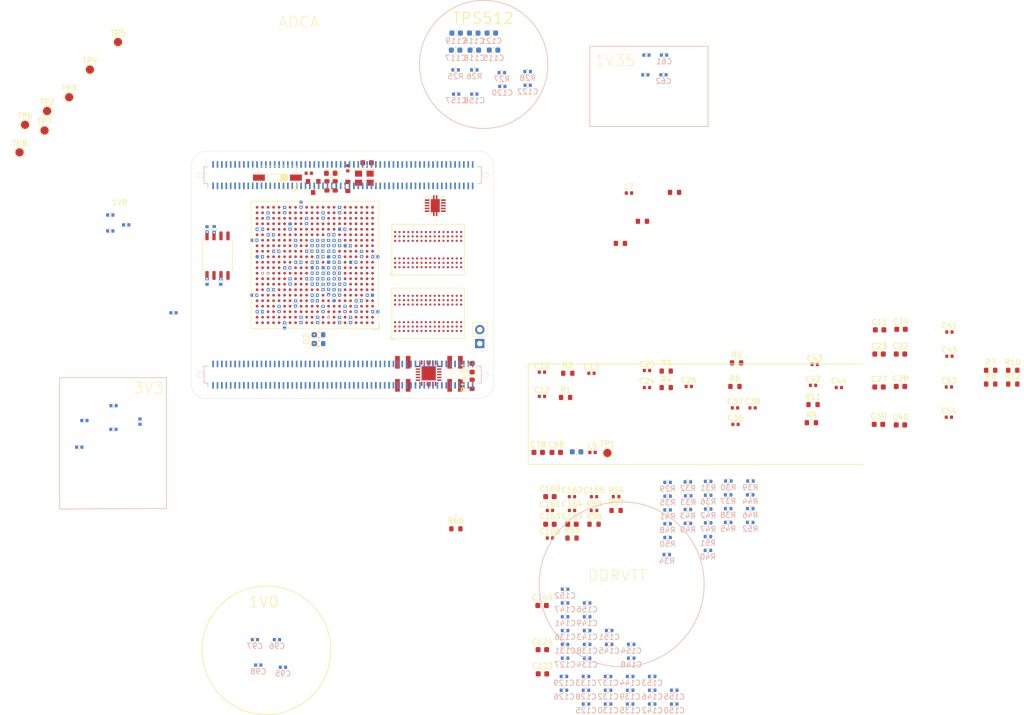
<source format=kicad_pcb>
(kicad_pcb (version 20171130) (host pcbnew "(5.1.12)-1")
  (layers (0 F.Cu signal) (1 GND.Cu signal) (2 In2.Cu signal) (3 In3.Cu signal) (4 BGND.Cu signal) (31 B.Cu signal) (34 B.Paste user) (35 F.Paste user hide) (36 B.SilkS user) (37 F.SilkS user) (38 B.Mask user) (39 F.Mask user) (44 Edge.Cuts user))
  (net 0 "")
  (net 1 GNDREF)
  (net 2 +3V3)
  (net 3 +1V0)
  (net 4 VCCIN)
  (net 5 "Net-(C13-Pad2)")
  (net 6 +1V35)
  (net 7 "Net-(C26-Pad2)")
  (net 8 +1V8)
  (net 9 "Net-(C38-Pad2)")
  (net 10 "Net-(C41-Pad1)")
  (net 11 "Net-(C44-Pad2)")
  (net 12 "Net-(C45-Pad1)")
  (net 13 "Net-(C53-Pad2)")
  (net 14 "Net-(C54-Pad2)")
  (net 15 /Power/VCCADC)
  (net 16 "Net-(C112-Pad1)")
  (net 17 "Net-(D1-Pad1)")
  (net 18 "Net-(D2-Pad1)")
  (net 19 /Jtag/FPGA_DONE)
  (net 20 "Net-(L1-Pad2)")
  (net 21 "Net-(L2-Pad2)")
  (net 22 "Net-(L3-Pad2)")
  (net 23 "Net-(L4-Pad2)")
  (net 24 GNDA)
  (net 25 "Net-(R13-Pad2)")
  (net 26 "Net-(R15-Pad2)")
  (net 27 "Net-(R16-Pad2)")
  (net 28 "Net-(R17-Pad2)")
  (net 29 QSPI_CS)
  (net 30 QSPI_DQ2)
  (net 31 QSPI_DQ3)
  (net 32 "Net-(R23-Pad2)")
  (net 33 VTTREF)
  (net 34 QSPI_CLK)
  (net 35 DDRVTT)
  (net 36 SYS_CLK)
  (net 37 "Net-(R25-Pad1)")
  (net 38 "Net-(C120-Pad1)")
  (net 39 "Net-(C166-Pad2)")
  (net 40 "Net-(D3-Pad1)")
  (net 41 "Net-(Q1-Pad1)")
  (net 42 "Net-(Q1-Pad3)")
  (net 43 "Net-(R53-Pad1)")
  (net 44 "Net-(R54-Pad1)")
  (net 45 DDR_CLK0_P)
  (net 46 DDR_CLK0_N)
  (net 47 DDR_RESET)
  (net 48 LED1)
  (net 49 DDR_D2)
  (net 50 DDR_D6)
  (net 51 DDR_D5)
  (net 52 DDR_D1)
  (net 53 DDR_D12)
  (net 54 DDR_D4)
  (net 55 DDR_D0)
  (net 56 DDR_DM0)
  (net 57 DDR_D7)
  (net 58 DDR_D3)
  (net 59 DDR_D9)
  (net 60 DDR_DM1)
  (net 61 DDR_D10)
  (net 62 DDR_D8)
  (net 63 DDR_D15)
  (net 64 DDR_D14)
  (net 65 DDR_DQS2_N)
  (net 66 DDR_DQS2_P)
  (net 67 DDR_A7)
  (net 68 DDR_D11)
  (net 69 DDR_D13)
  (net 70 DDR_DQS3_P)
  (net 71 DDR_CKE0)
  (net 72 DDR_A13)
  (net 73 DDR_A6)
  (net 74 DDR_A10)
  (net 75 DDR_A12)
  (net 76 DDR_BA1)
  (net 77 DDR_BA2)
  (net 78 DDR_A11)
  (net 79 DDR_CAS)
  (net 80 DDR_A8)
  (net 81 DDR_A14)
  (net 82 DDR_RAS)
  (net 83 DDR_A9)
  (net 84 DDR_A5)
  (net 85 DDR_ODT)
  (net 86 DDR_WE)
  (net 87 DDR_BA0)
  (net 88 DDR_A0)
  (net 89 DDR_A2)
  (net 90 DDR_A4)
  (net 91 DDR_A1)
  (net 92 DDR_S0)
  (net 93 DDR_A3)
  (net 94 RESET_N)
  (net 95 MGTAVCC)
  (net 96 MGTAVTT)
  (net 97 QSPI_DQ1)
  (net 98 QSPI_DQ0)
  (net 99 B13_IO0)
  (net 100 B13_L1P)
  (net 101 B13_L1N)
  (net 102 B13_L2P)
  (net 103 B13_L2N)
  (net 104 B13_L3P)
  (net 105 B13_L3N)
  (net 106 B13_L4P)
  (net 107 B13_L4N)
  (net 108 B13_L5P)
  (net 109 B13_L5N)
  (net 110 B13_L6P)
  (net 111 B13_L6N)
  (net 112 B13_L7P)
  (net 113 B13_L7N)
  (net 114 B13_L8P)
  (net 115 B13_L8N)
  (net 116 B13_L9P)
  (net 117 B13_L9N)
  (net 118 B13_L10P)
  (net 119 B13_L10N)
  (net 120 B13_L11P)
  (net 121 B13_L11N)
  (net 122 B13_L12P)
  (net 123 B13_L12N)
  (net 124 B13_L13P)
  (net 125 B13_L13N)
  (net 126 B13_L14P)
  (net 127 B13_L14N)
  (net 128 B13_L15P)
  (net 129 B13_L15N)
  (net 130 B13_L16P)
  (net 131 B13_L16N)
  (net 132 B13_L17P)
  (net 133 B13_L17N)
  (net 134 B14_L4P)
  (net 135 B14_L4N)
  (net 136 B14_L5P)
  (net 137 B14_L5N)
  (net 138 B14_L6P)
  (net 139 B14_L6N)
  (net 140 B14_L7P)
  (net 141 B14_L7N)
  (net 142 B14_L8P)
  (net 143 B14_L8N)
  (net 144 B14_L9P)
  (net 145 B14_L9N)
  (net 146 B14_L10P)
  (net 147 B14_L10N)
  (net 148 B14_L11P)
  (net 149 B14_L11N)
  (net 150 B14_L12P)
  (net 151 B14_L12N)
  (net 152 B14_L13P)
  (net 153 B14_L13N)
  (net 154 B14_L14P)
  (net 155 B14_L14N)
  (net 156 B14_L15P)
  (net 157 B14_L15N)
  (net 158 B14_L16P)
  (net 159 B14_L16N)
  (net 160 B14_L17P)
  (net 161 B14_L17N)
  (net 162 B14_L18P)
  (net 163 B14_L18N)
  (net 164 B14_L19P)
  (net 165 B14_L19N)
  (net 166 B14_L20P)
  (net 167 B14_L20N)
  (net 168 B14_L21P)
  (net 169 B14_L21N)
  (net 170 B14_L22P)
  (net 171 B14_L22N)
  (net 172 B14_L23P)
  (net 173 B14_L23N)
  (net 174 B14_L24P)
  (net 175 B14_L24N)
  (net 176 B14_IO25)
  (net 177 B15_IO0)
  (net 178 B15_L1P)
  (net 179 B15_L1N)
  (net 180 B15_L2P)
  (net 181 B15_L2N)
  (net 182 B15_L3P)
  (net 183 B15_L3N)
  (net 184 B15_L4P)
  (net 185 B15_L4N)
  (net 186 B15_L5P)
  (net 187 B15_L5N)
  (net 188 B15_L6P)
  (net 189 B15_L6N)
  (net 190 B15_L7P)
  (net 191 B15_L7N)
  (net 192 B15_L8P)
  (net 193 B15_L8N)
  (net 194 B15_L9P)
  (net 195 B15_L9N)
  (net 196 B15_L10P)
  (net 197 B15_L10N)
  (net 198 B15_L11P)
  (net 199 B15_L11N)
  (net 200 B15_L12P)
  (net 201 B15_L12N)
  (net 202 B15_L13P)
  (net 203 B15_L13N)
  (net 204 B15_L14P)
  (net 205 B15_L14N)
  (net 206 B15_L15P)
  (net 207 B15_L15N)
  (net 208 B15_L16P)
  (net 209 B15_L16N)
  (net 210 B15_L17P)
  (net 211 B15_L17N)
  (net 212 B15_L18P)
  (net 213 B15_L18N)
  (net 214 B15_L19P)
  (net 215 B15_L19N)
  (net 216 B15_L20P)
  (net 217 B15_L20N)
  (net 218 B15_L21P)
  (net 219 B15_L21N)
  (net 220 B15_L22P)
  (net 221 B15_L22N)
  (net 222 B15_L23P)
  (net 223 B15_L23N)
  (net 224 B15_L24P)
  (net 225 B15_L24N)
  (net 226 B15_IO25)
  (net 227 B16_IO0)
  (net 228 B16_L1P)
  (net 229 B16_L1N)
  (net 230 B16_L2P)
  (net 231 B16_L2N)
  (net 232 B16_L3P)
  (net 233 B16_L3N)
  (net 234 B16_L4P)
  (net 235 B16_L4N)
  (net 236 B16_L5P)
  (net 237 B16_L5N)
  (net 238 B16_L6P)
  (net 239 B16_L6N)
  (net 240 B16_L7P)
  (net 241 B16_L7N)
  (net 242 B16_L8P)
  (net 243 B16_L8N)
  (net 244 B16_L9P)
  (net 245 B16_L9N)
  (net 246 B16_L10P)
  (net 247 B16_L10N)
  (net 248 B16_L11P)
  (net 249 B16_L11N)
  (net 250 B16_L12P)
  (net 251 B16_L12N)
  (net 252 B16_L13P)
  (net 253 B16_L13N)
  (net 254 B16_L14P)
  (net 255 B16_L14N)
  (net 256 B16_L15P)
  (net 257 B16_L15N)
  (net 258 B16_L16P)
  (net 259 B16_L16N)
  (net 260 B16_L17P)
  (net 261 B16_L17N)
  (net 262 B16_L18P)
  (net 263 B16_L18N)
  (net 264 B16_L19P)
  (net 265 B16_L19N)
  (net 266 B16_L20P)
  (net 267 B16_L20N)
  (net 268 B16_L21P)
  (net 269 B16_L21N)
  (net 270 B16_L22P)
  (net 271 B16_L22N)
  (net 272 B16_L23P)
  (net 273 B16_L23N)
  (net 274 B16_L24P)
  (net 275 B16_L24N)
  (net 276 B16_IO25)
  (net 277 "Net-(R24-Pad2)")
  (module Capacitor_SMD:C_0603_1608Metric (layer F.Cu) (at 191.3 79.8)
    (fp_text reference C11 (at 0 -1.43) (layer F.SilkS))
    (fp_text value 10u)
    (pad 1 smd roundrect (at -0.775 0) (size 0.9 0.95) (layers F.Cu F.Paste F.Mask) (net 4 VCCIN))
    (pad 2 smd roundrect (at 0.775 0) (size 0.9 0.95) (layers F.Cu F.Paste F.Mask) (net 1 GNDREF))
  )
  (module Capacitor_SMD:C_0603_1608Metric (layer F.Cu) (at 195.2 79.7)
    (fp_text reference C14 (at 0 -1.43) (layer F.SilkS))
    (fp_text value .1u)
    (pad 2 smd roundrect (at 0.775 0) (size 0.9 0.95) (layers F.Cu F.Paste F.Mask) (net 1 GNDREF))
    (pad 1 smd roundrect (at -0.775 0) (size 0.9 0.95) (layers F.Cu F.Paste F.Mask) (net 4 VCCIN))
  )
  (module Capacitor_SMD:C_0603_1608Metric (layer F.Cu) (at 195.1 84.2)
    (fp_text reference C22 (at 0 -1.43) (layer F.SilkS))
    (fp_text value 10u)
    (pad 1 smd roundrect (at -0.775 0) (size 0.9 0.95) (layers F.Cu F.Paste F.Mask) (net 4 VCCIN))
    (pad 2 smd roundrect (at 0.775 0) (size 0.9 0.95) (layers F.Cu F.Paste F.Mask) (net 1 GNDREF))
  )
  (module Capacitor_SMD:C_0603_1608Metric (layer F.Cu) (at 191.2 84.2)
    (fp_text reference C23 (at 0 -1.43) (layer F.SilkS))
    (fp_text value .1u)
    (pad 1 smd roundrect (at -0.775 0) (size 0.9 0.95) (layers F.Cu F.Paste F.Mask) (net 4 VCCIN))
    (pad 2 smd roundrect (at 0.775 0) (size 0.9 0.95) (layers F.Cu F.Paste F.Mask) (net 1 GNDREF))
  )
  (module Capacitor_SMD:C_0603_1608Metric (layer F.Cu) (at 191.2 90.2)
    (fp_text reference C27 (at 0 -1.43) (layer F.SilkS))
    (fp_text value 10u)
    (pad 2 smd roundrect (at 0.775 0) (size 0.9 0.95) (layers F.Cu F.Paste F.Mask) (net 1 GNDREF))
    (pad 1 smd roundrect (at -0.775 0) (size 0.9 0.95) (layers F.Cu F.Paste F.Mask) (net 4 VCCIN))
  )
  (module Capacitor_SMD:C_0603_1608Metric (layer F.Cu) (at 195.1 90.1)
    (fp_text reference C28 (at 0 -1.43) (layer F.SilkS))
    (fp_text value .1u)
    (pad 1 smd roundrect (at -0.775 0) (size 0.9 0.95) (layers F.Cu F.Paste F.Mask) (net 4 VCCIN))
    (pad 2 smd roundrect (at 0.775 0) (size 0.9 0.95) (layers F.Cu F.Paste F.Mask) (net 1 GNDREF))
  )
  (module Capacitor_SMD:C_0603_1608Metric (layer F.Cu) (at 191.1 97)
    (fp_text reference C39 (at 0 -1.43) (layer F.SilkS))
    (fp_text value 10u)
    (pad 2 smd roundrect (at 0.775 0) (size 0.9 0.95) (layers F.Cu F.Paste F.Mask) (net 1 GNDREF))
    (pad 1 smd roundrect (at -0.775 0) (size 0.9 0.95) (layers F.Cu F.Paste F.Mask) (net 4 VCCIN))
  )
  (module Capacitor_SMD:C_0603_1608Metric (layer F.Cu) (at 195.1 97.1)
    (fp_text reference C40 (at 0 -1.43) (layer F.SilkS))
    (fp_text value .1u)
    (pad 1 smd roundrect (at -0.775 0) (size 0.9 0.95) (layers F.Cu F.Paste F.Mask) (net 4 VCCIN))
    (pad 2 smd roundrect (at 0.775 0) (size 0.9 0.95) (layers F.Cu F.Paste F.Mask) (net 1 GNDREF))
  )
  (module Capacitor_SMD:C_0603_1608Metric (layer B.Cu) (at 136.2 102)
    (fp_text reference C67 hide)
    (fp_text value 22u)
    (pad 1 smd roundrect (at -0.775 0) (size 0.9 0.95) (layers B.Cu B.Paste B.Mask) (net 1 GNDREF))
    (pad 2 smd roundrect (at 0.775 0) (size 0.9 0.95) (layers B.Cu B.Paste B.Mask) (net 95 MGTAVCC))
  )
  (module Capacitor_SMD:C_0603_1608Metric (layer F.Cu) (at 132.5 102.1)
    (fp_text reference C68 (at 0 -1.43) (layer F.SilkS))
    (fp_text value 22u)
    (pad 1 smd roundrect (at -0.775 0) (size 0.9 0.95) (layers F.Cu F.Paste F.Mask) (net 4 VCCIN))
    (pad 2 smd roundrect (at 0.775 0) (size 0.9 0.95) (layers F.Cu F.Paste F.Mask) (net 1 GNDREF))
  )
  (module Capacitor_SMD:C_0603_1608Metric (layer F.Cu) (at 129.225 102.1)
    (fp_text reference C78 (at 0 -1.43) (layer F.SilkS))
    (fp_text value 22u)
    (pad 2 smd roundrect (at 0.775 0) (size 0.9 0.95) (layers F.Cu F.Paste F.Mask) (net 1 GNDREF))
    (pad 1 smd roundrect (at -0.775 0) (size 0.9 0.95) (layers F.Cu F.Paste F.Mask) (net 4 VCCIN))
  )
  (module LED_SMD:LED_0603_1608Metric (layer F.Cu) (at 117.2 86.7 90)
    (fp_text reference D1 (at 0 -1.43 90) (layer F.SilkS))
    (fp_text value LED)
    (pad 2 smd roundrect (at 0.7875 0 90) (size 0.875 0.95) (layers F.Cu F.Paste F.Mask) (net 2 +3V3))
    (pad 1 smd roundrect (at -0.7875 0 90) (size 0.875 0.95) (layers F.Cu F.Paste F.Mask) (net 17 "Net-(D1-Pad1)"))
  )
  (module LED_SMD:LED_0603_1608Metric (layer F.Cu) (at 88.5 81.5 90)
    (fp_text reference D2 (at 0 -1.43 90) (layer F.SilkS))
    (fp_text value LED)
    (pad 1 smd roundrect (at -0.7875 0 90) (size 0.875 0.95) (layers F.Cu F.Paste F.Mask) (net 18 "Net-(D2-Pad1)"))
    (pad 2 smd roundrect (at 0.7875 0 90) (size 0.875 0.95) (layers F.Cu F.Paste F.Mask) (net 19 /Jtag/FPGA_DONE))
  )
  (module Inductor_SMD:L_0603_1608Metric (layer F.Cu) (at 98.1 49.4)
    (fp_text reference L8 hide)
    (fp_text value L_Small)
    (pad 2 smd roundrect (at 0.7875 0) (size 0.875 0.95) (layers F.Cu F.Paste F.Mask) (net 16 "Net-(C112-Pad1)"))
    (pad 1 smd roundrect (at -0.7875 0) (size 0.875 0.95) (layers F.Cu F.Paste F.Mask) (net 2 +3V3))
  )
  (module Resistor_SMD:R_0603_1608Metric (layer F.Cu) (at 134.2 92.1)
    (fp_text reference R1 (at 0 -1.43) (layer F.SilkS))
    (fp_text value R_Small)
    (pad 2 smd roundrect (at 0.825 0) (size 0.8 0.95) (layers F.Cu F.Paste F.Mask) (net 5 "Net-(C13-Pad2)"))
    (pad 1 smd roundrect (at -0.825 0) (size 0.8 0.95) (layers F.Cu F.Paste F.Mask) (net 3 +1V0))
  )
  (module Resistor_SMD:R_0603_1608Metric (layer F.Cu) (at 134.6 87.7)
    (fp_text reference R2 (at 0 -1.43) (layer F.SilkS))
    (fp_text value R_Small)
    (pad 1 smd roundrect (at -0.825 0) (size 0.8 0.95) (layers F.Cu F.Paste F.Mask) (net 5 "Net-(C13-Pad2)"))
    (pad 2 smd roundrect (at 0.825 0) (size 0.8 0.95) (layers F.Cu F.Paste F.Mask) (net 1 GNDREF))
  )
  (module Resistor_SMD:R_0603_1608Metric (layer F.Cu) (at 152.5 87.3)
    (fp_text reference R3 (at 0 -1.43) (layer F.SilkS))
    (fp_text value R_Small)
    (pad 1 smd roundrect (at -0.825 0) (size 0.8 0.95) (layers F.Cu F.Paste F.Mask) (net 6 +1V35))
    (pad 2 smd roundrect (at 0.825 0) (size 0.8 0.95) (layers F.Cu F.Paste F.Mask) (net 7 "Net-(C26-Pad2)"))
  )
  (module Resistor_SMD:R_0603_1608Metric (layer F.Cu) (at 152.5 90.3)
    (fp_text reference R4 (at 0 -1.43) (layer F.SilkS))
    (fp_text value R_Small)
    (pad 2 smd roundrect (at 0.825 0) (size 0.8 0.95) (layers F.Cu F.Paste F.Mask) (net 1 GNDREF))
    (pad 1 smd roundrect (at -0.825 0) (size 0.8 0.95) (layers F.Cu F.Paste F.Mask) (net 7 "Net-(C26-Pad2)"))
  )
  (module Resistor_SMD:R_0603_1608Metric (layer F.Cu) (at 165.3 85.8)
    (fp_text reference R5 (at 0 -1.43) (layer F.SilkS))
    (fp_text value R_Small)
    (pad 2 smd roundrect (at 0.825 0) (size 0.8 0.95) (layers F.Cu F.Paste F.Mask) (net 9 "Net-(C38-Pad2)"))
    (pad 1 smd roundrect (at -0.825 0) (size 0.8 0.95) (layers F.Cu F.Paste F.Mask) (net 8 +1V8))
  )
  (module Resistor_SMD:R_0603_1608Metric (layer F.Cu) (at 165 90.1)
    (fp_text reference R6 (at 0 -1.43) (layer F.SilkS))
    (fp_text value R_Small)
    (pad 1 smd roundrect (at -0.825 0) (size 0.8 0.95) (layers F.Cu F.Paste F.Mask) (net 9 "Net-(C38-Pad2)"))
    (pad 2 smd roundrect (at 0.825 0) (size 0.8 0.95) (layers F.Cu F.Paste F.Mask) (net 1 GNDREF))
  )
  (module Resistor_SMD:R_0603_1608Metric (layer F.Cu) (at 178.9 96.7)
    (fp_text reference R9 (at 0 -1.43) (layer F.SilkS))
    (fp_text value R_Small)
    (pad 2 smd roundrect (at 0.825 0) (size 0.8 0.95) (layers F.Cu F.Paste F.Mask) (net 11 "Net-(C44-Pad2)"))
    (pad 1 smd roundrect (at -0.825 0) (size 0.8 0.95) (layers F.Cu F.Paste F.Mask) (net 2 +3V3))
  )
  (module Resistor_SMD:R_0603_1608Metric (layer F.Cu) (at 179.2 93.4)
    (fp_text reference R11 (at 0 -1.43) (layer F.SilkS))
    (fp_text value R_Small)
    (pad 1 smd roundrect (at -0.825 0) (size 0.8 0.95) (layers F.Cu F.Paste F.Mask) (net 11 "Net-(C44-Pad2)"))
    (pad 2 smd roundrect (at 0.825 0) (size 0.8 0.95) (layers F.Cu F.Paste F.Mask) (net 1 GNDREF))
  )
  (module Resistor_SMD:R_0603_1608Metric (layer F.Cu) (at 117.2 89.7 90)
    (fp_text reference R14 (at 0 -1.43 90) (layer F.SilkS))
    (fp_text value 4k7)
    (pad 2 smd roundrect (at 0.825 0 90) (size 0.8 0.95) (layers F.Cu F.Paste F.Mask) (net 17 "Net-(D1-Pad1)"))
    (pad 1 smd roundrect (at -0.825 0 90) (size 0.8 0.95) (layers F.Cu F.Paste F.Mask) (net 1 GNDREF))
  )
  (module Resistor_SMD:R_0603_1608Metric (layer F.Cu) (at 148.175001 60.045001)
    (fp_text reference R15 hide)
    (fp_text value 1k)
    (pad 1 smd roundrect (at -0.825 0) (size 0.8 0.95) (layers F.Cu F.Paste F.Mask) (net 2 +3V3))
    (pad 2 smd roundrect (at 0.825 0) (size 0.8 0.95) (layers F.Cu F.Paste F.Mask) (net 26 "Net-(R15-Pad2)"))
  )
  (module Resistor_SMD:R_0603_1608Metric (layer F.Cu) (at 144.165001 64.065001)
    (fp_text reference R16 hide)
    (fp_text value 4k7)
    (pad 2 smd roundrect (at 0.825 0) (size 0.8 0.95) (layers F.Cu F.Paste F.Mask) (net 27 "Net-(R16-Pad2)"))
    (pad 1 smd roundrect (at -0.825 0) (size 0.8 0.95) (layers F.Cu F.Paste F.Mask) (net 2 +3V3))
  )
  (module Resistor_SMD:R_0603_1608Metric (layer F.Cu) (at 154.015001 54.785001)
    (fp_text reference R17 hide)
    (fp_text value 4k7)
    (pad 1 smd roundrect (at -0.825 0) (size 0.8 0.95) (layers F.Cu F.Paste F.Mask) (net 2 +3V3))
    (pad 2 smd roundrect (at 0.825 0) (size 0.8 0.95) (layers F.Cu F.Paste F.Mask) (net 28 "Net-(R17-Pad2)"))
  )
  (module Resistor_SMD:R_0603_1608Metric (layer B.Cu) (at 89.3 82.3)
    (fp_text reference R18 hide)
    (fp_text value 3k3)
    (pad 2 smd roundrect (at 0.825 0) (size 0.8 0.95) (layers B.Cu B.Paste B.Mask) (net 1 GNDREF))
    (pad 1 smd roundrect (at -0.825 0) (size 0.8 0.95) (layers B.Cu B.Paste B.Mask) (net 18 "Net-(D2-Pad1)"))
  )
  (module Resistor_SMD:R_0603_1608Metric (layer B.Cu) (at 89.3 80.7 180)
    (fp_text reference R19 hide)
    (fp_text value 1k)
    (pad 1 smd roundrect (at -0.825 0 180) (size 0.8 0.95) (layers B.Cu B.Paste B.Mask) (net 2 +3V3))
    (pad 2 smd roundrect (at 0.825 0 180) (size 0.8 0.95) (layers B.Cu B.Paste B.Mask) (net 19 /Jtag/FPGA_DONE))
  )
  (module Resistor_SMD:R_0603_1608Metric (layer F.Cu) (at 94.6 53.7 90)
    (fp_text reference R23 hide)
    (fp_text value 33R)
    (pad 1 smd roundrect (at -0.825 0 90) (size 0.8 0.95) (layers F.Cu F.Paste F.Mask) (net 36 SYS_CLK))
    (pad 2 smd roundrect (at 0.825 0 90) (size 0.8 0.95) (layers F.Cu F.Paste F.Mask) (net 32 "Net-(R23-Pad2)"))
  )
  (module TestPoint:TestPoint_Pad_D1.5mm (layer F.Cu) (at 141.8 102.2)
    (fp_text reference TP1 (at 0 -1.648) (layer F.SilkS))
    (fp_text value TestPoint)
    (pad 1 smd circle (at 0 0) (size 1.5 1.5) (layers F.Cu F.Mask) (net 95 MGTAVCC))
  )
  (module TestPoint:TestPoint_Pad_D1.5mm (layer F.Cu) (at 39.915001 39.975001)
    (fp_text reference TP2 (at 0 -1.648) (layer F.SilkS))
    (fp_text value TestPoint)
    (pad 1 smd circle (at 0 0) (size 1.5 1.5) (layers F.Cu F.Mask) (net 1 GNDREF))
  )
  (module TestPoint:TestPoint_Pad_D1.5mm (layer F.Cu) (at 43.925001 37.465001)
    (fp_text reference TP3 (at 0 -1.648) (layer F.SilkS))
    (fp_text value TestPoint)
    (pad 1 smd circle (at 0 0) (size 1.5 1.5) (layers F.Cu F.Mask) (net 4 VCCIN))
  )
  (module TestPoint:TestPoint_Pad_D1.5mm (layer F.Cu) (at 47.705001 32.445001)
    (fp_text reference TP4 (at 0 -1.648) (layer F.SilkS))
    (fp_text value TestPoint)
    (pad 1 smd circle (at 0 0) (size 1.5 1.5) (layers F.Cu F.Mask) (net 2 +3V3))
  )
  (module TestPoint:TestPoint_Pad_D1.5mm (layer F.Cu) (at 52.805001 27.425001)
    (fp_text reference TP5 (at 0 -1.648) (layer F.SilkS))
    (fp_text value TestPoint)
    (pad 1 smd circle (at 0 0) (size 1.5 1.5) (layers F.Cu F.Mask) (net 24 GNDA))
  )
  (module TestPoint:TestPoint_Pad_D1.5mm (layer F.Cu) (at 35.905001 42.485001)
    (fp_text reference TP6 (at 0 -1.648) (layer F.SilkS))
    (fp_text value TestPoint)
    (pad 1 smd circle (at 0 0) (size 1.5 1.5) (layers F.Cu F.Mask) (net 8 +1V8))
  )
  (module TestPoint:TestPoint_Pad_D1.5mm (layer F.Cu) (at 39.455001 43.525001)
    (fp_text reference TP7 (at 0 -1.648) (layer F.SilkS))
    (fp_text value TestPoint)
    (pad 1 smd circle (at 0 0) (size 1.5 1.5) (layers F.Cu F.Mask) (net 6 +1V35))
  )
  (module TestPoint:TestPoint_Pad_D1.5mm (layer F.Cu) (at 34.905001 47.505001)
    (fp_text reference TP8 (at 0 -1.648) (layer F.SilkS))
    (fp_text value TestPoint)
    (pad 1 smd circle (at 0 0) (size 1.5 1.5) (layers F.Cu F.Mask) (net 3 +1V0))
  )
  (module Package_BGA:BGA-484_23.0x23.0mm_Layout22x22_P1.0mm (layer F.Cu) (at 88.6 68 180)
    (fp_text reference U1 hide)
    (fp_text value XC7A100T-FGG484)
    (pad A1 smd circle (at -10.5 -10.5 180) (size 0.5 0.5) (layers F.Cu F.Paste F.Mask) (net 49 DDR_D2))
    (pad A2 smd circle (at -9.5 -10.5 180) (size 0.5 0.5) (layers F.Cu F.Paste F.Mask) (net 1 GNDREF))
    (pad A3 smd circle (at -8.5 -10.5 180) (size 0.5 0.5) (layers F.Cu F.Paste F.Mask) (net 1 GNDREF))
    (pad A4 smd circle (at -7.5 -10.5 180) (size 0.5 0.5) (layers F.Cu F.Paste F.Mask))
    (pad A5 smd circle (at -6.5 -10.5 180) (size 0.5 0.5) (layers F.Cu F.Paste F.Mask) (net 1 GNDREF))
    (pad A6 smd circle (at -5.5 -10.5 180) (size 0.5 0.5) (layers F.Cu F.Paste F.Mask))
    (pad A7 smd circle (at -4.5 -10.5 180) (size 0.5 0.5) (layers F.Cu F.Paste F.Mask) (net 1 GNDREF))
    (pad A8 smd circle (at -3.5 -10.5 180) (size 0.5 0.5) (layers F.Cu F.Paste F.Mask))
    (pad A9 smd circle (at -2.5 -10.5 180) (size 0.5 0.5) (layers F.Cu F.Paste F.Mask) (net 1 GNDREF))
    (pad A10 smd circle (at -1.5 -10.5 180) (size 0.5 0.5) (layers F.Cu F.Paste F.Mask))
    (pad A11 smd circle (at -0.5 -10.5 180) (size 0.5 0.5) (layers F.Cu F.Paste F.Mask) (net 1 GNDREF))
    (pad A12 smd circle (at 0.5 -10.5 180) (size 0.5 0.5) (layers F.Cu F.Paste F.Mask) (net 1 GNDREF))
    (pad A13 smd circle (at 1.5 -10.5 180) (size 0.5 0.5) (layers F.Cu F.Paste F.Mask) (net 246 B16_L10P))
    (pad A14 smd circle (at 2.5 -10.5 180) (size 0.5 0.5) (layers F.Cu F.Paste F.Mask) (net 247 B16_L10N))
    (pad A15 smd circle (at 3.5 -10.5 180) (size 0.5 0.5) (layers F.Cu F.Paste F.Mask) (net 244 B16_L9P))
    (pad A16 smd circle (at 4.5 -10.5 180) (size 0.5 0.5) (layers F.Cu F.Paste F.Mask) (net 245 B16_L9N))
    (pad B1 smd circle (at -10.5 -9.5 180) (size 0.5 0.5) (layers F.Cu F.Paste F.Mask) (net 50 DDR_D6))
    (pad C1 smd circle (at -10.5 -8.5 180) (size 0.5 0.5) (layers F.Cu F.Paste F.Mask) (net 6 +1V35))
    (pad D1 smd circle (at -10.5 -7.5 180) (size 0.5 0.5) (layers F.Cu F.Paste F.Mask))
    (pad E1 smd circle (at -10.5 -6.5 180) (size 0.5 0.5) (layers F.Cu F.Paste F.Mask))
    (pad F1 smd circle (at -10.5 -5.5 180) (size 0.5 0.5) (layers F.Cu F.Paste F.Mask) (net 51 DDR_D5))
    (pad G1 smd circle (at -10.5 -4.5 180) (size 0.5 0.5) (layers F.Cu F.Paste F.Mask) (net 52 DDR_D1))
    (pad H1 smd circle (at -10.5 -3.5 180) (size 0.5 0.5) (layers F.Cu F.Paste F.Mask) (net 1 GNDREF))
    (pad J1 smd circle (at -10.5 -2.5 180) (size 0.5 0.5) (layers F.Cu F.Paste F.Mask) (net 53 DDR_D12))
    (pad B16 smd circle (at 4.5 -9.5 180) (size 0.5 0.5) (layers F.Cu F.Paste F.Mask) (net 241 B16_L7N))
    (pad B15 smd circle (at 3.5 -9.5 180) (size 0.5 0.5) (layers F.Cu F.Paste F.Mask) (net 240 B16_L7P))
    (pad B14 smd circle (at 2.5 -9.5 180) (size 0.5 0.5) (layers F.Cu F.Paste F.Mask) (net 2 +3V3))
    (pad B13 smd circle (at 1.5 -9.5 180) (size 0.5 0.5) (layers F.Cu F.Paste F.Mask) (net 243 B16_L8N))
    (pad B12 smd circle (at 0.5 -9.5 180) (size 0.5 0.5) (layers F.Cu F.Paste F.Mask) (net 1 GNDREF))
    (pad B11 smd circle (at -0.5 -9.5 180) (size 0.5 0.5) (layers F.Cu F.Paste F.Mask) (net 96 MGTAVTT))
    (pad B10 smd circle (at -1.5 -9.5 180) (size 0.5 0.5) (layers F.Cu F.Paste F.Mask))
    (pad B9 smd circle (at -2.5 -9.5 180) (size 0.5 0.5) (layers F.Cu F.Paste F.Mask) (net 96 MGTAVTT))
    (pad B8 smd circle (at -3.5 -9.5 180) (size 0.5 0.5) (layers F.Cu F.Paste F.Mask))
    (pad B7 smd circle (at -4.5 -9.5 180) (size 0.5 0.5) (layers F.Cu F.Paste F.Mask) (net 96 MGTAVTT))
    (pad B6 smd circle (at -5.5 -9.5 180) (size 0.5 0.5) (layers F.Cu F.Paste F.Mask))
    (pad B5 smd circle (at -6.5 -9.5 180) (size 0.5 0.5) (layers F.Cu F.Paste F.Mask) (net 96 MGTAVTT))
    (pad B2 smd circle (at -9.5 -9.5 180) (size 0.5 0.5) (layers F.Cu F.Paste F.Mask) (net 54 DDR_D4))
    (pad B3 smd circle (at -8.5 -9.5 180) (size 0.5 0.5) (layers F.Cu F.Paste F.Mask) (net 1 GNDREF))
    (pad B4 smd circle (at -7.5 -9.5 180) (size 0.5 0.5) (layers F.Cu F.Paste F.Mask))
    (pad C2 smd circle (at -9.5 -8.5 180) (size 0.5 0.5) (layers F.Cu F.Paste F.Mask) (net 55 DDR_D0))
    (pad C3 smd circle (at -8.5 -8.5 180) (size 0.5 0.5) (layers F.Cu F.Paste F.Mask) (net 1 GNDREF))
    (pad C4 smd circle (at -7.5 -8.5 180) (size 0.5 0.5) (layers F.Cu F.Paste F.Mask) (net 96 MGTAVTT))
    (pad C5 smd circle (at -6.5 -8.5 180) (size 0.5 0.5) (layers F.Cu F.Paste F.Mask))
    (pad C6 smd circle (at -5.5 -8.5 180) (size 0.5 0.5) (layers F.Cu F.Paste F.Mask) (net 1 GNDREF))
    (pad C7 smd circle (at -4.5 -8.5 180) (size 0.5 0.5) (layers F.Cu F.Paste F.Mask))
    (pad C8 smd circle (at -3.5 -8.5 180) (size 0.5 0.5) (layers F.Cu F.Paste F.Mask) (net 96 MGTAVTT))
    (pad C9 smd circle (at -2.5 -8.5 180) (size 0.5 0.5) (layers F.Cu F.Paste F.Mask))
    (pad D2 smd circle (at -9.5 -7.5 180) (size 0.5 0.5) (layers F.Cu F.Paste F.Mask) (net 56 DDR_DM0))
    (pad D3 smd circle (at -8.5 -7.5 180) (size 0.5 0.5) (layers F.Cu F.Paste F.Mask) (net 1 GNDREF))
    (pad D4 smd circle (at -7.5 -7.5 180) (size 0.5 0.5) (layers F.Cu F.Paste F.Mask) (net 1 GNDREF))
    (pad D5 smd circle (at -6.5 -7.5 180) (size 0.5 0.5) (layers F.Cu F.Paste F.Mask))
    (pad D6 smd circle (at -5.5 -7.5 180) (size 0.5 0.5) (layers F.Cu F.Paste F.Mask) (net 95 MGTAVCC))
    (pad D7 smd circle (at -4.5 -7.5 180) (size 0.5 0.5) (layers F.Cu F.Paste F.Mask))
    (pad D8 smd circle (at -3.5 -7.5 180) (size 0.5 0.5) (layers F.Cu F.Paste F.Mask) (net 1 GNDREF))
    (pad D9 smd circle (at -2.5 -7.5 180) (size 0.5 0.5) (layers F.Cu F.Paste F.Mask))
    (pad E2 smd circle (at -9.5 -6.5 180) (size 0.5 0.5) (layers F.Cu F.Paste F.Mask) (net 57 DDR_D7))
    (pad E3 smd circle (at -8.5 -6.5 180) (size 0.5 0.5) (layers F.Cu F.Paste F.Mask) (net 33 VTTREF))
    (pad E4 smd circle (at -7.5 -6.5 180) (size 0.5 0.5) (layers F.Cu F.Paste F.Mask) (net 1 GNDREF))
    (pad C10 smd circle (at -1.5 -8.5 180) (size 0.5 0.5) (layers F.Cu F.Paste F.Mask) (net 1 GNDREF))
    (pad D10 smd circle (at -1.5 -7.5 180) (size 0.5 0.5) (layers F.Cu F.Paste F.Mask) (net 95 MGTAVCC))
    (pad C11 smd circle (at -0.5 -8.5 180) (size 0.5 0.5) (layers F.Cu F.Paste F.Mask))
    (pad D11 smd circle (at -0.5 -7.5 180) (size 0.5 0.5) (layers F.Cu F.Paste F.Mask))
    (pad D12 smd circle (at 0.5 -7.5 180) (size 0.5 0.5) (layers F.Cu F.Paste F.Mask) (net 1 GNDREF))
    (pad C12 smd circle (at 0.5 -8.5 180) (size 0.5 0.5) (layers F.Cu F.Paste F.Mask) (net 1 GNDREF))
    (pad C13 smd circle (at 1.5 -8.5 180) (size 0.5 0.5) (layers F.Cu F.Paste F.Mask) (net 242 B16_L8P))
    (pad C14 smd circle (at 2.5 -8.5 180) (size 0.5 0.5) (layers F.Cu F.Paste F.Mask) (net 232 B16_L3P))
    (pad D14 smd circle (at 2.5 -7.5 180) (size 0.5 0.5) (layers F.Cu F.Paste F.Mask) (net 238 B16_L6P))
    (pad D13 smd circle (at 1.5 -7.5 180) (size 0.5 0.5) (layers F.Cu F.Paste F.Mask) (net 1 GNDREF))
    (pad C15 smd circle (at 3.5 -8.5 180) (size 0.5 0.5) (layers F.Cu F.Paste F.Mask) (net 233 B16_L3N))
    (pad D15 smd circle (at 3.5 -7.5 180) (size 0.5 0.5) (layers F.Cu F.Paste F.Mask) (net 239 B16_L6N))
    (pad D16 smd circle (at 4.5 -7.5 180) (size 0.5 0.5) (layers F.Cu F.Paste F.Mask) (net 237 B16_L5N))
    (pad C16 smd circle (at 4.5 -8.5 180) (size 0.5 0.5) (layers F.Cu F.Paste F.Mask) (net 1 GNDREF))
    (pad E13 smd circle (at 1.5 -6.5 180) (size 0.5 0.5) (layers F.Cu F.Paste F.Mask) (net 234 B16_L4P))
    (pad F13 smd circle (at 1.5 -5.5 180) (size 0.5 0.5) (layers F.Cu F.Paste F.Mask) (net 228 B16_L1P))
    (pad F14 smd circle (at 2.5 -5.5 180) (size 0.5 0.5) (layers F.Cu F.Paste F.Mask) (net 229 B16_L1N))
    (pad E14 smd circle (at 2.5 -6.5 180) (size 0.5 0.5) (layers F.Cu F.Paste F.Mask) (net 235 B16_L4N))
    (pad E15 smd circle (at 3.5 -6.5 180) (size 0.5 0.5) (layers F.Cu F.Paste F.Mask) (net 2 +3V3))
    (pad F15 smd circle (at 3.5 -5.5 180) (size 0.5 0.5) (layers F.Cu F.Paste F.Mask) (net 227 B16_IO0))
    (pad G15 smd circle (at 3.5 -4.5 180) (size 0.5 0.5) (layers F.Cu F.Paste F.Mask) (net 180 B15_L2P))
    (pad G16 smd circle (at 4.5 -4.5 180) (size 0.5 0.5) (layers F.Cu F.Paste F.Mask) (net 181 B15_L2N))
    (pad F16 smd circle (at 4.5 -5.5 180) (size 0.5 0.5) (layers F.Cu F.Paste F.Mask) (net 230 B16_L2P))
    (pad E16 smd circle (at 4.5 -6.5 180) (size 0.5 0.5) (layers F.Cu F.Paste F.Mask) (net 236 B16_L5P))
    (pad F2 smd circle (at -9.5 -5.5 180) (size 0.5 0.5) (layers F.Cu F.Paste F.Mask) (net 6 +1V35))
    (pad F3 smd circle (at -8.5 -5.5 180) (size 0.5 0.5) (layers F.Cu F.Paste F.Mask) (net 58 DDR_D3))
    (pad F4 smd circle (at -7.5 -5.5 180) (size 0.5 0.5) (layers F.Cu F.Paste F.Mask))
    (pad G4 smd circle (at -7.5 -4.5 180) (size 0.5 0.5) (layers F.Cu F.Paste F.Mask))
    (pad G3 smd circle (at -8.5 -4.5 180) (size 0.5 0.5) (layers F.Cu F.Paste F.Mask) (net 59 DDR_D9))
    (pad G2 smd circle (at -9.5 -4.5 180) (size 0.5 0.5) (layers F.Cu F.Paste F.Mask) (net 60 DDR_DM1))
    (pad H2 smd circle (at -9.5 -3.5 180) (size 0.5 0.5) (layers F.Cu F.Paste F.Mask) (net 61 DDR_D10))
    (pad H3 smd circle (at -8.5 -3.5 180) (size 0.5 0.5) (layers F.Cu F.Paste F.Mask) (net 62 DDR_D8))
    (pad H4 smd circle (at -7.5 -3.5 180) (size 0.5 0.5) (layers F.Cu F.Paste F.Mask) (net 63 DDR_D15))
    (pad J4 smd circle (at -7.5 -2.5 180) (size 0.5 0.5) (layers F.Cu F.Paste F.Mask))
    (pad J3 smd circle (at -8.5 -2.5 180) (size 0.5 0.5) (layers F.Cu F.Paste F.Mask) (net 6 +1V35))
    (pad J2 smd circle (at -9.5 -2.5 180) (size 0.5 0.5) (layers F.Cu F.Paste F.Mask))
    (pad K1 smd circle (at -10.5 -1.5 180) (size 0.5 0.5) (layers F.Cu F.Paste F.Mask) (net 64 DDR_D14))
    (pad K2 smd circle (at -9.5 -1.5 180) (size 0.5 0.5) (layers F.Cu F.Paste F.Mask))
    (pad K3 smd circle (at -8.5 -1.5 180) (size 0.5 0.5) (layers F.Cu F.Paste F.Mask))
    (pad K4 smd circle (at -7.5 -1.5 180) (size 0.5 0.5) (layers F.Cu F.Paste F.Mask))
    (pad L4 smd circle (at -7.5 -0.5 180) (size 0.5 0.5) (layers F.Cu F.Paste F.Mask))
    (pad L3 smd circle (at -8.5 -0.5 180) (size 0.5 0.5) (layers F.Cu F.Paste F.Mask))
    (pad L2 smd circle (at -9.5 -0.5 180) (size 0.5 0.5) (layers F.Cu F.Paste F.Mask) (net 1 GNDREF))
    (pad L1 smd circle (at -10.5 -0.5 180) (size 0.5 0.5) (layers F.Cu F.Paste F.Mask) (net 65 DDR_DQS2_N))
    (pad M1 smd circle (at -10.5 0.5 180) (size 0.5 0.5) (layers F.Cu F.Paste F.Mask) (net 66 DDR_DQS2_P))
    (pad M2 smd circle (at -9.5 0.5 180) (size 0.5 0.5) (layers F.Cu F.Paste F.Mask))
    (pad M3 smd circle (at -8.5 0.5 180) (size 0.5 0.5) (layers F.Cu F.Paste F.Mask))
    (pad M4 smd circle (at -7.5 0.5 180) (size 0.5 0.5) (layers F.Cu F.Paste F.Mask) (net 6 +1V35))
    (pad N4 smd circle (at -7.5 1.5 180) (size 0.5 0.5) (layers F.Cu F.Paste F.Mask))
    (pad P4 smd circle (at -7.5 2.5 180) (size 0.5 0.5) (layers F.Cu F.Paste F.Mask))
    (pad R4 smd circle (at -7.5 3.5 180) (size 0.5 0.5) (layers F.Cu F.Paste F.Mask) (net 36 SYS_CLK))
    (pad R3 smd circle (at -8.5 3.5 180) (size 0.5 0.5) (layers F.Cu F.Paste F.Mask) (net 45 DDR_CLK0_P))
    (pad P3 smd circle (at -8.5 2.5 180) (size 0.5 0.5) (layers F.Cu F.Paste F.Mask) (net 1 GNDREF))
    (pad N3 smd circle (at -8.5 1.5 180) (size 0.5 0.5) (layers F.Cu F.Paste F.Mask) (net 33 VTTREF))
    (pad N2 smd circle (at -9.5 1.5 180) (size 0.5 0.5) (layers F.Cu F.Paste F.Mask))
    (pad P2 smd circle (at -9.5 2.5 180) (size 0.5 0.5) (layers F.Cu F.Paste F.Mask))
    (pad R2 smd circle (at -9.5 3.5 180) (size 0.5 0.5) (layers F.Cu F.Paste F.Mask) (net 46 DDR_CLK0_N))
    (pad N1 smd circle (at -10.5 1.5 180) (size 0.5 0.5) (layers F.Cu F.Paste F.Mask) (net 6 +1V35))
    (pad P1 smd circle (at -10.5 2.5 180) (size 0.5 0.5) (layers F.Cu F.Paste F.Mask))
    (pad R1 smd circle (at -10.5 3.5 180) (size 0.5 0.5) (layers F.Cu F.Paste F.Mask))
    (pad T1 smd circle (at -10.5 4.5 180) (size 0.5 0.5) (layers F.Cu F.Paste F.Mask) (net 67 DDR_A7))
    (pad T2 smd circle (at -9.5 4.5 180) (size 0.5 0.5) (layers F.Cu F.Paste F.Mask) (net 6 +1V35))
    (pad T3 smd circle (at -8.5 4.5 180) (size 0.5 0.5) (layers F.Cu F.Paste F.Mask))
    (pad T4 smd circle (at -7.5 4.5 180) (size 0.5 0.5) (layers F.Cu F.Paste F.Mask))
    (pad E8 smd circle (at -3.5 -6.5 180) (size 0.5 0.5) (layers F.Cu F.Paste F.Mask) (net 95 MGTAVCC))
    (pad E7 smd circle (at -4.5 -6.5 180) (size 0.5 0.5) (layers F.Cu F.Paste F.Mask) (net 1 GNDREF))
    (pad E6 smd circle (at -5.5 -6.5 180) (size 0.5 0.5) (layers F.Cu F.Paste F.Mask))
    (pad E5 smd circle (at -6.5 -6.5 180) (size 0.5 0.5) (layers F.Cu F.Paste F.Mask) (net 1 GNDREF))
    (pad F5 smd circle (at -6.5 -5.5 180) (size 0.5 0.5) (layers F.Cu F.Paste F.Mask) (net 1 GNDREF))
    (pad F6 smd circle (at -5.5 -5.5 180) (size 0.5 0.5) (layers F.Cu F.Paste F.Mask))
    (pad F7 smd circle (at -4.5 -5.5 180) (size 0.5 0.5) (layers F.Cu F.Paste F.Mask) (net 95 MGTAVCC))
    (pad F8 smd circle (at -3.5 -5.5 180) (size 0.5 0.5) (layers F.Cu F.Paste F.Mask) (net 25 "Net-(R13-Pad2)"))
    (pad G5 smd circle (at -6.5 -4.5 180) (size 0.5 0.5) (layers F.Cu F.Paste F.Mask) (net 1 GNDREF))
    (pad G6 smd circle (at -5.5 -4.5 180) (size 0.5 0.5) (layers F.Cu F.Paste F.Mask) (net 1 GNDREF))
    (pad G7 smd circle (at -4.5 -4.5 180) (size 0.5 0.5) (layers F.Cu F.Paste F.Mask) (net 1 GNDREF))
    (pad H5 smd circle (at -6.5 -3.5 180) (size 0.5 0.5) (layers F.Cu F.Paste F.Mask) (net 68 DDR_D11))
    (pad H6 smd circle (at -5.5 -3.5 180) (size 0.5 0.5) (layers F.Cu F.Paste F.Mask) (net 6 +1V35))
    (pad J5 smd circle (at -6.5 -2.5 180) (size 0.5 0.5) (layers F.Cu F.Paste F.Mask) (net 69 DDR_D13))
    (pad J6 smd circle (at -5.5 -2.5 180) (size 0.5 0.5) (layers F.Cu F.Paste F.Mask))
    (pad K5 smd circle (at -6.5 -1.5 180) (size 0.5 0.5) (layers F.Cu F.Paste F.Mask) (net 1 GNDREF))
    (pad K6 smd circle (at -5.5 -1.5 180) (size 0.5 0.5) (layers F.Cu F.Paste F.Mask))
    (pad L5 smd circle (at -6.5 -0.5 180) (size 0.5 0.5) (layers F.Cu F.Paste F.Mask))
    (pad L6 smd circle (at -5.5 -0.5 180) (size 0.5 0.5) (layers F.Cu F.Paste F.Mask))
    (pad M5 smd circle (at -6.5 0.5 180) (size 0.5 0.5) (layers F.Cu F.Paste F.Mask))
    (pad M6 smd circle (at -5.5 0.5 180) (size 0.5 0.5) (layers F.Cu F.Paste F.Mask))
    (pad P5 smd circle (at -6.5 2.5 180) (size 0.5 0.5) (layers F.Cu F.Paste F.Mask) (net 70 DDR_DQS3_P))
    (pad P6 smd circle (at -5.5 2.5 180) (size 0.5 0.5) (layers F.Cu F.Paste F.Mask))
    (pad R5 smd circle (at -6.5 3.5 180) (size 0.5 0.5) (layers F.Cu F.Paste F.Mask) (net 6 +1V35))
    (pad R6 smd circle (at -5.5 3.5 180) (size 0.5 0.5) (layers F.Cu F.Paste F.Mask))
    (pad T5 smd circle (at -6.5 4.5 180) (size 0.5 0.5) (layers F.Cu F.Paste F.Mask) (net 71 DDR_CKE0))
    (pad T6 smd circle (at -5.5 4.5 180) (size 0.5 0.5) (layers F.Cu F.Paste F.Mask))
    (pad N5 smd circle (at -6.5 1.5 180) (size 0.5 0.5) (layers F.Cu F.Paste F.Mask))
    (pad N6 smd circle (at -5.5 1.5 180) (size 0.5 0.5) (layers F.Cu F.Paste F.Mask) (net 1 GNDREF))
    (pad R7 smd circle (at -4.5 3.5 180) (size 0.5 0.5) (layers F.Cu F.Paste F.Mask) (net 3 +1V0))
    (pad R8 smd circle (at -3.5 3.5 180) (size 0.5 0.5) (layers F.Cu F.Paste F.Mask) (net 1 GNDREF))
    (pad R9 smd circle (at -2.5 3.5 180) (size 0.5 0.5) (layers F.Cu F.Paste F.Mask) (net 3 +1V0))
    (pad R10 smd circle (at -1.5 3.5 180) (size 0.5 0.5) (layers F.Cu F.Paste F.Mask) (net 1 GNDREF))
    (pad R11 smd circle (at -0.5 3.5 180) (size 0.5 0.5) (layers F.Cu F.Paste F.Mask) (net 8 +1V8))
    (pad T7 smd circle (at -4.5 4.5 180) (size 0.5 0.5) (layers F.Cu F.Paste F.Mask) (net 1 GNDREF))
    (pad T8 smd circle (at -3.5 4.5 180) (size 0.5 0.5) (layers F.Cu F.Paste F.Mask) (net 3 +1V0))
    (pad T9 smd circle (at -2.5 4.5 180) (size 0.5 0.5) (layers F.Cu F.Paste F.Mask) (net 1 GNDREF))
    (pad T10 smd circle (at -1.5 4.5 180) (size 0.5 0.5) (layers F.Cu F.Paste F.Mask) (net 3 +1V0))
    (pad T11 smd circle (at -0.5 4.5 180) (size 0.5 0.5) (layers F.Cu F.Paste F.Mask) (net 1 GNDREF))
    (pad E9 smd circle (at -2.5 -6.5 180) (size 0.5 0.5) (layers F.Cu F.Paste F.Mask) (net 1 GNDREF))
    (pad E10 smd circle (at -1.5 -6.5 180) (size 0.5 0.5) (layers F.Cu F.Paste F.Mask))
    (pad E11 smd circle (at -0.5 -6.5 180) (size 0.5 0.5) (layers F.Cu F.Paste F.Mask) (net 1 GNDREF))
    (pad E12 smd circle (at 0.5 -6.5 180) (size 0.5 0.5) (layers F.Cu F.Paste F.Mask) (net 8 +1V8))
    (pad F9 smd circle (at -2.5 -5.5 180) (size 0.5 0.5) (layers F.Cu F.Paste F.Mask) (net 95 MGTAVCC))
    (pad F10 smd circle (at -1.5 -5.5 180) (size 0.5 0.5) (layers F.Cu F.Paste F.Mask))
    (pad F11 smd circle (at -0.5 -5.5 180) (size 0.5 0.5) (layers F.Cu F.Paste F.Mask) (net 1 GNDREF))
    (pad F12 smd circle (at 0.5 -5.5 180) (size 0.5 0.5) (layers F.Cu F.Paste F.Mask) (net 2 +3V3))
    (pad R12 smd circle (at 0.5 3.5 180) (size 0.5 0.5) (layers F.Cu F.Paste F.Mask) (net 1 GNDREF))
    (pad T12 smd circle (at 0.5 4.5 180) (size 0.5 0.5) (layers F.Cu F.Paste F.Mask) (net 2 +3V3))
    (pad R13 smd circle (at 1.5 3.5 180) (size 0.5 0.5) (layers F.Cu F.Paste F.Mask))
    (pad T13 smd circle (at 1.5 4.5 180) (size 0.5 0.5) (layers F.Cu F.Paste F.Mask))
    (pad T14 smd circle (at 2.5 4.5 180) (size 0.5 0.5) (layers F.Cu F.Paste F.Mask) (net 128 B13_L15P))
    (pad R14 smd circle (at 2.5 3.5 180) (size 0.5 0.5) (layers F.Cu F.Paste F.Mask) (net 165 B14_L19N))
    (pad H15 smd circle (at 3.5 -3.5 180) (size 0.5 0.5) (layers F.Cu F.Paste F.Mask) (net 187 B15_L5N))
    (pad J15 smd circle (at 3.5 -2.5 180) (size 0.5 0.5) (layers F.Cu F.Paste F.Mask) (net 186 B15_L5P))
    (pad K15 smd circle (at 3.5 -1.5 180) (size 0.5 0.5) (layers F.Cu F.Paste F.Mask) (net 1 GNDREF))
    (pad L15 smd circle (at 3.5 -0.5 180) (size 0.5 0.5) (layers F.Cu F.Paste F.Mask) (net 221 B15_L22N))
    (pad M15 smd circle (at 3.5 0.5 180) (size 0.5 0.5) (layers F.Cu F.Paste F.Mask) (net 224 B15_L24P))
    (pad N15 smd circle (at 3.5 1.5 180) (size 0.5 0.5) (layers F.Cu F.Paste F.Mask) (net 176 B14_IO25))
    (pad P15 smd circle (at 3.5 2.5 180) (size 0.5 0.5) (layers F.Cu F.Paste F.Mask) (net 170 B14_L22P))
    (pad R15 smd circle (at 3.5 3.5 180) (size 0.5 0.5) (layers F.Cu F.Paste F.Mask) (net 2 +3V3))
    (pad T15 smd circle (at 3.5 4.5 180) (size 0.5 0.5) (layers F.Cu F.Paste F.Mask) (net 129 B13_L15N))
    (pad T16 smd circle (at 4.5 4.5 180) (size 0.5 0.5) (layers F.Cu F.Paste F.Mask) (net 132 B13_L17P))
    (pad R16 smd circle (at 4.5 3.5 180) (size 0.5 0.5) (layers F.Cu F.Paste F.Mask) (net 171 B14_L22N))
    (pad P16 smd circle (at 4.5 2.5 180) (size 0.5 0.5) (layers F.Cu F.Paste F.Mask) (net 174 B14_L24P))
    (pad N16 smd circle (at 4.5 1.5 180) (size 0.5 0.5) (layers F.Cu F.Paste F.Mask) (net 1 GNDREF))
    (pad M16 smd circle (at 4.5 0.5 180) (size 0.5 0.5) (layers F.Cu F.Paste F.Mask) (net 225 B15_L24N))
    (pad L16 smd circle (at 4.5 -0.5 180) (size 0.5 0.5) (layers F.Cu F.Paste F.Mask) (net 222 B15_L23P))
    (pad K16 smd circle (at 4.5 -1.5 180) (size 0.5 0.5) (layers F.Cu F.Paste F.Mask) (net 223 B15_L23N))
    (pad J16 smd circle (at 4.5 -2.5 180) (size 0.5 0.5) (layers F.Cu F.Paste F.Mask) (net 177 B15_IO0))
    (pad H16 smd circle (at 4.5 -3.5 180) (size 0.5 0.5) (layers F.Cu F.Paste F.Mask) (net 2 +3V3))
    (pad A17 smd circle (at 5.5 -10.5 180) (size 0.5 0.5) (layers F.Cu F.Paste F.Mask) (net 2 +3V3))
    (pad A18 smd circle (at 6.5 -10.5 180) (size 0.5 0.5) (layers F.Cu F.Paste F.Mask) (net 260 B16_L17P))
    (pad A19 smd circle (at 7.5 -10.5 180) (size 0.5 0.5) (layers F.Cu F.Paste F.Mask) (net 261 B16_L17N))
    (pad A20 smd circle (at 8.5 -10.5 180) (size 0.5 0.5) (layers F.Cu F.Paste F.Mask) (net 259 B16_L16N))
    (pad B17 smd circle (at 5.5 -9.5 180) (size 0.5 0.5) (layers F.Cu F.Paste F.Mask) (net 248 B16_L11P))
    (pad B18 smd circle (at 6.5 -9.5 180) (size 0.5 0.5) (layers F.Cu F.Paste F.Mask) (net 249 B16_L11N))
    (pad B19 smd circle (at 7.5 -9.5 180) (size 0.5 0.5) (layers F.Cu F.Paste F.Mask) (net 1 GNDREF))
    (pad B20 smd circle (at 8.5 -9.5 180) (size 0.5 0.5) (layers F.Cu F.Paste F.Mask) (net 258 B16_L16P))
    (pad C17 smd circle (at 5.5 -8.5 180) (size 0.5 0.5) (layers F.Cu F.Paste F.Mask) (net 251 B16_L12N))
    (pad C18 smd circle (at 6.5 -8.5 180) (size 0.5 0.5) (layers F.Cu F.Paste F.Mask) (net 252 B16_L13P))
    (pad C19 smd circle (at 7.5 -8.5 180) (size 0.5 0.5) (layers F.Cu F.Paste F.Mask) (net 253 B16_L13N))
    (pad C20 smd circle (at 8.5 -8.5 180) (size 0.5 0.5) (layers F.Cu F.Paste F.Mask) (net 265 B16_L19N))
    (pad D17 smd circle (at 5.5 -7.5 180) (size 0.5 0.5) (layers F.Cu F.Paste F.Mask) (net 250 B16_L12P))
    (pad D18 smd circle (at 6.5 -7.5 180) (size 0.5 0.5) (layers F.Cu F.Paste F.Mask) (net 2 +3V3))
    (pad D19 smd circle (at 7.5 -7.5 180) (size 0.5 0.5) (layers F.Cu F.Paste F.Mask) (net 255 B16_L14N))
    (pad D20 smd circle (at 8.5 -7.5 180) (size 0.5 0.5) (layers F.Cu F.Paste F.Mask) (net 264 B16_L19P))
    (pad E17 smd circle (at 5.5 -6.5 180) (size 0.5 0.5) (layers F.Cu F.Paste F.Mask) (net 231 B16_L2N))
    (pad E18 smd circle (at 6.5 -6.5 180) (size 0.5 0.5) (layers F.Cu F.Paste F.Mask) (net 257 B16_L15N))
    (pad E19 smd circle (at 7.5 -6.5 180) (size 0.5 0.5) (layers F.Cu F.Paste F.Mask) (net 254 B16_L14P))
    (pad E20 smd circle (at 8.5 -6.5 180) (size 0.5 0.5) (layers F.Cu F.Paste F.Mask) (net 1 GNDREF))
    (pad F17 smd circle (at 5.5 -5.5 180) (size 0.5 0.5) (layers F.Cu F.Paste F.Mask) (net 1 GNDREF))
    (pad F18 smd circle (at 6.5 -5.5 180) (size 0.5 0.5) (layers F.Cu F.Paste F.Mask) (net 256 B16_L15P))
    (pad F19 smd circle (at 7.5 -5.5 180) (size 0.5 0.5) (layers F.Cu F.Paste F.Mask) (net 262 B16_L18P))
    (pad F20 smd circle (at 8.5 -5.5 180) (size 0.5 0.5) (layers F.Cu F.Paste F.Mask) (net 263 B16_L18N))
    (pad G17 smd circle (at 5.5 -4.5 180) (size 0.5 0.5) (layers F.Cu F.Paste F.Mask) (net 184 B15_L4P))
    (pad G18 smd circle (at 6.5 -4.5 180) (size 0.5 0.5) (layers F.Cu F.Paste F.Mask) (net 185 B15_L4N))
    (pad G19 smd circle (at 7.5 -4.5 180) (size 0.5 0.5) (layers F.Cu F.Paste F.Mask) (net 2 +3V3))
    (pad G20 smd circle (at 8.5 -4.5 180) (size 0.5 0.5) (layers F.Cu F.Paste F.Mask) (net 193 B15_L8N))
    (pad H17 smd circle (at 5.5 -3.5 180) (size 0.5 0.5) (layers F.Cu F.Paste F.Mask) (net 188 B15_L6P))
    (pad H18 smd circle (at 6.5 -3.5 180) (size 0.5 0.5) (layers F.Cu F.Paste F.Mask) (net 189 B15_L6N))
    (pad H19 smd circle (at 7.5 -3.5 180) (size 0.5 0.5) (layers F.Cu F.Paste F.Mask) (net 201 B15_L12N))
    (pad H20 smd circle (at 8.5 -3.5 180) (size 0.5 0.5) (layers F.Cu F.Paste F.Mask) (net 192 B15_L8P))
    (pad J17 smd circle (at 5.5 -2.5 180) (size 0.5 0.5) (layers F.Cu F.Paste F.Mask) (net 219 B15_L21N))
    (pad J18 smd circle (at 6.5 -2.5 180) (size 0.5 0.5) (layers F.Cu F.Paste F.Mask) (net 1 GNDREF))
    (pad J19 smd circle (at 7.5 -2.5 180) (size 0.5 0.5) (layers F.Cu F.Paste F.Mask) (net 200 B15_L12P))
    (pad J20 smd circle (at 8.5 -2.5 180) (size 0.5 0.5) (layers F.Cu F.Paste F.Mask) (net 198 B15_L11P))
    (pad K17 smd circle (at 5.5 -1.5 180) (size 0.5 0.5) (layers F.Cu F.Paste F.Mask) (net 218 B15_L21P))
    (pad K18 smd circle (at 6.5 -1.5 180) (size 0.5 0.5) (layers F.Cu F.Paste F.Mask) (net 202 B15_L13P))
    (pad K19 smd circle (at 7.5 -1.5 180) (size 0.5 0.5) (layers F.Cu F.Paste F.Mask) (net 203 B15_L13N))
    (pad K20 smd circle (at 8.5 -1.5 180) (size 0.5 0.5) (layers F.Cu F.Paste F.Mask) (net 2 +3V3))
    (pad L17 smd circle (at 5.5 -0.5 180) (size 0.5 0.5) (layers F.Cu F.Paste F.Mask) (net 2 +3V3))
    (pad L18 smd circle (at 6.5 -0.5 180) (size 0.5 0.5) (layers F.Cu F.Paste F.Mask) (net 209 B15_L16N))
    (pad L19 smd circle (at 7.5 -0.5 180) (size 0.5 0.5) (layers F.Cu F.Paste F.Mask) (net 204 B15_L14P))
    (pad L20 smd circle (at 8.5 -0.5 180) (size 0.5 0.5) (layers F.Cu F.Paste F.Mask) (net 205 B15_L14N))
    (pad M17 smd circle (at 5.5 0.5 180) (size 0.5 0.5) (layers F.Cu F.Paste F.Mask) (net 226 B15_IO25))
    (pad M18 smd circle (at 6.5 0.5 180) (size 0.5 0.5) (layers F.Cu F.Paste F.Mask) (net 208 B15_L16P))
    (pad M19 smd circle (at 7.5 0.5 180) (size 0.5 0.5) (layers F.Cu F.Paste F.Mask) (net 1 GNDREF))
    (pad M20 smd circle (at 8.5 0.5 180) (size 0.5 0.5) (layers F.Cu F.Paste F.Mask) (net 213 B15_L18N))
    (pad N17 smd circle (at 5.5 1.5 180) (size 0.5 0.5) (layers F.Cu F.Paste F.Mask) (net 168 B14_L21P))
    (pad N18 smd circle (at 6.5 1.5 180) (size 0.5 0.5) (layers F.Cu F.Paste F.Mask) (net 210 B15_L17P))
    (pad N19 smd circle (at 7.5 1.5 180) (size 0.5 0.5) (layers F.Cu F.Paste F.Mask) (net 211 B15_L17N))
    (pad N20 smd circle (at 8.5 1.5 180) (size 0.5 0.5) (layers F.Cu F.Paste F.Mask) (net 212 B15_L18P))
    (pad P17 smd circle (at 5.5 2.5 180) (size 0.5 0.5) (layers F.Cu F.Paste F.Mask) (net 169 B14_L21N))
    (pad P18 smd circle (at 6.5 2.5 180) (size 0.5 0.5) (layers F.Cu F.Paste F.Mask) (net 2 +3V3))
    (pad P19 smd circle (at 7.5 2.5 180) (size 0.5 0.5) (layers F.Cu F.Paste F.Mask) (net 136 B14_L5P))
    (pad P20 smd circle (at 8.5 2.5 180) (size 0.5 0.5) (layers F.Cu F.Paste F.Mask))
    (pad R17 smd circle (at 5.5 3.5 180) (size 0.5 0.5) (layers F.Cu F.Paste F.Mask) (net 175 B14_L24N))
    (pad R18 smd circle (at 6.5 3.5 180) (size 0.5 0.5) (layers F.Cu F.Paste F.Mask) (net 166 B14_L20P))
    (pad R19 smd circle (at 7.5 3.5 180) (size 0.5 0.5) (layers F.Cu F.Paste F.Mask) (net 137 B14_L5N))
    (pad R20 smd circle (at 8.5 3.5 180) (size 0.5 0.5) (layers F.Cu F.Paste F.Mask) (net 1 GNDREF))
    (pad T17 smd circle (at 5.5 4.5 180) (size 0.5 0.5) (layers F.Cu F.Paste F.Mask) (net 1 GNDREF))
    (pad T18 smd circle (at 6.5 4.5 180) (size 0.5 0.5) (layers F.Cu F.Paste F.Mask) (net 167 B14_L20N))
    (pad T19 smd circle (at 7.5 4.5 180) (size 0.5 0.5) (layers F.Cu F.Paste F.Mask) (net 138 B14_L6P))
    (pad T20 smd circle (at 8.5 4.5 180) (size 0.5 0.5) (layers F.Cu F.Paste F.Mask) (net 139 B14_L6N))
    (pad U1 smd circle (at -10.5 5.5 180) (size 0.5 0.5) (layers F.Cu F.Paste F.Mask) (net 72 DDR_A13))
    (pad V1 smd circle (at -10.5 6.5 180) (size 0.5 0.5) (layers F.Cu F.Paste F.Mask) (net 1 GNDREF))
    (pad W1 smd circle (at -10.5 7.5 180) (size 0.5 0.5) (layers F.Cu F.Paste F.Mask) (net 73 DDR_A6))
    (pad Y1 smd circle (at -10.5 8.5 180) (size 0.5 0.5) (layers F.Cu F.Paste F.Mask) (net 74 DDR_A10))
    (pad Y2 smd circle (at -9.5 8.5 180) (size 0.5 0.5) (layers F.Cu F.Paste F.Mask) (net 75 DDR_A12))
    (pad Y3 smd circle (at -8.5 8.5 180) (size 0.5 0.5) (layers F.Cu F.Paste F.Mask) (net 76 DDR_BA1))
    (pad Y4 smd circle (at -7.5 8.5 180) (size 0.5 0.5) (layers F.Cu F.Paste F.Mask) (net 77 DDR_BA2))
    (pad Y5 smd circle (at -6.5 8.5 180) (size 0.5 0.5) (layers F.Cu F.Paste F.Mask) (net 1 GNDREF))
    (pad Y6 smd circle (at -5.5 8.5 180) (size 0.5 0.5) (layers F.Cu F.Paste F.Mask))
    (pad Y7 smd circle (at -4.5 8.5 180) (size 0.5 0.5) (layers F.Cu F.Paste F.Mask))
    (pad Y8 smd circle (at -3.5 8.5 180) (size 0.5 0.5) (layers F.Cu F.Paste F.Mask))
    (pad Y9 smd circle (at -2.5 8.5 180) (size 0.5 0.5) (layers F.Cu F.Paste F.Mask))
    (pad Y10 smd circle (at -1.5 8.5 180) (size 0.5 0.5) (layers F.Cu F.Paste F.Mask) (net 2 +3V3))
    (pad Y11 smd circle (at -0.5 8.5 180) (size 0.5 0.5) (layers F.Cu F.Paste F.Mask) (net 120 B13_L11P))
    (pad Y12 smd circle (at 0.5 8.5 180) (size 0.5 0.5) (layers F.Cu F.Paste F.Mask) (net 121 B13_L11N))
    (pad Y13 smd circle (at 1.5 8.5 180) (size 0.5 0.5) (layers F.Cu F.Paste F.Mask) (net 108 B13_L5P))
    (pad Y14 smd circle (at 2.5 8.5 180) (size 0.5 0.5) (layers F.Cu F.Paste F.Mask) (net 111 B13_L6N))
    (pad Y15 smd circle (at 3.5 8.5 180) (size 0.5 0.5) (layers F.Cu F.Paste F.Mask) (net 1 GNDREF))
    (pad Y16 smd circle (at 4.5 8.5 180) (size 0.5 0.5) (layers F.Cu F.Paste F.Mask) (net 100 B13_L1P))
    (pad Y17 smd circle (at 5.5 8.5 180) (size 0.5 0.5) (layers F.Cu F.Paste F.Mask) (net 99 B13_IO0))
    (pad Y18 smd circle (at 6.5 8.5 180) (size 0.5 0.5) (layers F.Cu F.Paste F.Mask) (net 152 B14_L13P))
    (pad Y19 smd circle (at 7.5 8.5 180) (size 0.5 0.5) (layers F.Cu F.Paste F.Mask) (net 153 B14_L13N))
    (pad Y20 smd circle (at 8.5 8.5 180) (size 0.5 0.5) (layers F.Cu F.Paste F.Mask) (net 2 +3V3))
    (pad W2 smd circle (at -9.5 7.5 180) (size 0.5 0.5) (layers F.Cu F.Paste F.Mask) (net 78 DDR_A11))
    (pad W3 smd circle (at -8.5 7.5 180) (size 0.5 0.5) (layers F.Cu F.Paste F.Mask) (net 6 +1V35))
    (pad W4 smd circle (at -7.5 7.5 180) (size 0.5 0.5) (layers F.Cu F.Paste F.Mask) (net 79 DDR_CAS))
    (pad W5 smd circle (at -6.5 7.5 180) (size 0.5 0.5) (layers F.Cu F.Paste F.Mask) (net 48 LED1))
    (pad W6 smd circle (at -5.5 7.5 180) (size 0.5 0.5) (layers F.Cu F.Paste F.Mask) (net 47 DDR_RESET))
    (pad W7 smd circle (at -4.5 7.5 180) (size 0.5 0.5) (layers F.Cu F.Paste F.Mask))
    (pad W8 smd circle (at -3.5 7.5 180) (size 0.5 0.5) (layers F.Cu F.Paste F.Mask) (net 1 GNDREF))
    (pad W9 smd circle (at -2.5 7.5 180) (size 0.5 0.5) (layers F.Cu F.Paste F.Mask))
    (pad W10 smd circle (at -1.5 7.5 180) (size 0.5 0.5) (layers F.Cu F.Paste F.Mask) (net 119 B13_L10N))
    (pad W11 smd circle (at -0.5 7.5 180) (size 0.5 0.5) (layers F.Cu F.Paste F.Mask) (net 122 B13_L12P))
    (pad W12 smd circle (at 0.5 7.5 180) (size 0.5 0.5) (layers F.Cu F.Paste F.Mask) (net 123 B13_L12N))
    (pad W13 smd circle (at 1.5 7.5 180) (size 0.5 0.5) (layers F.Cu F.Paste F.Mask) (net 2 +3V3))
    (pad W14 smd circle (at 2.5 7.5 180) (size 0.5 0.5) (layers F.Cu F.Paste F.Mask) (net 110 B13_L6P))
    (pad W15 smd circle (at 3.5 7.5 180) (size 0.5 0.5) (layers F.Cu F.Paste F.Mask) (net 130 B13_L16P))
    (pad W16 smd circle (at 4.5 7.5 180) (size 0.5 0.5) (layers F.Cu F.Paste F.Mask) (net 131 B13_L16N))
    (pad W17 smd circle (at 5.5 7.5 180) (size 0.5 0.5) (layers F.Cu F.Paste F.Mask) (net 159 B14_L16N))
    (pad W18 smd circle (at 6.5 7.5 180) (size 0.5 0.5) (layers F.Cu F.Paste F.Mask) (net 1 GNDREF))
    (pad W19 smd circle (at 7.5 7.5 180) (size 0.5 0.5) (layers F.Cu F.Paste F.Mask) (net 150 B14_L12P))
    (pad W20 smd circle (at 8.5 7.5 180) (size 0.5 0.5) (layers F.Cu F.Paste F.Mask) (net 151 B14_L12N))
    (pad V2 smd circle (at -9.5 6.5 180) (size 0.5 0.5) (layers F.Cu F.Paste F.Mask) (net 80 DDR_A8))
    (pad V3 smd circle (at -8.5 6.5 180) (size 0.5 0.5) (layers F.Cu F.Paste F.Mask) (net 81 DDR_A14))
    (pad V4 smd circle (at -7.5 6.5 180) (size 0.5 0.5) (layers F.Cu F.Paste F.Mask) (net 82 DDR_RAS))
    (pad V5 smd circle (at -6.5 6.5 180) (size 0.5 0.5) (layers F.Cu F.Paste F.Mask))
    (pad V6 smd circle (at -5.5 6.5 180) (size 0.5 0.5) (layers F.Cu F.Paste F.Mask) (net 6 +1V35))
    (pad V7 smd circle (at -4.5 6.5 180) (size 0.5 0.5) (layers F.Cu F.Paste F.Mask))
    (pad V8 smd circle (at -3.5 6.5 180) (size 0.5 0.5) (layers F.Cu F.Paste F.Mask))
    (pad V9 smd circle (at -2.5 6.5 180) (size 0.5 0.5) (layers F.Cu F.Paste F.Mask))
    (pad V10 smd circle (at -1.5 6.5 180) (size 0.5 0.5) (layers F.Cu F.Paste F.Mask) (net 118 B13_L10P))
    (pad V11 smd circle (at -0.5 6.5 180) (size 0.5 0.5) (layers F.Cu F.Paste F.Mask) (net 1 GNDREF))
    (pad V12 smd circle (at 0.5 6.5 180) (size 0.5 0.5) (layers F.Cu F.Paste F.Mask))
    (pad V13 smd circle (at 1.5 6.5 180) (size 0.5 0.5) (layers F.Cu F.Paste F.Mask) (net 124 B13_L13P))
    (pad V14 smd circle (at 2.5 6.5 180) (size 0.5 0.5) (layers F.Cu F.Paste F.Mask) (net 125 B13_L13N))
    (pad V15 smd circle (at 3.5 6.5 180) (size 0.5 0.5) (layers F.Cu F.Paste F.Mask) (net 127 B13_L14N))
    (pad V16 smd circle (at 4.5 6.5 180) (size 0.5 0.5) (layers F.Cu F.Paste F.Mask) (net 2 +3V3))
    (pad V17 smd circle (at 5.5 6.5 180) (size 0.5 0.5) (layers F.Cu F.Paste F.Mask) (net 158 B14_L16P))
    (pad V18 smd circle (at 6.5 6.5 180) (size 0.5 0.5) (layers F.Cu F.Paste F.Mask) (net 154 B14_L14P))
    (pad V19 smd circle (at 7.5 6.5 180) (size 0.5 0.5) (layers F.Cu F.Paste F.Mask) (net 155 B14_L14N))
    (pad V20 smd circle (at 8.5 6.5 180) (size 0.5 0.5) (layers F.Cu F.Paste F.Mask) (net 149 B14_L11N))
    (pad U2 smd circle (at -9.5 5.5 180) (size 0.5 0.5) (layers F.Cu F.Paste F.Mask) (net 83 DDR_A9))
    (pad U3 smd circle (at -8.5 5.5 180) (size 0.5 0.5) (layers F.Cu F.Paste F.Mask) (net 84 DDR_A5))
    (pad U4 smd circle (at -7.5 5.5 180) (size 0.5 0.5) (layers F.Cu F.Paste F.Mask) (net 1 GNDREF))
    (pad U5 smd circle (at -6.5 5.5 180) (size 0.5 0.5) (layers F.Cu F.Paste F.Mask) (net 85 DDR_ODT))
    (pad U6 smd circle (at -5.5 5.5 180) (size 0.5 0.5) (layers F.Cu F.Paste F.Mask))
    (pad U7 smd circle (at -4.5 5.5 180) (size 0.5 0.5) (layers F.Cu F.Paste F.Mask) (net 94 RESET_N))
    (pad U8 smd circle (at -3.5 5.5 180) (size 0.5 0.5) (layers F.Cu F.Paste F.Mask) (net 2 +3V3))
    (pad U9 smd circle (at -2.5 5.5 180) (size 0.5 0.5) (layers F.Cu F.Paste F.Mask) (net 1 GNDREF))
    (pad U10 smd circle (at -1.5 5.5 180) (size 0.5 0.5) (layers F.Cu F.Paste F.Mask) (net 1 GNDREF))
    (pad U11 smd circle (at -0.5 5.5 180) (size 0.5 0.5) (layers F.Cu F.Paste F.Mask) (net 26 "Net-(R15-Pad2)"))
    (pad U12 smd circle (at 0.5 5.5 180) (size 0.5 0.5) (layers F.Cu F.Paste F.Mask) (net 27 "Net-(R16-Pad2)"))
    (pad U13 smd circle (at 1.5 5.5 180) (size 0.5 0.5) (layers F.Cu F.Paste F.Mask))
    (pad U14 smd circle (at 2.5 5.5 180) (size 0.5 0.5) (layers F.Cu F.Paste F.Mask) (net 1 GNDREF))
    (pad U15 smd circle (at 3.5 5.5 180) (size 0.5 0.5) (layers F.Cu F.Paste F.Mask) (net 126 B13_L14P))
    (pad U16 smd circle (at 4.5 5.5 180) (size 0.5 0.5) (layers F.Cu F.Paste F.Mask) (net 133 B13_L17N))
    (pad U17 smd circle (at 5.5 5.5 180) (size 0.5 0.5) (layers F.Cu F.Paste F.Mask) (net 162 B14_L18P))
    (pad U18 smd circle (at 6.5 5.5 180) (size 0.5 0.5) (layers F.Cu F.Paste F.Mask) (net 163 B14_L18N))
    (pad U19 smd circle (at 7.5 5.5 180) (size 0.5 0.5) (layers F.Cu F.Paste F.Mask) (net 2 +3V3))
    (pad U20 smd circle (at 8.5 5.5 180) (size 0.5 0.5) (layers F.Cu F.Paste F.Mask) (net 148 B14_L11P))
    (pad AA1 smd circle (at -10.5 9.5 180) (size 0.5 0.5) (layers F.Cu F.Paste F.Mask) (net 86 DDR_WE))
    (pad AA2 smd circle (at -9.5 9.5 180) (size 0.5 0.5) (layers F.Cu F.Paste F.Mask) (net 1 GNDREF))
    (pad AA3 smd circle (at -8.5 9.5 180) (size 0.5 0.5) (layers F.Cu F.Paste F.Mask) (net 87 DDR_BA0))
    (pad AA4 smd circle (at -7.5 9.5 180) (size 0.5 0.5) (layers F.Cu F.Paste F.Mask) (net 88 DDR_A0))
    (pad AA5 smd circle (at -6.5 9.5 180) (size 0.5 0.5) (layers F.Cu F.Paste F.Mask) (net 89 DDR_A2))
    (pad AA6 smd circle (at -5.5 9.5 180) (size 0.5 0.5) (layers F.Cu F.Paste F.Mask))
    (pad AA7 smd circle (at -4.5 9.5 180) (size 0.5 0.5) (layers F.Cu F.Paste F.Mask) (net 6 +1V35))
    (pad AA8 smd circle (at -3.5 9.5 180) (size 0.5 0.5) (layers F.Cu F.Paste F.Mask))
    (pad AA9 smd circle (at -2.5 9.5 180) (size 0.5 0.5) (layers F.Cu F.Paste F.Mask) (net 114 B13_L8P))
    (pad AA10 smd circle (at -1.5 9.5 180) (size 0.5 0.5) (layers F.Cu F.Paste F.Mask) (net 116 B13_L9P))
    (pad AA11 smd circle (at -0.5 9.5 180) (size 0.5 0.5) (layers F.Cu F.Paste F.Mask) (net 117 B13_L9N))
    (pad AA12 smd circle (at 0.5 9.5 180) (size 0.5 0.5) (layers F.Cu F.Paste F.Mask) (net 1 GNDREF))
    (pad AA13 smd circle (at 1.5 9.5 180) (size 0.5 0.5) (layers F.Cu F.Paste F.Mask) (net 104 B13_L3P))
    (pad AA14 smd circle (at 2.5 9.5 180) (size 0.5 0.5) (layers F.Cu F.Paste F.Mask) (net 109 B13_L5N))
    (pad AA15 smd circle (at 3.5 9.5 180) (size 0.5 0.5) (layers F.Cu F.Paste F.Mask) (net 106 B13_L4P))
    (pad AA16 smd circle (at 4.5 9.5 180) (size 0.5 0.5) (layers F.Cu F.Paste F.Mask) (net 101 B13_L1N))
    (pad AA17 smd circle (at 5.5 9.5 180) (size 0.5 0.5) (layers F.Cu F.Paste F.Mask) (net 2 +3V3))
    (pad AA18 smd circle (at 6.5 9.5 180) (size 0.5 0.5) (layers F.Cu F.Paste F.Mask) (net 160 B14_L17P))
    (pad AA19 smd circle (at 7.5 9.5 180) (size 0.5 0.5) (layers F.Cu F.Paste F.Mask) (net 156 B14_L15P))
    (pad AA20 smd circle (at 8.5 9.5 180) (size 0.5 0.5) (layers F.Cu F.Paste F.Mask) (net 142 B14_L8P))
    (pad AA21 smd circle (at 9.5 9.5 180) (size 0.5 0.5) (layers F.Cu F.Paste F.Mask) (net 143 B14_L8N))
    (pad AA22 smd circle (at 10.5 9.5 180) (size 0.5 0.5) (layers F.Cu F.Paste F.Mask) (net 1 GNDREF))
    (pad AB1 smd circle (at -10.5 10.5 180) (size 0.5 0.5) (layers F.Cu F.Paste F.Mask) (net 90 DDR_A4))
    (pad AB2 smd circle (at -9.5 10.5 180) (size 0.5 0.5) (layers F.Cu F.Paste F.Mask) (net 91 DDR_A1))
    (pad AB3 smd circle (at -8.5 10.5 180) (size 0.5 0.5) (layers F.Cu F.Paste F.Mask) (net 92 DDR_S0))
    (pad AB4 smd circle (at -7.5 10.5 180) (size 0.5 0.5) (layers F.Cu F.Paste F.Mask) (net 6 +1V35))
    (pad AB5 smd circle (at -6.5 10.5 180) (size 0.5 0.5) (layers F.Cu F.Paste F.Mask) (net 93 DDR_A3))
    (pad AB6 smd circle (at -5.5 10.5 180) (size 0.5 0.5) (layers F.Cu F.Paste F.Mask))
    (pad AB7 smd circle (at -4.5 10.5 180) (size 0.5 0.5) (layers F.Cu F.Paste F.Mask))
    (pad AB8 smd circle (at -3.5 10.5 180) (size 0.5 0.5) (layers F.Cu F.Paste F.Mask))
    (pad AB9 smd circle (at -2.5 10.5 180) (size 0.5 0.5) (layers F.Cu F.Paste F.Mask) (net 1 GNDREF))
    (pad AB10 smd circle (at -1.5 10.5 180) (size 0.5 0.5) (layers F.Cu F.Paste F.Mask) (net 115 B13_L8N))
    (pad AB11 smd circle (at -0.5 10.5 180) (size 0.5 0.5) (layers F.Cu F.Paste F.Mask) (net 112 B13_L7P))
    (pad AB12 smd circle (at 0.5 10.5 180) (size 0.5 0.5) (layers F.Cu F.Paste F.Mask) (net 113 B13_L7N))
    (pad AB13 smd circle (at 1.5 10.5 180) (size 0.5 0.5) (layers F.Cu F.Paste F.Mask) (net 105 B13_L3N))
    (pad AB14 smd circle (at 2.5 10.5 180) (size 0.5 0.5) (layers F.Cu F.Paste F.Mask) (net 2 +3V3))
    (pad AB15 smd circle (at 3.5 10.5 180) (size 0.5 0.5) (layers F.Cu F.Paste F.Mask) (net 107 B13_L4N))
    (pad AB16 smd circle (at 4.5 10.5 180) (size 0.5 0.5) (layers F.Cu F.Paste F.Mask) (net 102 B13_L2P))
    (pad AB17 smd circle (at 5.5 10.5 180) (size 0.5 0.5) (layers F.Cu F.Paste F.Mask) (net 103 B13_L2N))
    (pad AB18 smd circle (at 6.5 10.5 180) (size 0.5 0.5) (layers F.Cu F.Paste F.Mask) (net 161 B14_L17N))
    (pad AB19 smd circle (at 7.5 10.5 180) (size 0.5 0.5) (layers F.Cu F.Paste F.Mask) (net 1 GNDREF))
    (pad AB20 smd circle (at 8.5 10.5 180) (size 0.5 0.5) (layers F.Cu F.Paste F.Mask) (net 157 B14_L15N))
    (pad AB21 smd circle (at 9.5 10.5 180) (size 0.5 0.5) (layers F.Cu F.Paste F.Mask) (net 146 B14_L10P))
    (pad AB22 smd circle (at 10.5 10.5 180) (size 0.5 0.5) (layers F.Cu F.Paste F.Mask) (net 147 B14_L10N))
    (pad P7 smd circle (at -4.5 2.5 180) (size 0.5 0.5) (layers F.Cu F.Paste F.Mask) (net 1 GNDREF))
    (pad P8 smd circle (at -3.5 2.5 180) (size 0.5 0.5) (layers F.Cu F.Paste F.Mask) (net 3 +1V0))
    (pad P9 smd circle (at -2.5 2.5 180) (size 0.5 0.5) (layers F.Cu F.Paste F.Mask) (net 1 GNDREF))
    (pad P10 smd circle (at -1.5 2.5 180) (size 0.5 0.5) (layers F.Cu F.Paste F.Mask) (net 3 +1V0))
    (pad P11 smd circle (at -0.5 2.5 180) (size 0.5 0.5) (layers F.Cu F.Paste F.Mask) (net 1 GNDREF))
    (pad P12 smd circle (at 0.5 2.5 180) (size 0.5 0.5) (layers F.Cu F.Paste F.Mask) (net 8 +1V8))
    (pad P13 smd circle (at 1.5 2.5 180) (size 0.5 0.5) (layers F.Cu F.Paste F.Mask) (net 1 GNDREF))
    (pad P14 smd circle (at 2.5 2.5 180) (size 0.5 0.5) (layers F.Cu F.Paste F.Mask) (net 164 B14_L19P))
    (pad N7 smd circle (at -4.5 1.5 180) (size 0.5 0.5) (layers F.Cu F.Paste F.Mask) (net 3 +1V0))
    (pad N8 smd circle (at -3.5 1.5 180) (size 0.5 0.5) (layers F.Cu F.Paste F.Mask) (net 1 GNDREF))
    (pad N9 smd circle (at -2.5 1.5 180) (size 0.5 0.5) (layers F.Cu F.Paste F.Mask) (net 1 GNDREF))
    (pad N10 smd circle (at -1.5 1.5 180) (size 0.5 0.5) (layers F.Cu F.Paste F.Mask) (net 1 GNDREF))
    (pad N11 smd circle (at -0.5 1.5 180) (size 0.5 0.5) (layers F.Cu F.Paste F.Mask) (net 3 +1V0))
    (pad N12 smd circle (at 0.5 1.5 180) (size 0.5 0.5) (layers F.Cu F.Paste F.Mask) (net 28 "Net-(R17-Pad2)"))
    (pad N13 smd circle (at 1.5 1.5 180) (size 0.5 0.5) (layers F.Cu F.Paste F.Mask) (net 172 B14_L23P))
    (pad N14 smd circle (at 2.5 1.5 180) (size 0.5 0.5) (layers F.Cu F.Paste F.Mask) (net 173 B14_L23N))
    (pad M7 smd circle (at -4.5 0.5 180) (size 0.5 0.5) (layers F.Cu F.Paste F.Mask) (net 1 GNDREF))
    (pad M8 smd circle (at -3.5 0.5 180) (size 0.5 0.5) (layers F.Cu F.Paste F.Mask) (net 3 +1V0))
    (pad M9 smd circle (at -2.5 0.5 180) (size 0.5 0.5) (layers F.Cu F.Paste F.Mask))
    (pad M10 smd circle (at -1.5 0.5 180) (size 0.5 0.5) (layers F.Cu F.Paste F.Mask) (net 24 GNDA))
    (pad M11 smd circle (at -0.5 0.5 180) (size 0.5 0.5) (layers F.Cu F.Paste F.Mask) (net 1 GNDREF))
    (pad M12 smd circle (at 0.5 0.5 180) (size 0.5 0.5) (layers F.Cu F.Paste F.Mask) (net 8 +1V8))
    (pad M13 smd circle (at 1.5 0.5 180) (size 0.5 0.5) (layers F.Cu F.Paste F.Mask) (net 216 B15_L20P))
    (pad M14 smd circle (at 2.5 0.5 180) (size 0.5 0.5) (layers F.Cu F.Paste F.Mask) (net 2 +3V3))
    (pad L7 smd circle (at -4.5 -0.5 180) (size 0.5 0.5) (layers F.Cu F.Paste F.Mask) (net 3 +1V0))
    (pad L8 smd circle (at -3.5 -0.5 180) (size 0.5 0.5) (layers F.Cu F.Paste F.Mask) (net 1 GNDREF))
    (pad L9 smd circle (at -2.5 -0.5 180) (size 0.5 0.5) (layers F.Cu F.Paste F.Mask) (net 24 GNDA))
    (pad L10 smd circle (at -1.5 -0.5 180) (size 0.5 0.5) (layers F.Cu F.Paste F.Mask))
    (pad L11 smd circle (at -0.5 -0.5 180) (size 0.5 0.5) (layers F.Cu F.Paste F.Mask) (net 3 +1V0))
    (pad L12 smd circle (at 0.5 -0.5 180) (size 0.5 0.5) (layers F.Cu F.Paste F.Mask) (net 34 QSPI_CLK))
    (pad L13 smd circle (at 1.5 -0.5 180) (size 0.5 0.5) (layers F.Cu F.Paste F.Mask) (net 217 B15_L20N))
    (pad L14 smd circle (at 2.5 -0.5 180) (size 0.5 0.5) (layers F.Cu F.Paste F.Mask) (net 220 B15_L22P))
    (pad K7 smd circle (at -4.5 -1.5 180) (size 0.5 0.5) (layers F.Cu F.Paste F.Mask) (net 1 GNDREF))
    (pad K8 smd circle (at -3.5 -1.5 180) (size 0.5 0.5) (layers F.Cu F.Paste F.Mask) (net 3 +1V0))
    (pad K9 smd circle (at -2.5 -1.5 180) (size 0.5 0.5) (layers F.Cu F.Paste F.Mask) (net 24 GNDA))
    (pad K10 smd circle (at -1.5 -1.5 180) (size 0.5 0.5) (layers F.Cu F.Paste F.Mask) (net 15 /Power/VCCADC))
    (pad K11 smd circle (at -0.5 -1.5 180) (size 0.5 0.5) (layers F.Cu F.Paste F.Mask) (net 1 GNDREF))
    (pad K12 smd circle (at 0.5 -1.5 180) (size 0.5 0.5) (layers F.Cu F.Paste F.Mask) (net 8 +1V8))
    (pad K13 smd circle (at 1.5 -1.5 180) (size 0.5 0.5) (layers F.Cu F.Paste F.Mask) (net 214 B15_L19P))
    (pad K14 smd circle (at 2.5 -1.5 180) (size 0.5 0.5) (layers F.Cu F.Paste F.Mask) (net 215 B15_L19N))
    (pad G8 smd circle (at -3.5 -4.5 180) (size 0.5 0.5) (layers F.Cu F.Paste F.Mask) (net 1 GNDREF))
    (pad G9 smd circle (at -2.5 -4.5 180) (size 0.5 0.5) (layers F.Cu F.Paste F.Mask) (net 1 GNDREF))
    (pad G10 smd circle (at -1.5 -4.5 180) (size 0.5 0.5) (layers F.Cu F.Paste F.Mask) (net 1 GNDREF))
    (pad G11 smd circle (at -0.5 -4.5 180) (size 0.5 0.5) (layers F.Cu F.Paste F.Mask) (net 19 /Jtag/FPGA_DONE))
    (pad G12 smd circle (at 0.5 -4.5 180) (size 0.5 0.5) (layers F.Cu F.Paste F.Mask) (net 1 GNDREF))
    (pad G13 smd circle (at 1.5 -4.5 180) (size 0.5 0.5) (layers F.Cu F.Paste F.Mask) (net 179 B15_L1N))
    (pad G14 smd circle (at 2.5 -4.5 180) (size 0.5 0.5) (layers F.Cu F.Paste F.Mask) (net 1 GNDREF))
    (pad H7 smd circle (at -4.5 -3.5 180) (size 0.5 0.5) (layers F.Cu F.Paste F.Mask) (net 1 GNDREF))
    (pad H8 smd circle (at -3.5 -3.5 180) (size 0.5 0.5) (layers F.Cu F.Paste F.Mask) (net 3 +1V0))
    (pad H9 smd circle (at -2.5 -3.5 180) (size 0.5 0.5) (layers F.Cu F.Paste F.Mask) (net 1 GNDREF))
    (pad H10 smd circle (at -1.5 -3.5 180) (size 0.5 0.5) (layers F.Cu F.Paste F.Mask) (net 3 +1V0))
    (pad H11 smd circle (at -0.5 -3.5 180) (size 0.5 0.5) (layers F.Cu F.Paste F.Mask) (net 1 GNDREF))
    (pad H12 smd circle (at 0.5 -3.5 180) (size 0.5 0.5) (layers F.Cu F.Paste F.Mask) (net 8 +1V8))
    (pad H13 smd circle (at 1.5 -3.5 180) (size 0.5 0.5) (layers F.Cu F.Paste F.Mask) (net 178 B15_L1P))
    (pad H14 smd circle (at 2.5 -3.5 180) (size 0.5 0.5) (layers F.Cu F.Paste F.Mask) (net 183 B15_L3N))
    (pad J7 smd circle (at -4.5 -2.5 180) (size 0.5 0.5) (layers F.Cu F.Paste F.Mask) (net 3 +1V0))
    (pad J8 smd circle (at -3.5 -2.5 180) (size 0.5 0.5) (layers F.Cu F.Paste F.Mask) (net 1 GNDREF))
    (pad J9 smd circle (at -2.5 -2.5 180) (size 0.5 0.5) (layers F.Cu F.Paste F.Mask) (net 3 +1V0))
    (pad J10 smd circle (at -1.5 -2.5 180) (size 0.5 0.5) (layers F.Cu F.Paste F.Mask) (net 1 GNDREF))
    (pad J11 smd circle (at -0.5 -2.5 180) (size 0.5 0.5) (layers F.Cu F.Paste F.Mask) (net 3 +1V0))
    (pad J12 smd circle (at 0.5 -2.5 180) (size 0.5 0.5) (layers F.Cu F.Paste F.Mask) (net 1 GNDREF))
    (pad J13 smd circle (at 1.5 -2.5 180) (size 0.5 0.5) (layers F.Cu F.Paste F.Mask) (net 2 +3V3))
    (pad J14 smd circle (at 2.5 -2.5 180) (size 0.5 0.5) (layers F.Cu F.Paste F.Mask) (net 182 B15_L3P))
    (pad A21 smd circle (at 9.5 -10.5 180) (size 0.5 0.5) (layers F.Cu F.Paste F.Mask) (net 269 B16_L21N))
    (pad A22 smd circle (at 10.5 -10.5 180) (size 0.5 0.5) (layers F.Cu F.Paste F.Mask) (net 1 GNDREF))
    (pad B21 smd circle (at 9.5 -9.5 180) (size 0.5 0.5) (layers F.Cu F.Paste F.Mask) (net 268 B16_L21P))
    (pad B22 smd circle (at 10.5 -9.5 180) (size 0.5 0.5) (layers F.Cu F.Paste F.Mask) (net 267 B16_L20N))
    (pad C21 smd circle (at 9.5 -8.5 180) (size 0.5 0.5) (layers F.Cu F.Paste F.Mask) (net 2 +3V3))
    (pad C22 smd circle (at 10.5 -8.5 180) (size 0.5 0.5) (layers F.Cu F.Paste F.Mask) (net 266 B16_L20P))
    (pad D21 smd circle (at 9.5 -7.5 180) (size 0.5 0.5) (layers F.Cu F.Paste F.Mask) (net 273 B16_L23N))
    (pad D22 smd circle (at 10.5 -7.5 180) (size 0.5 0.5) (layers F.Cu F.Paste F.Mask) (net 271 B16_L22N))
    (pad E21 smd circle (at 9.5 -6.5 180) (size 0.5 0.5) (layers F.Cu F.Paste F.Mask) (net 272 B16_L23P))
    (pad E22 smd circle (at 10.5 -6.5 180) (size 0.5 0.5) (layers F.Cu F.Paste F.Mask) (net 270 B16_L22P))
    (pad F21 smd circle (at 9.5 -5.5 180) (size 0.5 0.5) (layers F.Cu F.Paste F.Mask) (net 276 B16_IO25))
    (pad F22 smd circle (at 10.5 -5.5 180) (size 0.5 0.5) (layers F.Cu F.Paste F.Mask) (net 2 +3V3))
    (pad G21 smd circle (at 9.5 -4.5 180) (size 0.5 0.5) (layers F.Cu F.Paste F.Mask) (net 274 B16_L24P))
    (pad G22 smd circle (at 10.5 -4.5 180) (size 0.5 0.5) (layers F.Cu F.Paste F.Mask) (net 275 B16_L24N))
    (pad H21 smd circle (at 9.5 -3.5 180) (size 0.5 0.5) (layers F.Cu F.Paste F.Mask) (net 1 GNDREF))
    (pad H22 smd circle (at 10.5 -3.5 180) (size 0.5 0.5) (layers F.Cu F.Paste F.Mask) (net 191 B15_L7N))
    (pad J21 smd circle (at 9.5 -2.5 180) (size 0.5 0.5) (layers F.Cu F.Paste F.Mask) (net 199 B15_L11N))
    (pad J22 smd circle (at 10.5 -2.5 180) (size 0.5 0.5) (layers F.Cu F.Paste F.Mask) (net 190 B15_L7P))
    (pad K21 smd circle (at 9.5 -1.5 180) (size 0.5 0.5) (layers F.Cu F.Paste F.Mask) (net 194 B15_L9P))
    (pad K22 smd circle (at 10.5 -1.5 180) (size 0.5 0.5) (layers F.Cu F.Paste F.Mask) (net 195 B15_L9N))
    (pad L21 smd circle (at 9.5 -0.5 180) (size 0.5 0.5) (layers F.Cu F.Paste F.Mask) (net 197 B15_L10N))
    (pad L22 smd circle (at 10.5 -0.5 180) (size 0.5 0.5) (layers F.Cu F.Paste F.Mask) (net 1 GNDREF))
    (pad M21 smd circle (at 9.5 0.5 180) (size 0.5 0.5) (layers F.Cu F.Paste F.Mask) (net 196 B15_L10P))
    (pad M22 smd circle (at 10.5 0.5 180) (size 0.5 0.5) (layers F.Cu F.Paste F.Mask) (net 207 B15_L15N))
    (pad N21 smd circle (at 9.5 1.5 180) (size 0.5 0.5) (layers F.Cu F.Paste F.Mask) (net 2 +3V3))
    (pad N22 smd circle (at 10.5 1.5 180) (size 0.5 0.5) (layers F.Cu F.Paste F.Mask) (net 206 B15_L15P))
    (pad P21 smd circle (at 9.5 2.5 180) (size 0.5 0.5) (layers F.Cu F.Paste F.Mask) (net 30 QSPI_DQ2))
    (pad P22 smd circle (at 10.5 2.5 180) (size 0.5 0.5) (layers F.Cu F.Paste F.Mask) (net 98 QSPI_DQ0))
    (pad R21 smd circle (at 9.5 3.5 180) (size 0.5 0.5) (layers F.Cu F.Paste F.Mask) (net 31 QSPI_DQ3))
    (pad R22 smd circle (at 10.5 3.5 180) (size 0.5 0.5) (layers F.Cu F.Paste F.Mask) (net 97 QSPI_DQ1))
    (pad T21 smd circle (at 9.5 4.5 180) (size 0.5 0.5) (layers F.Cu F.Paste F.Mask) (net 134 B14_L4P))
    (pad T22 smd circle (at 10.5 4.5 180) (size 0.5 0.5) (layers F.Cu F.Paste F.Mask) (net 2 +3V3))
    (pad U21 smd circle (at 9.5 5.5 180) (size 0.5 0.5) (layers F.Cu F.Paste F.Mask) (net 135 B14_L4N))
    (pad U22 smd circle (at 10.5 5.5 180) (size 0.5 0.5) (layers F.Cu F.Paste F.Mask))
    (pad V21 smd circle (at 9.5 6.5 180) (size 0.5 0.5) (layers F.Cu F.Paste F.Mask) (net 1 GNDREF))
    (pad V22 smd circle (at 10.5 6.5 180) (size 0.5 0.5) (layers F.Cu F.Paste F.Mask) (net 277 "Net-(R24-Pad2)"))
    (pad W21 smd circle (at 9.5 7.5 180) (size 0.5 0.5) (layers F.Cu F.Paste F.Mask) (net 140 B14_L7P))
    (pad W22 smd circle (at 10.5 7.5 180) (size 0.5 0.5) (layers F.Cu F.Paste F.Mask) (net 141 B14_L7N))
    (pad Y21 smd circle (at 9.5 8.5 180) (size 0.5 0.5) (layers F.Cu F.Paste F.Mask) (net 144 B14_L9P))
    (pad Y22 smd circle (at 10.5 8.5 180) (size 0.5 0.5) (layers F.Cu F.Paste F.Mask) (net 145 B14_L9N))
  )
  (module Package_SO:SOIC-8_5.23x5.23mm_P1.27mm (layer F.Cu) (at 70.9 66.3 90)
    (fp_text reference U2 hide)
    (fp_text value W25Q128JVS)
    (pad 1 smd roundrect (at -3.6 -1.905 90) (size 1.6 0.6) (layers F.Cu F.Paste F.Mask) (net 29 QSPI_CS))
    (pad 2 smd roundrect (at -3.6 -0.635 90) (size 1.6 0.6) (layers F.Cu F.Paste F.Mask) (net 97 QSPI_DQ1))
    (pad 3 smd roundrect (at -3.6 0.635 90) (size 1.6 0.6) (layers F.Cu F.Paste F.Mask) (net 30 QSPI_DQ2))
    (pad 4 smd roundrect (at -3.6 1.905 90) (size 1.6 0.6) (layers F.Cu F.Paste F.Mask) (net 1 GNDREF))
    (pad 5 smd roundrect (at 3.6 1.905 90) (size 1.6 0.6) (layers F.Cu F.Paste F.Mask) (net 98 QSPI_DQ0))
    (pad 6 smd roundrect (at 3.6 0.635 90) (size 1.6 0.6) (layers F.Cu F.Paste F.Mask) (net 34 QSPI_CLK))
    (pad 7 smd roundrect (at 3.6 -0.635 90) (size 1.6 0.6) (layers F.Cu F.Paste F.Mask) (net 31 QSPI_DQ3))
    (pad 8 smd roundrect (at 3.6 -1.905 90) (size 1.6 0.6) (layers F.Cu F.Paste F.Mask) (net 2 +3V3))
  )
  (module Package_DFN_QFN:QFN-24-1EP_4x4mm_P0.5mm_EP2.6x2.6mm (layer F.Cu) (at 109.3 87.7)
    (fp_text reference U?1 hide)
    (fp_text value EA3059QDR)
    (pad 1 smd roundrect (at -1.9375 -1.25) (size 0.825 0.25) (layers F.Cu F.Paste F.Mask) (net 1 GNDREF))
    (pad 2 smd roundrect (at -1.9375 -0.75) (size 0.825 0.25) (layers F.Cu F.Paste F.Mask) (net 9 "Net-(C38-Pad2)"))
    (pad 3 smd roundrect (at -1.9375 -0.25) (size 0.825 0.25) (layers F.Cu F.Paste F.Mask))
    (pad 4 smd roundrect (at -1.9375 0.25) (size 0.825 0.25) (layers F.Cu F.Paste F.Mask) (net 1 GNDREF))
    (pad 5 smd roundrect (at -1.9375 0.75) (size 0.825 0.25) (layers F.Cu F.Paste F.Mask) (net 7 "Net-(C26-Pad2)"))
    (pad 6 smd roundrect (at -1.9375 1.25) (size 0.825 0.25) (layers F.Cu F.Paste F.Mask) (net 1 GNDREF))
    (pad 7 smd roundrect (at -1.25 1.9375) (size 0.25 0.825) (layers F.Cu F.Paste F.Mask) (net 21 "Net-(L2-Pad2)"))
    (pad 8 smd roundrect (at -0.75 1.9375) (size 0.25 0.825) (layers F.Cu F.Paste F.Mask) (net 4 VCCIN))
    (pad 9 smd roundrect (at -0.25 1.9375) (size 0.25 0.825) (layers F.Cu F.Paste F.Mask) (net 12 "Net-(C45-Pad1)"))
    (pad 10 smd roundrect (at 0.25 1.9375) (size 0.25 0.825) (layers F.Cu F.Paste F.Mask) (net 10 "Net-(C41-Pad1)"))
    (pad 11 smd roundrect (at 0.75 1.9375) (size 0.25 0.825) (layers F.Cu F.Paste F.Mask) (net 4 VCCIN))
    (pad 12 smd roundrect (at 1.25 1.9375) (size 0.25 0.825) (layers F.Cu F.Paste F.Mask) (net 20 "Net-(L1-Pad2)"))
    (pad 13 smd roundrect (at 1.9375 1.25) (size 0.825 0.25) (layers F.Cu F.Paste F.Mask) (net 1 GNDREF))
    (pad 14 smd roundrect (at 1.9375 0.75) (size 0.825 0.25) (layers F.Cu F.Paste F.Mask) (net 5 "Net-(C13-Pad2)"))
    (pad 15 smd roundrect (at 1.9375 0.25) (size 0.825 0.25) (layers F.Cu F.Paste F.Mask))
    (pad 16 smd roundrect (at 1.9375 -0.25) (size 0.825 0.25) (layers F.Cu F.Paste F.Mask))
    (pad 17 smd roundrect (at 1.9375 -0.75) (size 0.825 0.25) (layers F.Cu F.Paste F.Mask) (net 11 "Net-(C44-Pad2)"))
    (pad 18 smd roundrect (at 1.9375 -1.25) (size 0.825 0.25) (layers F.Cu F.Paste F.Mask) (net 1 GNDREF))
    (pad 19 smd roundrect (at 1.25 -1.9375) (size 0.25 0.825) (layers F.Cu F.Paste F.Mask) (net 23 "Net-(L4-Pad2)"))
    (pad 20 smd roundrect (at 0.75 -1.9375) (size 0.25 0.825) (layers F.Cu F.Paste F.Mask) (net 4 VCCIN))
    (pad 21 smd roundrect (at 0.25 -1.9375) (size 0.25 0.825) (layers F.Cu F.Paste F.Mask) (net 14 "Net-(C54-Pad2)"))
    (pad 22 smd roundrect (at -0.25 -1.9375) (size 0.25 0.825) (layers F.Cu F.Paste F.Mask) (net 13 "Net-(C53-Pad2)"))
    (pad 23 smd roundrect (at -0.75 -1.9375) (size 0.25 0.825) (layers F.Cu F.Paste F.Mask) (net 4 VCCIN))
    (pad 24 smd roundrect (at -1.25 -1.9375) (size 0.25 0.825) (layers F.Cu F.Paste F.Mask) (net 22 "Net-(L3-Pad2)"))
    (pad 25 smd rect (at 0 0) (size 2.6 2.6) (layers F.Cu F.Mask) (net 1 GNDREF))
  )
  (module Oscillator:Oscillator_SMD_Abracon_ASE-4Pin_3.2x2.5mm (layer F.Cu) (at 97.6 52.2 180)
    (fp_text reference X1 hide)
    (fp_text value ASE-50MHz)
    (pad 1 smd rect (at -1.05 0.825 180) (size 1.3 1.1) (layers F.Cu F.Paste F.Mask) (net 16 "Net-(C112-Pad1)"))
    (pad 2 smd rect (at 1.05 0.825 180) (size 1.3 1.1) (layers F.Cu F.Paste F.Mask) (net 1 GNDREF))
    (pad 3 smd rect (at 1.05 -0.825 180) (size 1.3 1.1) (layers F.Cu F.Paste F.Mask) (net 32 "Net-(R23-Pad2)"))
    (pad 4 smd rect (at -1.05 -0.825 180) (size 1.3 1.1) (layers F.Cu F.Paste F.Mask) (net 16 "Net-(C112-Pad1)"))
  )
  (module Inductor_SMD:L_Wuerth_MAPI-2512 (layer F.Cu) (at 114.1 89.9 180)
    (fp_text reference L1 hide)
    (fp_text value 1.5uH)
    (pad 2 smd rect (at 0.975 0 180) (size 0.85 2.3) (layers F.Cu F.Paste F.Mask) (net 20 "Net-(L1-Pad2)"))
    (pad 1 smd rect (at -0.975 0 180) (size 0.85 2.3) (layers F.Cu F.Paste F.Mask) (net 3 +1V0))
  )
  (module Inductor_SMD:L_Wuerth_MAPI-2512 (layer F.Cu) (at 104.6 89.9)
    (fp_text reference L2 hide)
    (fp_text value 1.5uH)
    (pad 1 smd rect (at -0.975 0) (size 0.85 2.3) (layers F.Cu F.Paste F.Mask) (net 6 +1V35))
    (pad 2 smd rect (at 0.975 0) (size 0.85 2.3) (layers F.Cu F.Paste F.Mask) (net 21 "Net-(L2-Pad2)"))
  )
  (module Inductor_SMD:L_Wuerth_MAPI-2512 (layer F.Cu) (at 104.6 85.7)
    (fp_text reference L3 hide)
    (fp_text value 1.5uH)
    (pad 1 smd rect (at -0.975 0) (size 0.85 2.3) (layers F.Cu F.Paste F.Mask) (net 8 +1V8))
    (pad 2 smd rect (at 0.975 0) (size 0.85 2.3) (layers F.Cu F.Paste F.Mask) (net 22 "Net-(L3-Pad2)"))
  )
  (module Inductor_SMD:L_Wuerth_MAPI-2512 (layer F.Cu) (at 114.1 85.7 180)
    (fp_text reference L4 hide)
    (fp_text value 1.5uH)
    (pad 2 smd rect (at 0.975 0 180) (size 0.85 2.3) (layers F.Cu F.Paste F.Mask) (net 23 "Net-(L4-Pad2)"))
    (pad 1 smd rect (at -0.975 0 180) (size 0.85 2.3) (layers F.Cu F.Paste F.Mask) (net 2 +3V3))
  )
  (module Connector_PinHeader_2.54mm:PinHeader_1x02_P2.54mm_Vertical (layer F.Cu) (at 118.6 82.3 180)
    (fp_text reference J1 hide)
    (fp_text value Conn_01x02_Female)
    (pad 1 thru_hole rect (at 0 0 180) (size 1.7 1.7) (drill 1) (layers *.Cu *.Mask) (net 4 VCCIN))
    (pad 2 thru_hole oval (at 0 2.54 180) (size 1.7 1.7) (drill 1) (layers *.Cu *.Mask) (net 1 GNDREF))
  )
  (module Capacitor_SMD:C_0603_1608Metric (layer B.Cu) (at 121.1 28.9)
    (fp_text reference C115 (at 0 1.43) (layer B.SilkS) (effects (justify mirror)))
    (fp_text value 10u)
    (pad 2 smd roundrect (at 0.775 0) (size 0.9 0.95) (layers B.Cu B.Paste B.Mask) (net 1 GNDREF))
    (pad 1 smd roundrect (at -0.775 0) (size 0.9 0.95) (layers B.Cu B.Paste B.Mask) (net 35 DDRVTT))
  )
  (module Capacitor_SMD:C_0603_1608Metric (layer B.Cu) (at 117.5 25.8)
    (fp_text reference C116 (at 0 1.43) (layer B.SilkS) (effects (justify mirror)))
    (fp_text value 10u)
    (pad 2 smd roundrect (at 0.775 0) (size 0.9 0.95) (layers B.Cu B.Paste B.Mask) (net 1 GNDREF))
    (pad 1 smd roundrect (at -0.775 0) (size 0.9 0.95) (layers B.Cu B.Paste B.Mask) (net 6 +1V35))
  )
  (module Capacitor_SMD:C_0603_1608Metric (layer B.Cu) (at 114.2 28.9)
    (fp_text reference C117 (at 0 1.43) (layer B.SilkS) (effects (justify mirror)))
    (fp_text value 10u)
    (pad 2 smd roundrect (at 0.775 0) (size 0.9 0.95) (layers B.Cu B.Paste B.Mask) (net 1 GNDREF))
    (pad 1 smd roundrect (at -0.775 0) (size 0.9 0.95) (layers B.Cu B.Paste B.Mask) (net 35 DDRVTT))
  )
  (module Capacitor_SMD:C_0603_1608Metric (layer B.Cu) (at 117.6 28.9)
    (fp_text reference C118 (at 0 1.43) (layer B.SilkS) (effects (justify mirror)))
    (fp_text value 10u)
    (pad 1 smd roundrect (at -0.775 0) (size 0.9 0.95) (layers B.Cu B.Paste B.Mask) (net 35 DDRVTT))
    (pad 2 smd roundrect (at 0.775 0) (size 0.9 0.95) (layers B.Cu B.Paste B.Mask) (net 1 GNDREF))
  )
  (module Capacitor_SMD:C_0603_1608Metric (layer B.Cu) (at 114.3 25.8)
    (fp_text reference C119 (at 0 1.43) (layer B.SilkS) (effects (justify mirror)))
    (fp_text value 10u)
    (pad 1 smd roundrect (at -0.775 0) (size 0.9 0.95) (layers B.Cu B.Paste B.Mask) (net 6 +1V35))
    (pad 2 smd roundrect (at 0.775 0) (size 0.9 0.95) (layers B.Cu B.Paste B.Mask) (net 1 GNDREF))
  )
  (module Capacitor_SMD:C_0603_1608Metric (layer B.Cu) (at 120.7 25.8)
    (fp_text reference C121 (at 0 1.43) (layer B.SilkS) (effects (justify mirror)))
    (fp_text value 10u)
    (pad 1 smd roundrect (at -0.775 0) (size 0.9 0.95) (layers B.Cu B.Paste B.Mask) (net 2 +3V3))
    (pad 2 smd roundrect (at 0.775 0) (size 0.9 0.95) (layers B.Cu B.Paste B.Mask) (net 1 GNDREF))
  )
  (module Package_SON:VSON-10-1EP_3x3mm_P0.5mm_EP1.65x2.4mm (layer F.Cu) (at 110.5 57.2)
    (fp_text reference U6 hide)
    (fp_text value TPS51200DRC)
    (pad 1 smd rect (at -1.475 -1) (size 0.85 0.28) (layers F.Cu F.Paste F.Mask) (net 38 "Net-(C120-Pad1)"))
    (pad 2 smd rect (at -1.475 -0.5) (size 0.85 0.28) (layers F.Cu F.Paste F.Mask) (net 6 +1V35))
    (pad 3 smd rect (at -1.475 0) (size 0.85 0.28) (layers F.Cu F.Paste F.Mask) (net 35 DDRVTT))
    (pad 4 smd rect (at -1.475 0.5) (size 0.85 0.28) (layers F.Cu F.Paste F.Mask) (net 1 GNDREF))
    (pad 5 smd rect (at -1.475 1) (size 0.85 0.28) (layers F.Cu F.Paste F.Mask) (net 35 DDRVTT))
    (pad 6 smd rect (at 1.475 1) (size 0.85 0.28) (layers F.Cu F.Paste F.Mask) (net 33 VTTREF))
    (pad 7 smd rect (at 1.475 0.5) (size 0.85 0.28) (layers F.Cu F.Paste F.Mask) (net 2 +3V3))
    (pad 8 smd rect (at 1.475 0) (size 0.85 0.28) (layers F.Cu F.Paste F.Mask) (net 1 GNDREF))
    (pad 9 smd rect (at 1.475 -0.5) (size 0.85 0.28) (layers F.Cu F.Paste F.Mask) (net 37 "Net-(R25-Pad1)"))
    (pad 10 smd rect (at 1.475 -1) (size 0.85 0.28) (layers F.Cu F.Paste F.Mask) (net 2 +3V3))
    (pad 11 smd rect (at 0 0) (size 1.65 2.4) (layers F.Cu F.Mask) (net 1 GNDREF))
    (pad 11 smd rect (at -0.25 -1.55) (size 0.28 0.7) (layers F.Cu F.Paste F.Mask) (net 1 GNDREF))
    (pad 11 smd rect (at -0.25 1.55) (size 0.28 0.7) (layers F.Cu F.Paste F.Mask) (net 1 GNDREF))
    (pad 11 smd rect (at 0.25 -1.55) (size 0.28 0.7) (layers F.Cu F.Paste F.Mask) (net 1 GNDREF))
    (pad 11 smd rect (at 0.25 1.55) (size 0.28 0.7) (layers F.Cu F.Paste F.Mask) (net 1 GNDREF))
  )
  (module Capacitor_SMD:C_0603_1608Metric (layer F.Cu) (at 130 142.4)
    (fp_text reference C123 (at 0 -1.43) (layer F.SilkS))
    (fp_text value 10u)
    (pad 2 smd roundrect (at 0.775 0) (size 0.9 0.95) (layers F.Cu F.Paste F.Mask) (net 1 GNDREF))
    (pad 1 smd roundrect (at -0.775 0) (size 0.9 0.95) (layers F.Cu F.Paste F.Mask) (net 6 +1V35))
  )
  (module Capacitor_SMD:C_0603_1608Metric (layer F.Cu) (at 129.975 138)
    (fp_text reference C124 (at 0 -1.43) (layer F.SilkS))
    (fp_text value .1u)
    (pad 2 smd roundrect (at 0.775 0) (size 0.9 0.95) (layers F.Cu F.Paste F.Mask) (net 1 GNDREF))
    (pad 1 smd roundrect (at -0.775 0) (size 0.9 0.95) (layers F.Cu F.Paste F.Mask) (net 6 +1V35))
  )
  (module Capacitor_SMD:C_0603_1608Metric (layer F.Cu) (at 129.925001 129.955001)
    (fp_text reference C140 (at 0 -1.43) (layer F.SilkS))
    (fp_text value 10u)
    (pad 2 smd roundrect (at 0.775 0) (size 0.9 0.95) (layers F.Cu F.Paste F.Mask) (net 1 GNDREF))
    (pad 1 smd roundrect (at -0.775 0) (size 0.9 0.95) (layers F.Cu F.Paste F.Mask) (net 6 +1V35))
  )
  (module Package_BGA:BGA-96_9.0x13.0mm_Layout2x3x16_P0.8mm (layer F.Cu) (at 109.2 65.2 90)
    (fp_text reference U4 hide)
    (fp_text value NT5CB256M8IN)
    (pad A1 smd circle (at -3.2 -6 90) (size 0.4 0.4) (layers F.Cu F.Paste F.Mask) (net 6 +1V35))
    (pad A2 smd circle (at -2.4 -6 90) (size 0.4 0.4) (layers F.Cu F.Paste F.Mask) (net 69 DDR_D13))
    (pad A3 smd circle (at -1.6 -6 90) (size 0.4 0.4) (layers F.Cu F.Paste F.Mask) (net 63 DDR_D15))
    (pad A7 smd circle (at 1.6 -6 90) (size 0.4 0.4) (layers F.Cu F.Paste F.Mask) (net 53 DDR_D12))
    (pad A8 smd circle (at 2.4 -6 90) (size 0.4 0.4) (layers F.Cu F.Paste F.Mask) (net 6 +1V35))
    (pad A9 smd circle (at 3.2 -6 90) (size 0.4 0.4) (layers F.Cu F.Paste F.Mask) (net 1 GNDREF))
    (pad B1 smd circle (at -3.2 -5.2 90) (size 0.4 0.4) (layers F.Cu F.Paste F.Mask) (net 1 GNDREF))
    (pad B2 smd circle (at -2.4 -5.2 90) (size 0.4 0.4) (layers F.Cu F.Paste F.Mask) (net 6 +1V35))
    (pad B3 smd circle (at -1.6 -5.2 90) (size 0.4 0.4) (layers F.Cu F.Paste F.Mask) (net 1 GNDREF))
    (pad B7 smd circle (at 1.6 -5.2 90) (size 0.4 0.4) (layers F.Cu F.Paste F.Mask))
    (pad B8 smd circle (at 2.4 -5.2 90) (size 0.4 0.4) (layers F.Cu F.Paste F.Mask) (net 64 DDR_D14))
    (pad B9 smd circle (at 3.2 -5.2 90) (size 0.4 0.4) (layers F.Cu F.Paste F.Mask) (net 1 GNDREF))
    (pad C1 smd circle (at -3.2 -4.4 90) (size 0.4 0.4) (layers F.Cu F.Paste F.Mask) (net 6 +1V35))
    (pad C2 smd circle (at -2.4 -4.4 90) (size 0.4 0.4) (layers F.Cu F.Paste F.Mask) (net 68 DDR_D11))
    (pad C3 smd circle (at -1.6 -4.4 90) (size 0.4 0.4) (layers F.Cu F.Paste F.Mask) (net 59 DDR_D9))
    (pad C7 smd circle (at 1.6 -4.4 90) (size 0.4 0.4) (layers F.Cu F.Paste F.Mask))
    (pad C8 smd circle (at 2.4 -4.4 90) (size 0.4 0.4) (layers F.Cu F.Paste F.Mask) (net 61 DDR_D10))
    (pad C9 smd circle (at 3.2 -4.4 90) (size 0.4 0.4) (layers F.Cu F.Paste F.Mask) (net 6 +1V35))
    (pad D1 smd circle (at -3.2 -3.6 90) (size 0.4 0.4) (layers F.Cu F.Paste F.Mask) (net 1 GNDREF))
    (pad D2 smd circle (at -2.4 -3.6 90) (size 0.4 0.4) (layers F.Cu F.Paste F.Mask) (net 6 +1V35))
    (pad D3 smd circle (at -1.6 -3.6 90) (size 0.4 0.4) (layers F.Cu F.Paste F.Mask) (net 60 DDR_DM1))
    (pad D7 smd circle (at 1.6 -3.6 90) (size 0.4 0.4) (layers F.Cu F.Paste F.Mask) (net 62 DDR_D8))
    (pad D8 smd circle (at 2.4 -3.6 90) (size 0.4 0.4) (layers F.Cu F.Paste F.Mask) (net 1 GNDREF))
    (pad D9 smd circle (at 3.2 -3.6 90) (size 0.4 0.4) (layers F.Cu F.Paste F.Mask) (net 6 +1V35))
    (pad E1 smd circle (at -3.2 -2.8 90) (size 0.4 0.4) (layers F.Cu F.Paste F.Mask) (net 1 GNDREF))
    (pad E2 smd circle (at -2.4 -2.8 90) (size 0.4 0.4) (layers F.Cu F.Paste F.Mask) (net 1 GNDREF))
    (pad E3 smd circle (at -1.6 -2.8 90) (size 0.4 0.4) (layers F.Cu F.Paste F.Mask) (net 55 DDR_D0))
    (pad E7 smd circle (at 1.6 -2.8 90) (size 0.4 0.4) (layers F.Cu F.Paste F.Mask) (net 56 DDR_DM0))
    (pad E8 smd circle (at 2.4 -2.8 90) (size 0.4 0.4) (layers F.Cu F.Paste F.Mask) (net 1 GNDREF))
    (pad E9 smd circle (at 3.2 -2.8 90) (size 0.4 0.4) (layers F.Cu F.Paste F.Mask) (net 6 +1V35))
    (pad F1 smd circle (at -3.2 -2 90) (size 0.4 0.4) (layers F.Cu F.Paste F.Mask) (net 6 +1V35))
    (pad F2 smd circle (at -2.4 -2 90) (size 0.4 0.4) (layers F.Cu F.Paste F.Mask) (net 49 DDR_D2))
    (pad F3 smd circle (at -1.6 -2 90) (size 0.4 0.4) (layers F.Cu F.Paste F.Mask))
    (pad F7 smd circle (at 1.6 -2 90) (size 0.4 0.4) (layers F.Cu F.Paste F.Mask) (net 52 DDR_D1))
    (pad F8 smd circle (at 2.4 -2 90) (size 0.4 0.4) (layers F.Cu F.Paste F.Mask) (net 58 DDR_D3))
    (pad F9 smd circle (at 3.2 -2 90) (size 0.4 0.4) (layers F.Cu F.Paste F.Mask) (net 1 GNDREF))
    (pad G1 smd circle (at -3.2 -1.2 90) (size 0.4 0.4) (layers F.Cu F.Paste F.Mask) (net 1 GNDREF))
    (pad G2 smd circle (at -2.4 -1.2 90) (size 0.4 0.4) (layers F.Cu F.Paste F.Mask) (net 50 DDR_D6))
    (pad G3 smd circle (at -1.6 -1.2 90) (size 0.4 0.4) (layers F.Cu F.Paste F.Mask))
    (pad G7 smd circle (at 1.6 -1.2 90) (size 0.4 0.4) (layers F.Cu F.Paste F.Mask) (net 6 +1V35))
    (pad G8 smd circle (at 2.4 -1.2 90) (size 0.4 0.4) (layers F.Cu F.Paste F.Mask) (net 1 GNDREF))
    (pad G9 smd circle (at 3.2 -1.2 90) (size 0.4 0.4) (layers F.Cu F.Paste F.Mask) (net 1 GNDREF))
    (pad H1 smd circle (at -3.2 -0.4 90) (size 0.4 0.4) (layers F.Cu F.Paste F.Mask) (net 33 VTTREF))
    (pad H2 smd circle (at -2.4 -0.4 90) (size 0.4 0.4) (layers F.Cu F.Paste F.Mask) (net 6 +1V35))
    (pad H3 smd circle (at -1.6 -0.4 90) (size 0.4 0.4) (layers F.Cu F.Paste F.Mask) (net 54 DDR_D4))
    (pad H7 smd circle (at 1.6 -0.4 90) (size 0.4 0.4) (layers F.Cu F.Paste F.Mask) (net 57 DDR_D7))
    (pad H8 smd circle (at 2.4 -0.4 90) (size 0.4 0.4) (layers F.Cu F.Paste F.Mask) (net 51 DDR_D5))
    (pad H9 smd circle (at 3.2 -0.4 90) (size 0.4 0.4) (layers F.Cu F.Paste F.Mask) (net 6 +1V35))
    (pad J1 smd circle (at -3.2 0.4 90) (size 0.4 0.4) (layers F.Cu F.Paste F.Mask))
    (pad J2 smd circle (at -2.4 0.4 90) (size 0.4 0.4) (layers F.Cu F.Paste F.Mask) (net 1 GNDREF))
    (pad J3 smd circle (at -1.6 0.4 90) (size 0.4 0.4) (layers F.Cu F.Paste F.Mask) (net 82 DDR_RAS))
    (pad J7 smd circle (at 1.6 0.4 90) (size 0.4 0.4) (layers F.Cu F.Paste F.Mask) (net 45 DDR_CLK0_P))
    (pad J8 smd circle (at 2.4 0.4 90) (size 0.4 0.4) (layers F.Cu F.Paste F.Mask) (net 1 GNDREF))
    (pad J9 smd circle (at 3.2 0.4 90) (size 0.4 0.4) (layers F.Cu F.Paste F.Mask))
    (pad K1 smd circle (at -3.2 1.2 90) (size 0.4 0.4) (layers F.Cu F.Paste F.Mask) (net 85 DDR_ODT))
    (pad K2 smd circle (at -2.4 1.2 90) (size 0.4 0.4) (layers F.Cu F.Paste F.Mask) (net 6 +1V35))
    (pad K3 smd circle (at -1.6 1.2 90) (size 0.4 0.4) (layers F.Cu F.Paste F.Mask) (net 79 DDR_CAS))
    (pad K7 smd circle (at 1.6 1.2 90) (size 0.4 0.4) (layers F.Cu F.Paste F.Mask) (net 46 DDR_CLK0_N))
    (pad K8 smd circle (at 2.4 1.2 90) (size 0.4 0.4) (layers F.Cu F.Paste F.Mask) (net 6 +1V35))
    (pad K9 smd circle (at 3.2 1.2 90) (size 0.4 0.4) (layers F.Cu F.Paste F.Mask) (net 71 DDR_CKE0))
    (pad L1 smd circle (at -3.2 2 90) (size 0.4 0.4) (layers F.Cu F.Paste F.Mask))
    (pad L2 smd circle (at -2.4 2 90) (size 0.4 0.4) (layers F.Cu F.Paste F.Mask) (net 92 DDR_S0))
    (pad L3 smd circle (at -1.6 2 90) (size 0.4 0.4) (layers F.Cu F.Paste F.Mask) (net 86 DDR_WE))
    (pad L7 smd circle (at 1.6 2 90) (size 0.4 0.4) (layers F.Cu F.Paste F.Mask) (net 74 DDR_A10))
    (pad L8 smd circle (at 2.4 2 90) (size 0.4 0.4) (layers F.Cu F.Paste F.Mask) (net 44 "Net-(R54-Pad1)"))
    (pad L9 smd circle (at 3.2 2 90) (size 0.4 0.4) (layers F.Cu F.Paste F.Mask))
    (pad M1 smd circle (at -3.2 2.8 90) (size 0.4 0.4) (layers F.Cu F.Paste F.Mask) (net 1 GNDREF))
    (pad M2 smd circle (at -2.4 2.8 90) (size 0.4 0.4) (layers F.Cu F.Paste F.Mask) (net 87 DDR_BA0))
    (pad M3 smd circle (at -1.6 2.8 90) (size 0.4 0.4) (layers F.Cu F.Paste F.Mask) (net 77 DDR_BA2))
    (pad M7 smd circle (at 1.6 2.8 90) (size 0.4 0.4) (layers F.Cu F.Paste F.Mask))
    (pad M8 smd circle (at 2.4 2.8 90) (size 0.4 0.4) (layers F.Cu F.Paste F.Mask) (net 33 VTTREF))
    (pad M9 smd circle (at 3.2 2.8 90) (size 0.4 0.4) (layers F.Cu F.Paste F.Mask) (net 1 GNDREF))
    (pad N1 smd circle (at -3.2 3.6 90) (size 0.4 0.4) (layers F.Cu F.Paste F.Mask) (net 6 +1V35))
    (pad N2 smd circle (at -2.4 3.6 90) (size 0.4 0.4) (layers F.Cu F.Paste F.Mask) (net 93 DDR_A3))
    (pad N3 smd circle (at -1.6 3.6 90) (size 0.4 0.4) (layers F.Cu F.Paste F.Mask) (net 88 DDR_A0))
    (pad N7 smd circle (at 1.6 3.6 90) (size 0.4 0.4) (layers F.Cu F.Paste F.Mask) (net 75 DDR_A12))
    (pad N8 smd circle (at 2.4 3.6 90) (size 0.4 0.4) (layers F.Cu F.Paste F.Mask) (net 76 DDR_BA1))
    (pad N9 smd circle (at 3.2 3.6 90) (size 0.4 0.4) (layers F.Cu F.Paste F.Mask) (net 6 +1V35))
    (pad P1 smd circle (at -3.2 4.4 90) (size 0.4 0.4) (layers F.Cu F.Paste F.Mask) (net 1 GNDREF))
    (pad P2 smd circle (at -2.4 4.4 90) (size 0.4 0.4) (layers F.Cu F.Paste F.Mask) (net 84 DDR_A5))
    (pad P3 smd circle (at -1.6 4.4 90) (size 0.4 0.4) (layers F.Cu F.Paste F.Mask) (net 89 DDR_A2))
    (pad P7 smd circle (at 1.6 4.4 90) (size 0.4 0.4) (layers F.Cu F.Paste F.Mask) (net 91 DDR_A1))
    (pad P8 smd circle (at 2.4 4.4 90) (size 0.4 0.4) (layers F.Cu F.Paste F.Mask) (net 90 DDR_A4))
    (pad P9 smd circle (at 3.2 4.4 90) (size 0.4 0.4) (layers F.Cu F.Paste F.Mask) (net 1 GNDREF))
    (pad R1 smd circle (at -3.2 5.2 90) (size 0.4 0.4) (layers F.Cu F.Paste F.Mask) (net 6 +1V35))
    (pad R2 smd circle (at -2.4 5.2 90) (size 0.4 0.4) (layers F.Cu F.Paste F.Mask) (net 67 DDR_A7))
    (pad R3 smd circle (at -1.6 5.2 90) (size 0.4 0.4) (layers F.Cu F.Paste F.Mask) (net 83 DDR_A9))
    (pad R7 smd circle (at 1.6 5.2 90) (size 0.4 0.4) (layers F.Cu F.Paste F.Mask) (net 78 DDR_A11))
    (pad R8 smd circle (at 2.4 5.2 90) (size 0.4 0.4) (layers F.Cu F.Paste F.Mask) (net 73 DDR_A6))
    (pad R9 smd circle (at 3.2 5.2 90) (size 0.4 0.4) (layers F.Cu F.Paste F.Mask) (net 6 +1V35))
    (pad T1 smd circle (at -3.2 6 90) (size 0.4 0.4) (layers F.Cu F.Paste F.Mask) (net 1 GNDREF))
    (pad T2 smd circle (at -2.4 6 90) (size 0.4 0.4) (layers F.Cu F.Paste F.Mask) (net 47 DDR_RESET))
    (pad T3 smd circle (at -1.6 6 90) (size 0.4 0.4) (layers F.Cu F.Paste F.Mask) (net 72 DDR_A13))
    (pad T7 smd circle (at 1.6 6 90) (size 0.4 0.4) (layers F.Cu F.Paste F.Mask) (net 81 DDR_A14))
    (pad T8 smd circle (at 2.4 6 90) (size 0.4 0.4) (layers F.Cu F.Paste F.Mask) (net 80 DDR_A8))
    (pad T9 smd circle (at 3.2 6 90) (size 0.4 0.4) (layers F.Cu F.Paste F.Mask) (net 1 GNDREF))
  )
  (module Package_BGA:BGA-96_9.0x13.0mm_Layout2x3x16_P0.8mm (layer F.Cu) (at 109.2 76.8 90)
    (fp_text reference U5 hide)
    (fp_text value NT5CB256M8IN)
    (pad T9 smd circle (at 3.2 6 90) (size 0.4 0.4) (layers F.Cu F.Paste F.Mask) (net 1 GNDREF))
    (pad T8 smd circle (at 2.4 6 90) (size 0.4 0.4) (layers F.Cu F.Paste F.Mask) (net 80 DDR_A8))
    (pad T7 smd circle (at 1.6 6 90) (size 0.4 0.4) (layers F.Cu F.Paste F.Mask) (net 81 DDR_A14))
    (pad T3 smd circle (at -1.6 6 90) (size 0.4 0.4) (layers F.Cu F.Paste F.Mask) (net 72 DDR_A13))
    (pad T2 smd circle (at -2.4 6 90) (size 0.4 0.4) (layers F.Cu F.Paste F.Mask) (net 47 DDR_RESET))
    (pad T1 smd circle (at -3.2 6 90) (size 0.4 0.4) (layers F.Cu F.Paste F.Mask) (net 1 GNDREF))
    (pad R9 smd circle (at 3.2 5.2 90) (size 0.4 0.4) (layers F.Cu F.Paste F.Mask) (net 6 +1V35))
    (pad R8 smd circle (at 2.4 5.2 90) (size 0.4 0.4) (layers F.Cu F.Paste F.Mask) (net 73 DDR_A6))
    (pad R7 smd circle (at 1.6 5.2 90) (size 0.4 0.4) (layers F.Cu F.Paste F.Mask) (net 78 DDR_A11))
    (pad R3 smd circle (at -1.6 5.2 90) (size 0.4 0.4) (layers F.Cu F.Paste F.Mask) (net 83 DDR_A9))
    (pad R2 smd circle (at -2.4 5.2 90) (size 0.4 0.4) (layers F.Cu F.Paste F.Mask) (net 67 DDR_A7))
    (pad R1 smd circle (at -3.2 5.2 90) (size 0.4 0.4) (layers F.Cu F.Paste F.Mask) (net 6 +1V35))
    (pad P9 smd circle (at 3.2 4.4 90) (size 0.4 0.4) (layers F.Cu F.Paste F.Mask) (net 1 GNDREF))
    (pad P8 smd circle (at 2.4 4.4 90) (size 0.4 0.4) (layers F.Cu F.Paste F.Mask) (net 90 DDR_A4))
    (pad P7 smd circle (at 1.6 4.4 90) (size 0.4 0.4) (layers F.Cu F.Paste F.Mask) (net 91 DDR_A1))
    (pad P3 smd circle (at -1.6 4.4 90) (size 0.4 0.4) (layers F.Cu F.Paste F.Mask) (net 89 DDR_A2))
    (pad P2 smd circle (at -2.4 4.4 90) (size 0.4 0.4) (layers F.Cu F.Paste F.Mask) (net 84 DDR_A5))
    (pad P1 smd circle (at -3.2 4.4 90) (size 0.4 0.4) (layers F.Cu F.Paste F.Mask) (net 1 GNDREF))
    (pad N9 smd circle (at 3.2 3.6 90) (size 0.4 0.4) (layers F.Cu F.Paste F.Mask) (net 6 +1V35))
    (pad N8 smd circle (at 2.4 3.6 90) (size 0.4 0.4) (layers F.Cu F.Paste F.Mask) (net 76 DDR_BA1))
    (pad N7 smd circle (at 1.6 3.6 90) (size 0.4 0.4) (layers F.Cu F.Paste F.Mask) (net 75 DDR_A12))
    (pad N3 smd circle (at -1.6 3.6 90) (size 0.4 0.4) (layers F.Cu F.Paste F.Mask) (net 88 DDR_A0))
    (pad N2 smd circle (at -2.4 3.6 90) (size 0.4 0.4) (layers F.Cu F.Paste F.Mask) (net 93 DDR_A3))
    (pad N1 smd circle (at -3.2 3.6 90) (size 0.4 0.4) (layers F.Cu F.Paste F.Mask) (net 6 +1V35))
    (pad M9 smd circle (at 3.2 2.8 90) (size 0.4 0.4) (layers F.Cu F.Paste F.Mask) (net 1 GNDREF))
    (pad M8 smd circle (at 2.4 2.8 90) (size 0.4 0.4) (layers F.Cu F.Paste F.Mask) (net 33 VTTREF))
    (pad M7 smd circle (at 1.6 2.8 90) (size 0.4 0.4) (layers F.Cu F.Paste F.Mask))
    (pad M3 smd circle (at -1.6 2.8 90) (size 0.4 0.4) (layers F.Cu F.Paste F.Mask) (net 77 DDR_BA2))
    (pad M2 smd circle (at -2.4 2.8 90) (size 0.4 0.4) (layers F.Cu F.Paste F.Mask) (net 87 DDR_BA0))
    (pad M1 smd circle (at -3.2 2.8 90) (size 0.4 0.4) (layers F.Cu F.Paste F.Mask) (net 1 GNDREF))
    (pad L9 smd circle (at 3.2 2 90) (size 0.4 0.4) (layers F.Cu F.Paste F.Mask))
    (pad L8 smd circle (at 2.4 2 90) (size 0.4 0.4) (layers F.Cu F.Paste F.Mask) (net 43 "Net-(R53-Pad1)"))
    (pad L7 smd circle (at 1.6 2 90) (size 0.4 0.4) (layers F.Cu F.Paste F.Mask) (net 74 DDR_A10))
    (pad L3 smd circle (at -1.6 2 90) (size 0.4 0.4) (layers F.Cu F.Paste F.Mask) (net 86 DDR_WE))
    (pad L2 smd circle (at -2.4 2 90) (size 0.4 0.4) (layers F.Cu F.Paste F.Mask) (net 92 DDR_S0))
    (pad L1 smd circle (at -3.2 2 90) (size 0.4 0.4) (layers F.Cu F.Paste F.Mask))
    (pad K9 smd circle (at 3.2 1.2 90) (size 0.4 0.4) (layers F.Cu F.Paste F.Mask) (net 71 DDR_CKE0))
    (pad K8 smd circle (at 2.4 1.2 90) (size 0.4 0.4) (layers F.Cu F.Paste F.Mask) (net 6 +1V35))
    (pad K7 smd circle (at 1.6 1.2 90) (size 0.4 0.4) (layers F.Cu F.Paste F.Mask) (net 46 DDR_CLK0_N))
    (pad K3 smd circle (at -1.6 1.2 90) (size 0.4 0.4) (layers F.Cu F.Paste F.Mask) (net 79 DDR_CAS))
    (pad K2 smd circle (at -2.4 1.2 90) (size 0.4 0.4) (layers F.Cu F.Paste F.Mask) (net 6 +1V35))
    (pad K1 smd circle (at -3.2 1.2 90) (size 0.4 0.4) (layers F.Cu F.Paste F.Mask) (net 85 DDR_ODT))
    (pad J9 smd circle (at 3.2 0.4 90) (size 0.4 0.4) (layers F.Cu F.Paste F.Mask))
    (pad J8 smd circle (at 2.4 0.4 90) (size 0.4 0.4) (layers F.Cu F.Paste F.Mask) (net 1 GNDREF))
    (pad J7 smd circle (at 1.6 0.4 90) (size 0.4 0.4) (layers F.Cu F.Paste F.Mask) (net 45 DDR_CLK0_P))
    (pad J3 smd circle (at -1.6 0.4 90) (size 0.4 0.4) (layers F.Cu F.Paste F.Mask) (net 82 DDR_RAS))
    (pad J2 smd circle (at -2.4 0.4 90) (size 0.4 0.4) (layers F.Cu F.Paste F.Mask) (net 1 GNDREF))
    (pad J1 smd circle (at -3.2 0.4 90) (size 0.4 0.4) (layers F.Cu F.Paste F.Mask))
    (pad H9 smd circle (at 3.2 -0.4 90) (size 0.4 0.4) (layers F.Cu F.Paste F.Mask) (net 6 +1V35))
    (pad H8 smd circle (at 2.4 -0.4 90) (size 0.4 0.4) (layers F.Cu F.Paste F.Mask) (net 51 DDR_D5))
    (pad H7 smd circle (at 1.6 -0.4 90) (size 0.4 0.4) (layers F.Cu F.Paste F.Mask) (net 57 DDR_D7))
    (pad H3 smd circle (at -1.6 -0.4 90) (size 0.4 0.4) (layers F.Cu F.Paste F.Mask) (net 54 DDR_D4))
    (pad H2 smd circle (at -2.4 -0.4 90) (size 0.4 0.4) (layers F.Cu F.Paste F.Mask) (net 6 +1V35))
    (pad H1 smd circle (at -3.2 -0.4 90) (size 0.4 0.4) (layers F.Cu F.Paste F.Mask) (net 33 VTTREF))
    (pad G9 smd circle (at 3.2 -1.2 90) (size 0.4 0.4) (layers F.Cu F.Paste F.Mask) (net 1 GNDREF))
    (pad G8 smd circle (at 2.4 -1.2 90) (size 0.4 0.4) (layers F.Cu F.Paste F.Mask) (net 1 GNDREF))
    (pad G7 smd circle (at 1.6 -1.2 90) (size 0.4 0.4) (layers F.Cu F.Paste F.Mask) (net 6 +1V35))
    (pad G3 smd circle (at -1.6 -1.2 90) (size 0.4 0.4) (layers F.Cu F.Paste F.Mask) (net 65 DDR_DQS2_N))
    (pad G2 smd circle (at -2.4 -1.2 90) (size 0.4 0.4) (layers F.Cu F.Paste F.Mask) (net 50 DDR_D6))
    (pad G1 smd circle (at -3.2 -1.2 90) (size 0.4 0.4) (layers F.Cu F.Paste F.Mask) (net 1 GNDREF))
    (pad F9 smd circle (at 3.2 -2 90) (size 0.4 0.4) (layers F.Cu F.Paste F.Mask) (net 1 GNDREF))
    (pad F8 smd circle (at 2.4 -2 90) (size 0.4 0.4) (layers F.Cu F.Paste F.Mask) (net 58 DDR_D3))
    (pad F7 smd circle (at 1.6 -2 90) (size 0.4 0.4) (layers F.Cu F.Paste F.Mask) (net 52 DDR_D1))
    (pad F3 smd circle (at -1.6 -2 90) (size 0.4 0.4) (layers F.Cu F.Paste F.Mask) (net 66 DDR_DQS2_P))
    (pad F2 smd circle (at -2.4 -2 90) (size 0.4 0.4) (layers F.Cu F.Paste F.Mask) (net 49 DDR_D2))
    (pad F1 smd circle (at -3.2 -2 90) (size 0.4 0.4) (layers F.Cu F.Paste F.Mask) (net 6 +1V35))
    (pad E9 smd circle (at 3.2 -2.8 90) (size 0.4 0.4) (layers F.Cu F.Paste F.Mask) (net 6 +1V35))
    (pad E8 smd circle (at 2.4 -2.8 90) (size 0.4 0.4) (layers F.Cu F.Paste F.Mask) (net 1 GNDREF))
    (pad E7 smd circle (at 1.6 -2.8 90) (size 0.4 0.4) (layers F.Cu F.Paste F.Mask) (net 56 DDR_DM0))
    (pad E3 smd circle (at -1.6 -2.8 90) (size 0.4 0.4) (layers F.Cu F.Paste F.Mask) (net 55 DDR_D0))
    (pad E2 smd circle (at -2.4 -2.8 90) (size 0.4 0.4) (layers F.Cu F.Paste F.Mask) (net 1 GNDREF))
    (pad E1 smd circle (at -3.2 -2.8 90) (size 0.4 0.4) (layers F.Cu F.Paste F.Mask) (net 1 GNDREF))
    (pad D9 smd circle (at 3.2 -3.6 90) (size 0.4 0.4) (layers F.Cu F.Paste F.Mask) (net 6 +1V35))
    (pad D8 smd circle (at 2.4 -3.6 90) (size 0.4 0.4) (layers F.Cu F.Paste F.Mask) (net 1 GNDREF))
    (pad D7 smd circle (at 1.6 -3.6 90) (size 0.4 0.4) (layers F.Cu F.Paste F.Mask) (net 62 DDR_D8))
    (pad D3 smd circle (at -1.6 -3.6 90) (size 0.4 0.4) (layers F.Cu F.Paste F.Mask) (net 60 DDR_DM1))
    (pad D2 smd circle (at -2.4 -3.6 90) (size 0.4 0.4) (layers F.Cu F.Paste F.Mask) (net 6 +1V35))
    (pad D1 smd circle (at -3.2 -3.6 90) (size 0.4 0.4) (layers F.Cu F.Paste F.Mask) (net 1 GNDREF))
    (pad C9 smd circle (at 3.2 -4.4 90) (size 0.4 0.4) (layers F.Cu F.Paste F.Mask) (net 6 +1V35))
    (pad C8 smd circle (at 2.4 -4.4 90) (size 0.4 0.4) (layers F.Cu F.Paste F.Mask) (net 61 DDR_D10))
    (pad C7 smd circle (at 1.6 -4.4 90) (size 0.4 0.4) (layers F.Cu F.Paste F.Mask) (net 70 DDR_DQS3_P))
    (pad C3 smd circle (at -1.6 -4.4 90) (size 0.4 0.4) (layers F.Cu F.Paste F.Mask) (net 59 DDR_D9))
    (pad C2 smd circle (at -2.4 -4.4 90) (size 0.4 0.4) (layers F.Cu F.Paste F.Mask) (net 68 DDR_D11))
    (pad C1 smd circle (at -3.2 -4.4 90) (size 0.4 0.4) (layers F.Cu F.Paste F.Mask) (net 6 +1V35))
    (pad B9 smd circle (at 3.2 -5.2 90) (size 0.4 0.4) (layers F.Cu F.Paste F.Mask) (net 1 GNDREF))
    (pad B8 smd circle (at 2.4 -5.2 90) (size 0.4 0.4) (layers F.Cu F.Paste F.Mask) (net 64 DDR_D14))
    (pad B7 smd circle (at 1.6 -5.2 90) (size 0.4 0.4) (layers F.Cu F.Paste F.Mask))
    (pad B3 smd circle (at -1.6 -5.2 90) (size 0.4 0.4) (layers F.Cu F.Paste F.Mask) (net 1 GNDREF))
    (pad B2 smd circle (at -2.4 -5.2 90) (size 0.4 0.4) (layers F.Cu F.Paste F.Mask) (net 6 +1V35))
    (pad B1 smd circle (at -3.2 -5.2 90) (size 0.4 0.4) (layers F.Cu F.Paste F.Mask) (net 1 GNDREF))
    (pad A9 smd circle (at 3.2 -6 90) (size 0.4 0.4) (layers F.Cu F.Paste F.Mask) (net 1 GNDREF))
    (pad A8 smd circle (at 2.4 -6 90) (size 0.4 0.4) (layers F.Cu F.Paste F.Mask) (net 6 +1V35))
    (pad A7 smd circle (at 1.6 -6 90) (size 0.4 0.4) (layers F.Cu F.Paste F.Mask) (net 53 DDR_D12))
    (pad A3 smd circle (at -1.6 -6 90) (size 0.4 0.4) (layers F.Cu F.Paste F.Mask) (net 63 DDR_D15))
    (pad A2 smd circle (at -2.4 -6 90) (size 0.4 0.4) (layers F.Cu F.Paste F.Mask) (net 69 DDR_D13))
    (pad A1 smd circle (at -3.2 -6 90) (size 0.4 0.4) (layers F.Cu F.Paste F.Mask) (net 6 +1V35))
  )
  (module Capacitor_SMD:C_0603_1608Metric (layer F.Cu) (at 135.365001 115.175001)
    (fp_text reference C159 (at 0 -1.43) (layer F.SilkS))
    (fp_text value 4u7)
    (pad 1 smd roundrect (at -0.775 0) (size 0.9 0.95) (layers F.Cu F.Paste F.Mask) (net 35 DDRVTT))
    (pad 2 smd roundrect (at 0.775 0) (size 0.9 0.95) (layers F.Cu F.Paste F.Mask) (net 1 GNDREF))
  )
  (module Capacitor_SMD:C_0603_1608Metric (layer F.Cu) (at 131.355001 110.155001)
    (fp_text reference C160 (at 0 -1.43) (layer F.SilkS))
    (fp_text value 4u7)
    (pad 1 smd roundrect (at -0.775 0) (size 0.9 0.95) (layers F.Cu F.Paste F.Mask) (net 35 DDRVTT))
    (pad 2 smd roundrect (at 0.775 0) (size 0.9 0.95) (layers F.Cu F.Paste F.Mask) (net 1 GNDREF))
  )
  (module Capacitor_SMD:C_0603_1608Metric (layer F.Cu) (at 131.355001 115.175001)
    (fp_text reference C163 (at 0 -1.43) (layer F.SilkS))
    (fp_text value 4u7)
    (pad 2 smd roundrect (at 0.775 0) (size 0.9 0.95) (layers F.Cu F.Paste F.Mask) (net 1 GNDREF))
    (pad 1 smd roundrect (at -0.775 0) (size 0.9 0.95) (layers F.Cu F.Paste F.Mask) (net 35 DDRVTT))
  )
  (module LED_SMD:LED_0603_1608Metric (layer F.Cu) (at 91.5 51.3 180)
    (fp_text reference D3 hide)
    (fp_text value LED)
    (pad 1 smd roundrect (at -0.7875 0 180) (size 0.875 0.95) (layers F.Cu F.Paste F.Mask) (net 40 "Net-(D3-Pad1)"))
    (pad 2 smd roundrect (at 0.7875 0 180) (size 0.875 0.95) (layers F.Cu F.Paste F.Mask) (net 2 +3V3))
  )
  (module Package_TO_SOT_SMD:SOT-23 (layer F.Cu) (at 88.3 53.8 270)
    (fp_text reference Q1 hide)
    (fp_text value MMBT3904)
    (pad 1 smd rect (at -1 -0.95 270) (size 0.9 0.8) (layers F.Cu F.Paste F.Mask) (net 41 "Net-(Q1-Pad1)"))
    (pad 2 smd rect (at -1 0.95 270) (size 0.9 0.8) (layers F.Cu F.Paste F.Mask) (net 1 GNDREF))
    (pad 3 smd rect (at 1 0 270) (size 0.9 0.8) (layers F.Cu F.Paste F.Mask) (net 42 "Net-(Q1-Pad3)"))
  )
  (module Resistor_SMD:R_0603_1608Metric (layer F.Cu) (at 135.365001 117.685001)
    (fp_text reference R55 (at 0 -1.43) (layer F.SilkS))
    (fp_text value 49R9)
    (pad 1 smd roundrect (at -0.825 0) (size 0.8 0.95) (layers F.Cu F.Paste F.Mask) (net 39 "Net-(C166-Pad2)"))
    (pad 2 smd roundrect (at 0.825 0) (size 0.8 0.95) (layers F.Cu F.Paste F.Mask) (net 45 DDR_CLK0_P))
  )
  (module Resistor_SMD:R_0603_1608Metric (layer F.Cu) (at 139.375001 115.175001)
    (fp_text reference R56 (at 0 -1.43) (layer F.SilkS))
    (fp_text value 49R9)
    (pad 1 smd roundrect (at -0.825 0) (size 0.8 0.95) (layers F.Cu F.Paste F.Mask) (net 39 "Net-(C166-Pad2)"))
    (pad 2 smd roundrect (at 0.825 0) (size 0.8 0.95) (layers F.Cu F.Paste F.Mask) (net 46 DDR_CLK0_N))
  )
  (module Resistor_SMD:R_0603_1608Metric (layer F.Cu) (at 143.385001 112.665001)
    (fp_text reference R57 (at 0 -1.43) (layer F.SilkS))
    (fp_text value 4K7)
    (pad 2 smd roundrect (at 0.825 0) (size 0.8 0.95) (layers F.Cu F.Paste F.Mask) (net 1 GNDREF))
    (pad 1 smd roundrect (at -0.825 0) (size 0.8 0.95) (layers F.Cu F.Paste F.Mask) (net 47 DDR_RESET))
  )
  (module Resistor_SMD:R_0603_1608Metric (layer F.Cu) (at 92.3 53.6 90)
    (fp_text reference R58 hide)
    (fp_text value 1k)
    (pad 1 smd roundrect (at -0.825 0 90) (size 0.8 0.95) (layers F.Cu F.Paste F.Mask) (net 40 "Net-(D3-Pad1)"))
    (pad 2 smd roundrect (at 0.825 0 90) (size 0.8 0.95) (layers F.Cu F.Paste F.Mask) (net 42 "Net-(Q1-Pad3)"))
  )
  (module Resistor_SMD:R_0603_1608Metric (layer F.Cu) (at 90.8 53.6 270)
    (fp_text reference R59 hide)
    (fp_text value 1k)
    (pad 2 smd roundrect (at 0.825 0 270) (size 0.8 0.95) (layers F.Cu F.Paste F.Mask) (net 48 LED1))
    (pad 1 smd roundrect (at -0.825 0 270) (size 0.8 0.95) (layers F.Cu F.Paste F.Mask) (net 41 "Net-(Q1-Pad1)"))
  )
  (module Resistor_SMD:R_0603_1608Metric (layer F.Cu) (at 114.255001 116.005001)
    (fp_text reference R60 (at 0 -1.43) (layer F.SilkS))
    (fp_text value 1k)
    (pad 1 smd roundrect (at -0.825 0) (size 0.8 0.95) (layers F.Cu F.Paste F.Mask) (net 6 +1V35))
    (pad 2 smd roundrect (at 0.825 0) (size 0.8 0.95) (layers F.Cu F.Paste F.Mask) (net 94 RESET_N))
  )
  (module Button_Switch_SMD:SW_DIP_SPSTx01_Slide_6.7x4.1mm_W6.73mm_P2.54mm_LowProfile_JPin (layer F.Cu) (at 81.8 52.1 180)
    (fp_text reference SW1 hide)
    (fp_text value SW_Push)
    (pad 1 smd rect (at -3.365 0 180) (size 2.16 1.12) (layers F.Cu F.Paste F.Mask) (net 94 RESET_N))
    (pad 2 smd rect (at 3.365 0 180) (size 2.16 1.12) (layers F.Cu F.Paste F.Mask) (net 1 GNDREF))
  )
  (module Resistor_SMD:R_0603_1608Metric (layer F.Cu) (at 211.505001 87.155001)
    (fp_text reference R7 (at 0 -1.43) (layer F.SilkS))
    (fp_text value 100K)
    (pad 2 smd roundrect (at 0.825 0) (size 0.8 0.95) (layers F.Cu F.Paste F.Mask) (net 10 "Net-(C41-Pad1)"))
    (pad 1 smd roundrect (at -0.825 0) (size 0.8 0.95) (layers F.Cu F.Paste F.Mask) (net 4 VCCIN))
  )
  (module Resistor_SMD:R_0603_1608Metric (layer F.Cu) (at 211.505001 89.665001)
    (fp_text reference R8 (at 0 -1.43) (layer F.SilkS))
    (fp_text value 100K)
    (pad 2 smd roundrect (at 0.825 0) (size 0.8 0.95) (layers F.Cu F.Paste F.Mask) (net 12 "Net-(C45-Pad1)"))
    (pad 1 smd roundrect (at -0.825 0) (size 0.8 0.95) (layers F.Cu F.Paste F.Mask) (net 8 +1V8))
  )
  (module Resistor_SMD:R_0603_1608Metric (layer F.Cu) (at 215.515001 87.155001)
    (fp_text reference R10 (at 0 -1.43) (layer F.SilkS))
    (fp_text value 100K)
    (pad 1 smd roundrect (at -0.825 0) (size 0.8 0.95) (layers F.Cu F.Paste F.Mask) (net 4 VCCIN))
    (pad 2 smd roundrect (at 0.825 0) (size 0.8 0.95) (layers F.Cu F.Paste F.Mask) (net 13 "Net-(C53-Pad2)"))
  )
  (module Resistor_SMD:R_0603_1608Metric (layer F.Cu) (at 215.515001 89.665001)
    (fp_text reference R12 (at 0 -1.43) (layer F.SilkS))
    (fp_text value 100K)
    (pad 1 smd roundrect (at -0.825 0) (size 0.8 0.95) (layers F.Cu F.Paste F.Mask) (net 8 +1V8))
    (pad 2 smd roundrect (at 0.825 0) (size 0.8 0.95) (layers F.Cu F.Paste F.Mask) (net 14 "Net-(C54-Pad2)"))
  )
  (module Capacitor_SMD:C_0402_1005Metric (layer B.Cu) (at 92.6 69.5)
    (fp_text reference C106 hide)
    (fp_text value .1u)
    (pad 1 smd roundrect (at -0.48 0) (size 0.56 0.62) (layers B.Cu B.Paste B.Mask) (net 3 +1V0))
    (pad 2 smd roundrect (at 0.48 0) (size 0.56 0.62) (layers B.Cu B.Paste B.Mask) (net 1 GNDREF))
  )
  (module Capacitor_SMD:C_0402_1005Metric (layer B.Cu) (at 93.1 58 90)
    (fp_text reference C57 hide)
    (fp_text value .1u)
    (pad 2 smd roundrect (at 0.48 0 90) (size 0.56 0.62) (layers B.Cu B.Paste B.Mask) (net 1 GNDREF))
    (pad 1 smd roundrect (at -0.48 0 90) (size 0.56 0.62) (layers B.Cu B.Paste B.Mask) (net 6 +1V35))
  )
  (module Capacitor_SMD:C_0402_1005Metric (layer B.Cu) (at 93.58 61.5 180)
    (fp_text reference C58 hide)
    (fp_text value .1u)
    (pad 1 smd roundrect (at -0.48 0 180) (size 0.56 0.62) (layers B.Cu B.Paste B.Mask) (net 6 +1V35))
    (pad 2 smd roundrect (at 0.48 0 180) (size 0.56 0.62) (layers B.Cu B.Paste B.Mask) (net 1 GNDREF))
  )
  (module Capacitor_SMD:C_0402_1005Metric (layer B.Cu) (at 94.6 64.5 180)
    (fp_text reference C59 hide)
    (fp_text value .1u)
    (pad 2 smd roundrect (at 0.48 0 180) (size 0.56 0.62) (layers B.Cu B.Paste B.Mask) (net 1 GNDREF))
    (pad 1 smd roundrect (at -0.48 0 180) (size 0.56 0.62) (layers B.Cu B.Paste B.Mask) (net 6 +1V35))
  )
  (module Capacitor_SMD:C_0402_1005Metric (layer B.Cu) (at 99.6 76.5)
    (fp_text reference C60 hide)
    (fp_text value .1u)
    (pad 1 smd roundrect (at -0.48 0) (size 0.56 0.62) (layers B.Cu B.Paste B.Mask) (net 6 +1V35))
    (pad 2 smd roundrect (at 0.48 0) (size 0.56 0.62) (layers B.Cu B.Paste B.Mask) (net 1 GNDREF))
  )
  (module Capacitor_SMD:C_0402_1005Metric (layer B.Cu) (at 95.6 67.5 180)
    (fp_text reference C63 hide)
    (fp_text value .1u)
    (pad 2 smd roundrect (at 0.48 0 180) (size 0.56 0.62) (layers B.Cu B.Paste B.Mask) (net 1 GNDREF))
    (pad 1 smd roundrect (at -0.48 0 180) (size 0.56 0.62) (layers B.Cu B.Paste B.Mask) (net 6 +1V35))
  )
  (module Capacitor_SMD:C_0402_1005Metric (layer B.Cu) (at 93.6 71.5 180)
    (fp_text reference C64 hide)
    (fp_text value .1u)
    (pad 1 smd roundrect (at -0.48 0 180) (size 0.56 0.62) (layers B.Cu B.Paste B.Mask) (net 6 +1V35))
    (pad 2 smd roundrect (at 0.48 0 180) (size 0.56 0.62) (layers B.Cu B.Paste B.Mask) (net 1 GNDREF))
  )
  (module Capacitor_SMD:C_0402_1005Metric (layer B.Cu) (at 98.6 73.5)
    (fp_text reference C65 hide)
    (fp_text value .1u)
    (pad 2 smd roundrect (at 0.48 0) (size 0.56 0.62) (layers B.Cu B.Paste B.Mask) (net 1 GNDREF))
    (pad 1 smd roundrect (at -0.48 0) (size 0.56 0.62) (layers B.Cu B.Paste B.Mask) (net 6 +1V35))
  )
  (module Capacitor_SMD:C_0402_1005Metric (layer B.Cu) (at 99.6 66.5)
    (fp_text reference C66 hide)
    (fp_text value .1u)
    (pad 1 smd roundrect (at -0.48 0) (size 0.56 0.62) (layers B.Cu B.Paste B.Mask) (net 6 +1V35))
    (pad 2 smd roundrect (at 0.48 0) (size 0.56 0.62) (layers B.Cu B.Paste B.Mask) (net 1 GNDREF))
  )
  (module Capacitor_SMD:C_0402_1005Metric (layer B.Cu) (at 89.1 64 90)
    (fp_text reference C73 hide)
    (fp_text value .1u)
    (pad 2 smd roundrect (at 0.48 0 90) (size 0.56 0.62) (layers B.Cu B.Paste B.Mask) (net 1 GNDREF))
    (pad 1 smd roundrect (at -0.48 0 90) (size 0.56 0.62) (layers B.Cu B.Paste B.Mask) (net 8 +1V8))
  )
  (module Capacitor_SMD:C_0402_1005Metric (layer B.Cu) (at 87.58 65.5 180)
    (fp_text reference C74 hide)
    (fp_text value .1u)
    (pad 1 smd roundrect (at -0.48 0 180) (size 0.56 0.62) (layers B.Cu B.Paste B.Mask) (net 8 +1V8))
    (pad 2 smd roundrect (at 0.48 0 180) (size 0.56 0.62) (layers B.Cu B.Paste B.Mask) (net 1 GNDREF))
  )
  (module Capacitor_SMD:C_0402_1005Metric (layer B.Cu) (at 88.6 67.5)
    (fp_text reference C75 hide)
    (fp_text value .1u)
    (pad 1 smd roundrect (at -0.48 0) (size 0.56 0.62) (layers B.Cu B.Paste B.Mask) (net 8 +1V8))
    (pad 2 smd roundrect (at 0.48 0) (size 0.56 0.62) (layers B.Cu B.Paste B.Mask) (net 1 GNDREF))
  )
  (module Capacitor_SMD:C_0402_1005Metric (layer B.Cu) (at 88.6 74.5)
    (fp_text reference C76 hide)
    (fp_text value .1u)
    (pad 1 smd roundrect (at -0.48 0) (size 0.56 0.62) (layers B.Cu B.Paste B.Mask) (net 8 +1V8))
    (pad 2 smd roundrect (at 0.48 0) (size 0.56 0.62) (layers B.Cu B.Paste B.Mask) (net 1 GNDREF))
  )
  (module Capacitor_SMD:C_0402_1005Metric (layer B.Cu) (at 88.6 71.5)
    (fp_text reference C77 hide)
    (fp_text value .1u)
    (pad 2 smd roundrect (at 0.48 0) (size 0.56 0.62) (layers B.Cu B.Paste B.Mask) (net 1 GNDREF))
    (pad 1 smd roundrect (at -0.48 0) (size 0.56 0.62) (layers B.Cu B.Paste B.Mask) (net 8 +1V8))
  )
  (module Capacitor_SMD:C_0402_1005Metric (layer B.Cu) (at 91.1 71 270)
    (fp_text reference C99 hide)
    (fp_text value .1u)
    (pad 1 smd roundrect (at -0.48 0 270) (size 0.56 0.62) (layers B.Cu B.Paste B.Mask) (net 3 +1V0))
    (pad 2 smd roundrect (at 0.48 0 270) (size 0.56 0.62) (layers B.Cu B.Paste B.Mask) (net 1 GNDREF))
  )
  (module Capacitor_SMD:C_0402_1005Metric (layer B.Cu) (at 92.1 72 270)
    (fp_text reference C100 hide)
    (fp_text value .1u)
    (pad 1 smd roundrect (at -0.48 0 270) (size 0.56 0.62) (layers B.Cu B.Paste B.Mask) (net 3 +1V0))
    (pad 2 smd roundrect (at 0.48 0 270) (size 0.56 0.62) (layers B.Cu B.Paste B.Mask) (net 1 GNDREF))
  )
  (module Capacitor_SMD:C_0402_1005Metric (layer B.Cu) (at 89.58 65.5 180)
    (fp_text reference C101 hide)
    (fp_text value .1u)
    (pad 2 smd roundrect (at 0.48 0 180) (size 0.56 0.62) (layers B.Cu B.Paste B.Mask) (net 1 GNDREF))
    (pad 1 smd roundrect (at -0.48 0 180) (size 0.56 0.62) (layers B.Cu B.Paste B.Mask) (net 3 +1V0))
  )
  (module Capacitor_SMD:C_0402_1005Metric (layer B.Cu) (at 92.1 64 270)
    (fp_text reference C103 hide)
    (fp_text value .1u)
    (pad 2 smd roundrect (at 0.48 0 270) (size 0.56 0.62) (layers B.Cu B.Paste B.Mask) (net 1 GNDREF))
    (pad 1 smd roundrect (at -0.48 0 270) (size 0.56 0.62) (layers B.Cu B.Paste B.Mask) (net 3 +1V0))
  )
  (module Capacitor_SMD:C_0402_1005Metric (layer B.Cu) (at 91.6 65.5 180)
    (fp_text reference C104 hide)
    (fp_text value .1u)
    (pad 1 smd roundrect (at -0.48 0 180) (size 0.56 0.62) (layers B.Cu B.Paste B.Mask) (net 3 +1V0))
    (pad 2 smd roundrect (at 0.48 0 180) (size 0.56 0.62) (layers B.Cu B.Paste B.Mask) (net 1 GNDREF))
  )
  (module Capacitor_SMD:C_0402_1005Metric (layer B.Cu) (at 92.6 67.5)
    (fp_text reference C105 hide)
    (fp_text value .1u)
    (pad 2 smd roundrect (at 0.48 0) (size 0.56 0.62) (layers B.Cu B.Paste B.Mask) (net 1 GNDREF))
    (pad 1 smd roundrect (at -0.48 0) (size 0.56 0.62) (layers B.Cu B.Paste B.Mask) (net 3 +1V0))
  )
  (module Capacitor_SMD:C_0402_1005Metric (layer B.Cu) (at 83.1 58 90)
    (fp_text reference C7 hide)
    (fp_text value .1u)
    (pad 1 smd roundrect (at -0.48 0 90) (size 0.56 0.62) (layers B.Cu B.Paste B.Mask) (net 2 +3V3))
    (pad 2 smd roundrect (at 0.48 0 90) (size 0.56 0.62) (layers B.Cu B.Paste B.Mask) (net 1 GNDREF))
  )
  (module Capacitor_SMD:C_0402_1005Metric (layer B.Cu) (at 80.1 58.98 90)
    (fp_text reference C8 hide)
    (fp_text value .1u)
    (pad 2 smd roundrect (at 0.48 0 90) (size 0.56 0.62) (layers B.Cu B.Paste B.Mask) (net 1 GNDREF))
    (pad 1 smd roundrect (at -0.48 0 90) (size 0.56 0.62) (layers B.Cu B.Paste B.Mask) (net 2 +3V3))
  )
  (module Capacitor_SMD:C_0402_1005Metric (layer B.Cu) (at 80.6 62.5 180)
    (fp_text reference C9 hide)
    (fp_text value .1u)
    (pad 1 smd roundrect (at -0.48 0 180) (size 0.56 0.62) (layers B.Cu B.Paste B.Mask) (net 2 +3V3))
    (pad 2 smd roundrect (at 0.48 0 180) (size 0.56 0.62) (layers B.Cu B.Paste B.Mask) (net 1 GNDREF))
  )
  (module Capacitor_SMD:C_0402_1005Metric (layer B.Cu) (at 77.6 63.5 180)
    (fp_text reference C19 hide)
    (fp_text value .1u)
    (pad 2 smd roundrect (at 0.48 0 180) (size 0.56 0.62) (layers B.Cu B.Paste B.Mask) (net 1 GNDREF))
    (pad 1 smd roundrect (at -0.48 0 180) (size 0.56 0.62) (layers B.Cu B.Paste B.Mask) (net 2 +3V3))
  )
  (module Capacitor_SMD:C_0402_1005Metric (layer B.Cu) (at 78.6 66.5 180)
    (fp_text reference C20 hide)
    (fp_text value .1u)
    (pad 1 smd roundrect (at -0.48 0 180) (size 0.56 0.62) (layers B.Cu B.Paste B.Mask) (net 2 +3V3))
    (pad 2 smd roundrect (at 0.48 0 180) (size 0.56 0.62) (layers B.Cu B.Paste B.Mask) (net 1 GNDREF))
  )
  (module Capacitor_SMD:C_0402_1005Metric (layer B.Cu) (at 84.1 71 90)
    (fp_text reference C21 hide)
    (fp_text value .1u)
    (pad 1 smd roundrect (at -0.48 0 90) (size 0.56 0.62) (layers B.Cu B.Paste B.Mask) (net 2 +3V3))
    (pad 2 smd roundrect (at 0.48 0 90) (size 0.56 0.62) (layers B.Cu B.Paste B.Mask) (net 1 GNDREF))
  )
  (module Capacitor_SMD:C_0402_1005Metric (layer B.Cu) (at 90.1 59 90)
    (fp_text reference C32 hide)
    (fp_text value .1u)
    (pad 2 smd roundrect (at 0.48 0 90) (size 0.56 0.62) (layers B.Cu B.Paste B.Mask) (net 1 GNDREF))
    (pad 1 smd roundrect (at -0.48 0 90) (size 0.56 0.62) (layers B.Cu B.Paste B.Mask) (net 2 +3V3))
  )
  (module Capacitor_SMD:C_0402_1005Metric (layer B.Cu) (at 87.1 60 90)
    (fp_text reference C33 hide)
    (fp_text value .1u)
    (pad 1 smd roundrect (at -0.48 0 90) (size 0.56 0.62) (layers B.Cu B.Paste B.Mask) (net 2 +3V3))
    (pad 2 smd roundrect (at 0.48 0 90) (size 0.56 0.62) (layers B.Cu B.Paste B.Mask) (net 1 GNDREF))
  )
  (module Capacitor_SMD:C_0402_1005Metric (layer B.Cu) (at 88.1 64 270)
    (fp_text reference C34 hide)
    (fp_text value .1u)
    (pad 2 smd roundrect (at 0.48 0 270) (size 0.56 0.62) (layers B.Cu B.Paste B.Mask) (net 1 GNDREF))
    (pad 1 smd roundrect (at -0.48 0 270) (size 0.56 0.62) (layers B.Cu B.Paste B.Mask) (net 2 +3V3))
  )
  (module Capacitor_SMD:C_0402_1005Metric (layer B.Cu) (at 87.6 70.5)
    (fp_text reference C35 hide)
    (fp_text value .1u)
    (pad 1 smd roundrect (at -0.48 0) (size 0.56 0.62) (layers B.Cu B.Paste B.Mask) (net 2 +3V3))
    (pad 2 smd roundrect (at 0.48 0) (size 0.56 0.62) (layers B.Cu B.Paste B.Mask) (net 1 GNDREF))
  )
  (module Capacitor_SMD:C_0402_1005Metric (layer B.Cu) (at 88.6 73.5)
    (fp_text reference C49 hide)
    (fp_text value .1u)
    (pad 2 smd roundrect (at 0.48 0) (size 0.56 0.62) (layers B.Cu B.Paste B.Mask) (net 1 GNDREF))
    (pad 1 smd roundrect (at -0.48 0) (size 0.56 0.62) (layers B.Cu B.Paste B.Mask) (net 2 +3V3))
  )
  (module Capacitor_SMD:C_0402_1005Metric (layer B.Cu) (at 91.6 62.5 180)
    (fp_text reference C50 hide)
    (fp_text value .1u)
    (pad 1 smd roundrect (at -0.48 0 180) (size 0.56 0.62) (layers B.Cu B.Paste B.Mask) (net 2 +3V3))
    (pad 2 smd roundrect (at 0.48 0 180) (size 0.56 0.62) (layers B.Cu B.Paste B.Mask) (net 1 GNDREF))
  )
  (module Capacitor_SMD:C_0402_1005Metric (layer B.Cu) (at 86.1 78 270)
    (fp_text reference C51 hide)
    (fp_text value .1u)
    (pad 2 smd roundrect (at 0.48 0 270) (size 0.56 0.62) (layers B.Cu B.Paste B.Mask) (net 1 GNDREF))
    (pad 1 smd roundrect (at -0.48 0 270) (size 0.56 0.62) (layers B.Cu B.Paste B.Mask) (net 2 +3V3))
  )
  (module Capacitor_SMD:C_0402_1005Metric (layer B.Cu) (at 85.1 75 270)
    (fp_text reference C52 hide)
    (fp_text value .1u)
    (pad 2 smd roundrect (at 0.48 0 270) (size 0.56 0.62) (layers B.Cu B.Paste B.Mask) (net 1 GNDREF))
    (pad 1 smd roundrect (at -0.48 0 270) (size 0.56 0.62) (layers B.Cu B.Paste B.Mask) (net 2 +3V3))
  )
  (module Capacitor_SMD:C_0402_1005Metric (layer B.Cu) (at 97.1 66 90)
    (fp_text reference C113 hide)
    (fp_text value .1u)
    (pad 1 smd roundrect (at -0.48 0 90) (size 0.56 0.62) (layers B.Cu B.Paste B.Mask) (net 33 VTTREF))
    (pad 2 smd roundrect (at 0.48 0 90) (size 0.56 0.62) (layers B.Cu B.Paste B.Mask) (net 1 GNDREF))
  )
  (module Capacitor_SMD:C_0402_1005Metric (layer B.Cu) (at 96.6 74.5 180)
    (fp_text reference C114 hide)
    (fp_text value .1u)
    (pad 2 smd roundrect (at 0.48 0 180) (size 0.56 0.62) (layers B.Cu B.Paste B.Mask) (net 1 GNDREF))
    (pad 1 smd roundrect (at -0.48 0 180) (size 0.56 0.62) (layers B.Cu B.Paste B.Mask) (net 33 VTTREF))
  )
  (module Capacitor_SMD:C_0402_1005Metric (layer F.Cu) (at 131.355001 112.665001)
    (fp_text reference C161 (at 0 -1.16) (layer F.SilkS))
    (fp_text value .1u)
    (pad 1 smd roundrect (at -0.48 0) (size 0.56 0.62) (layers F.Cu F.Paste F.Mask) (net 35 DDRVTT))
    (pad 2 smd roundrect (at 0.48 0) (size 0.56 0.62) (layers F.Cu F.Paste F.Mask) (net 1 GNDREF))
  )
  (module Capacitor_SMD:C_0402_1005Metric (layer F.Cu) (at 135.365001 112.665001)
    (fp_text reference C164 (at 0 -1.16) (layer F.SilkS))
    (fp_text value .1u)
    (pad 1 smd roundrect (at -0.48 0) (size 0.56 0.62) (layers F.Cu F.Paste F.Mask) (net 35 DDRVTT))
    (pad 2 smd roundrect (at 0.48 0) (size 0.56 0.62) (layers F.Cu F.Paste F.Mask) (net 1 GNDREF))
  )
  (module Capacitor_SMD:C_0402_1005Metric (layer F.Cu) (at 131.355001 117.685001)
    (fp_text reference C166 (at 0 -1.16) (layer F.SilkS))
    (fp_text value 0.1u)
    (pad 2 smd roundrect (at 0.48 0) (size 0.56 0.62) (layers F.Cu F.Paste F.Mask) (net 39 "Net-(C166-Pad2)"))
    (pad 1 smd roundrect (at -0.48 0) (size 0.56 0.62) (layers F.Cu F.Paste F.Mask) (net 6 +1V35))
  )
  (module Resistor_SMD:R_0402_1005Metric (layer B.Cu) (at 152.745001 107.555001)
    (fp_text reference R29 (at 0 1.17) (layer B.SilkS) (effects (justify mirror)))
    (fp_text value 49R9)
    (pad 1 smd roundrect (at -0.51 0) (size 0.54 0.64) (layers B.Cu B.Paste B.Mask) (net 88 DDR_A0))
    (pad 2 smd roundrect (at 0.51 0) (size 0.54 0.64) (layers B.Cu B.Paste B.Mask) (net 35 DDRVTT))
  )
  (module Resistor_SMD:R_0402_1005Metric (layer B.Cu) (at 163.805001 107.315001)
    (fp_text reference R30 (at 0 1.17) (layer B.SilkS) (effects (justify mirror)))
    (fp_text value 49R9)
    (pad 2 smd roundrect (at 0.51 0) (size 0.54 0.64) (layers B.Cu B.Paste B.Mask) (net 35 DDRVTT))
    (pad 1 smd roundrect (at -0.51 0) (size 0.54 0.64) (layers B.Cu B.Paste B.Mask) (net 91 DDR_A1))
  )
  (module Resistor_SMD:R_0402_1005Metric (layer B.Cu) (at 160.125001 107.385001)
    (fp_text reference R31 (at 0 1.17) (layer B.SilkS) (effects (justify mirror)))
    (fp_text value 49R9)
    (pad 1 smd roundrect (at -0.51 0) (size 0.54 0.64) (layers B.Cu B.Paste B.Mask) (net 89 DDR_A2))
    (pad 2 smd roundrect (at 0.51 0) (size 0.54 0.64) (layers B.Cu B.Paste B.Mask) (net 35 DDRVTT))
  )
  (module Resistor_SMD:R_0402_1005Metric (layer B.Cu) (at 156.435001 107.475001)
    (fp_text reference R32 (at 0 1.17) (layer B.SilkS) (effects (justify mirror)))
    (fp_text value 49R9)
    (pad 2 smd roundrect (at 0.51 0) (size 0.54 0.64) (layers B.Cu B.Paste B.Mask) (net 35 DDRVTT))
    (pad 1 smd roundrect (at -0.51 0) (size 0.54 0.64) (layers B.Cu B.Paste B.Mask) (net 93 DDR_A3))
  )
  (module Resistor_SMD:R_0402_1005Metric (layer B.Cu) (at 156.5 110)
    (fp_text reference R33 (at 0 1.17) (layer B.SilkS) (effects (justify mirror)))
    (fp_text value 49R9)
    (pad 1 smd roundrect (at -0.51 0) (size 0.54 0.64) (layers B.Cu B.Paste B.Mask) (net 90 DDR_A4))
    (pad 2 smd roundrect (at 0.51 0) (size 0.54 0.64) (layers B.Cu B.Paste B.Mask) (net 35 DDRVTT))
  )
  (module Resistor_SMD:R_0402_1005Metric (layer B.Cu) (at 152.6 120.7)
    (fp_text reference R34 (at 0 1.17) (layer B.SilkS) (effects (justify mirror)))
    (fp_text value 49R9)
    (pad 2 smd roundrect (at 0.51 0) (size 0.54 0.64) (layers B.Cu B.Paste B.Mask) (net 35 DDRVTT))
    (pad 1 smd roundrect (at -0.51 0) (size 0.54 0.64) (layers B.Cu B.Paste B.Mask) (net 84 DDR_A5))
  )
  (module Resistor_SMD:R_0402_1005Metric (layer B.Cu) (at 152.745001 110.065001)
    (fp_text reference R35 (at 0 1.17) (layer B.SilkS) (effects (justify mirror)))
    (fp_text value 49R9)
    (pad 1 smd roundrect (at -0.51 0) (size 0.54 0.64) (layers B.Cu B.Paste B.Mask) (net 73 DDR_A6))
    (pad 2 smd roundrect (at 0.51 0) (size 0.54 0.64) (layers B.Cu B.Paste B.Mask) (net 35 DDRVTT))
  )
  (module Resistor_SMD:R_0402_1005Metric (layer B.Cu) (at 160.125001 109.895001)
    (fp_text reference R36 (at 0 1.17) (layer B.SilkS) (effects (justify mirror)))
    (fp_text value 49R9)
    (pad 2 smd roundrect (at 0.51 0) (size 0.54 0.64) (layers B.Cu B.Paste B.Mask) (net 35 DDRVTT))
    (pad 1 smd roundrect (at -0.51 0) (size 0.54 0.64) (layers B.Cu B.Paste B.Mask) (net 67 DDR_A7))
  )
  (module Resistor_SMD:R_0402_1005Metric (layer B.Cu) (at 163.765001 109.825001)
    (fp_text reference R37 (at 0 1.17) (layer B.SilkS) (effects (justify mirror)))
    (fp_text value 49R9)
    (pad 2 smd roundrect (at 0.51 0) (size 0.54 0.64) (layers B.Cu B.Paste B.Mask) (net 35 DDRVTT))
    (pad 1 smd roundrect (at -0.51 0) (size 0.54 0.64) (layers B.Cu B.Paste B.Mask) (net 80 DDR_A8))
  )
  (module Resistor_SMD:R_0402_1005Metric (layer B.Cu) (at 163.765001 112.335001)
    (fp_text reference R38 (at 0 1.17) (layer B.SilkS) (effects (justify mirror)))
    (fp_text value 49R9)
    (pad 1 smd roundrect (at -0.51 0) (size 0.54 0.64) (layers B.Cu B.Paste B.Mask) (net 83 DDR_A9))
    (pad 2 smd roundrect (at 0.51 0) (size 0.54 0.64) (layers B.Cu B.Paste B.Mask) (net 35 DDRVTT))
  )
  (module Resistor_SMD:R_0402_1005Metric (layer B.Cu) (at 167.815001 107.315001)
    (fp_text reference R39 (at 0 1.17) (layer B.SilkS) (effects (justify mirror)))
    (fp_text value 49R9)
    (pad 2 smd roundrect (at 0.51 0) (size 0.54 0.64) (layers B.Cu B.Paste B.Mask) (net 35 DDRVTT))
    (pad 1 smd roundrect (at -0.51 0) (size 0.54 0.64) (layers B.Cu B.Paste B.Mask) (net 74 DDR_A10))
  )
  (module Resistor_SMD:R_0402_1005Metric (layer B.Cu) (at 160.085001 119.935001)
    (fp_text reference R40 (at 0 1.17) (layer B.SilkS) (effects (justify mirror)))
    (fp_text value 49R9)
    (pad 1 smd roundrect (at -0.51 0) (size 0.54 0.64) (layers B.Cu B.Paste B.Mask) (net 78 DDR_A11))
    (pad 2 smd roundrect (at 0.51 0) (size 0.54 0.64) (layers B.Cu B.Paste B.Mask) (net 35 DDRVTT))
  )
  (module Resistor_SMD:R_0402_1005Metric (layer B.Cu) (at 152.745001 112.575001)
    (fp_text reference R41 (at 0 1.17) (layer B.SilkS) (effects (justify mirror)))
    (fp_text value 49R9)
    (pad 2 smd roundrect (at 0.51 0) (size 0.54 0.64) (layers B.Cu B.Paste B.Mask) (net 35 DDRVTT))
    (pad 1 smd roundrect (at -0.51 0) (size 0.54 0.64) (layers B.Cu B.Paste B.Mask) (net 75 DDR_A12))
  )
  (module Resistor_SMD:R_0402_1005Metric (layer B.Cu) (at 160.125001 112.405001)
    (fp_text reference R42 (at 0 1.17) (layer B.SilkS) (effects (justify mirror)))
    (fp_text value 49R9)
    (pad 1 smd roundrect (at -0.51 0) (size 0.54 0.64) (layers B.Cu B.Paste B.Mask) (net 72 DDR_A13))
    (pad 2 smd roundrect (at 0.51 0) (size 0.54 0.64) (layers B.Cu B.Paste B.Mask) (net 35 DDRVTT))
  )
  (module Resistor_SMD:R_0402_1005Metric (layer B.Cu) (at 156.435001 112.495001)
    (fp_text reference R43 (at 0 1.17) (layer B.SilkS) (effects (justify mirror)))
    (fp_text value 49R9)
    (pad 2 smd roundrect (at 0.51 0) (size 0.54 0.64) (layers B.Cu B.Paste B.Mask) (net 35 DDRVTT))
    (pad 1 smd roundrect (at -0.51 0) (size 0.54 0.64) (layers B.Cu B.Paste B.Mask) (net 81 DDR_A14))
  )
  (module Resistor_SMD:R_0402_1005Metric (layer B.Cu) (at 167.775001 109.825001)
    (fp_text reference R44 (at 0 1.17) (layer B.SilkS) (effects (justify mirror)))
    (fp_text value 49R9)
    (pad 2 smd roundrect (at 0.51 0) (size 0.54 0.64) (layers B.Cu B.Paste B.Mask) (net 35 DDRVTT))
    (pad 1 smd roundrect (at -0.51 0) (size 0.54 0.64) (layers B.Cu B.Paste B.Mask) (net 87 DDR_BA0))
  )
  (module Resistor_SMD:R_0402_1005Metric (layer B.Cu) (at 163.765001 114.845001)
    (fp_text reference R45 (at 0 1.17) (layer B.SilkS) (effects (justify mirror)))
    (fp_text value 49R9)
    (pad 1 smd roundrect (at -0.51 0) (size 0.54 0.64) (layers B.Cu B.Paste B.Mask) (net 76 DDR_BA1))
    (pad 2 smd roundrect (at 0.51 0) (size 0.54 0.64) (layers B.Cu B.Paste B.Mask) (net 35 DDRVTT))
  )
  (module Resistor_SMD:R_0402_1005Metric (layer B.Cu) (at 167.775001 112.335001)
    (fp_text reference R46 (at 0 1.17) (layer B.SilkS) (effects (justify mirror)))
    (fp_text value 49R9)
    (pad 2 smd roundrect (at 0.51 0) (size 0.54 0.64) (layers B.Cu B.Paste B.Mask) (net 35 DDRVTT))
    (pad 1 smd roundrect (at -0.51 0) (size 0.54 0.64) (layers B.Cu B.Paste B.Mask) (net 77 DDR_BA2))
  )
  (module Resistor_SMD:R_0402_1005Metric (layer B.Cu) (at 160.125001 114.915001)
    (fp_text reference R47 (at 0 1.17) (layer B.SilkS) (effects (justify mirror)))
    (fp_text value 49R9)
    (pad 2 smd roundrect (at 0.51 0) (size 0.54 0.64) (layers B.Cu B.Paste B.Mask) (net 35 DDRVTT))
    (pad 1 smd roundrect (at -0.51 0) (size 0.54 0.64) (layers B.Cu B.Paste B.Mask) (net 92 DDR_S0))
  )
  (module Resistor_SMD:R_0402_1005Metric (layer B.Cu) (at 152.745001 115.085001)
    (fp_text reference R48 (at 0 1.17) (layer B.SilkS) (effects (justify mirror)))
    (fp_text value 49R9)
    (pad 2 smd roundrect (at 0.51 0) (size 0.54 0.64) (layers B.Cu B.Paste B.Mask) (net 35 DDRVTT))
    (pad 1 smd roundrect (at -0.51 0) (size 0.54 0.64) (layers B.Cu B.Paste B.Mask) (net 82 DDR_RAS))
  )
  (module Resistor_SMD:R_0402_1005Metric (layer B.Cu) (at 156.435001 115.005001)
    (fp_text reference R49 (at 0 1.17) (layer B.SilkS) (effects (justify mirror)))
    (fp_text value 49R9)
    (pad 1 smd roundrect (at -0.51 0) (size 0.54 0.64) (layers B.Cu B.Paste B.Mask) (net 79 DDR_CAS))
    (pad 2 smd roundrect (at 0.51 0) (size 0.54 0.64) (layers B.Cu B.Paste B.Mask) (net 35 DDRVTT))
  )
  (module Resistor_SMD:R_0402_1005Metric (layer B.Cu) (at 152.745001 117.595001)
    (fp_text reference R50 (at 0 1.17) (layer B.SilkS) (effects (justify mirror)))
    (fp_text value 49R9)
    (pad 1 smd roundrect (at -0.51 0) (size 0.54 0.64) (layers B.Cu B.Paste B.Mask) (net 86 DDR_WE))
    (pad 2 smd roundrect (at 0.51 0) (size 0.54 0.64) (layers B.Cu B.Paste B.Mask) (net 35 DDRVTT))
  )
  (module Resistor_SMD:R_0402_1005Metric (layer B.Cu) (at 160.085001 117.425001)
    (fp_text reference R51 (at 0 1.17) (layer B.SilkS) (effects (justify mirror)))
    (fp_text value 49R9)
    (pad 1 smd roundrect (at -0.51 0) (size 0.54 0.64) (layers B.Cu B.Paste B.Mask) (net 85 DDR_ODT))
    (pad 2 smd roundrect (at 0.51 0) (size 0.54 0.64) (layers B.Cu B.Paste B.Mask) (net 35 DDRVTT))
  )
  (module Resistor_SMD:R_0402_1005Metric (layer B.Cu) (at 167.775001 114.845001)
    (fp_text reference R52 (at 0 1.17) (layer B.SilkS) (effects (justify mirror)))
    (fp_text value 49R9)
    (pad 1 smd roundrect (at -0.51 0) (size 0.54 0.64) (layers B.Cu B.Paste B.Mask) (net 71 DDR_CKE0))
    (pad 2 smd roundrect (at 0.51 0) (size 0.54 0.64) (layers B.Cu B.Paste B.Mask) (net 35 DDRVTT))
  )
  (module Resistor_SMD:R_0402_1005Metric (layer B.Cu) (at 137.915001 147.894999)
    (fp_text reference C125 (at 0 1.17) (layer B.SilkS) (effects (justify mirror)))
    (fp_text value .1u)
    (pad 2 smd roundrect (at 0.51 0) (size 0.54 0.64) (layers B.Cu B.Paste B.Mask) (net 1 GNDREF))
    (pad 1 smd roundrect (at -0.51 0) (size 0.54 0.64) (layers B.Cu B.Paste B.Mask) (net 6 +1V35))
  )
  (module Resistor_SMD:R_0402_1005Metric (layer B.Cu) (at 133.905001 145.384999)
    (fp_text reference C126 (at 0 1.17) (layer B.SilkS) (effects (justify mirror)))
    (fp_text value .1u)
    (pad 2 smd roundrect (at 0.51 0) (size 0.54 0.64) (layers B.Cu B.Paste B.Mask) (net 1 GNDREF))
    (pad 1 smd roundrect (at -0.51 0) (size 0.54 0.64) (layers B.Cu B.Paste B.Mask) (net 6 +1V35))
  )
  (module Resistor_SMD:R_0402_1005Metric (layer B.Cu) (at 134.105001 139.544999)
    (fp_text reference C127 (at 0 1.17) (layer B.SilkS) (effects (justify mirror)))
    (fp_text value .1u)
    (pad 2 smd roundrect (at 0.51 0) (size 0.54 0.64) (layers B.Cu B.Paste B.Mask) (net 1 GNDREF))
    (pad 1 smd roundrect (at -0.51 0) (size 0.54 0.64) (layers B.Cu B.Paste B.Mask) (net 6 +1V35))
  )
  (module Resistor_SMD:R_0402_1005Metric (layer B.Cu) (at 137.915001 145.384999)
    (fp_text reference C128 (at 0 1.17) (layer B.SilkS) (effects (justify mirror)))
    (fp_text value .1u)
    (pad 2 smd roundrect (at 0.51 0) (size 0.54 0.64) (layers B.Cu B.Paste B.Mask) (net 1 GNDREF))
    (pad 1 smd roundrect (at -0.51 0) (size 0.54 0.64) (layers B.Cu B.Paste B.Mask) (net 6 +1V35))
  )
  (module Resistor_SMD:R_0402_1005Metric (layer B.Cu) (at 133.905001 142.874999)
    (fp_text reference C129 (at 0 1.17) (layer B.SilkS) (effects (justify mirror)))
    (fp_text value .1u)
    (pad 2 smd roundrect (at 0.51 0) (size 0.54 0.64) (layers B.Cu B.Paste B.Mask) (net 1 GNDREF))
    (pad 1 smd roundrect (at -0.51 0) (size 0.54 0.64) (layers B.Cu B.Paste B.Mask) (net 6 +1V35))
  )
  (module Resistor_SMD:R_0402_1005Metric (layer B.Cu) (at 141.925001 147.894999)
    (fp_text reference C130 (at 0 1.17) (layer B.SilkS) (effects (justify mirror)))
    (fp_text value .1u)
    (pad 2 smd roundrect (at 0.51 0) (size 0.54 0.64) (layers B.Cu B.Paste B.Mask) (net 1 GNDREF))
    (pad 1 smd roundrect (at -0.51 0) (size 0.54 0.64) (layers B.Cu B.Paste B.Mask) (net 6 +1V35))
  )
  (module Resistor_SMD:R_0402_1005Metric (layer B.Cu) (at 134.105001 137.034999)
    (fp_text reference C131 (at 0 1.17) (layer B.SilkS) (effects (justify mirror)))
    (fp_text value .1u)
    (pad 2 smd roundrect (at 0.51 0) (size 0.54 0.64) (layers B.Cu B.Paste B.Mask) (net 1 GNDREF))
    (pad 1 smd roundrect (at -0.51 0) (size 0.54 0.64) (layers B.Cu B.Paste B.Mask) (net 6 +1V35))
  )
  (module Resistor_SMD:R_0402_1005Metric (layer B.Cu) (at 141.925001 145.384999)
    (fp_text reference C132 (at 0 1.17) (layer B.SilkS) (effects (justify mirror)))
    (fp_text value .1u)
    (pad 1 smd roundrect (at -0.51 0) (size 0.54 0.64) (layers B.Cu B.Paste B.Mask) (net 6 +1V35))
    (pad 2 smd roundrect (at 0.51 0) (size 0.54 0.64) (layers B.Cu B.Paste B.Mask) (net 1 GNDREF))
  )
  (module Resistor_SMD:R_0402_1005Metric (layer B.Cu) (at 137.915001 142.874999)
    (fp_text reference C133 (at 0 1.17) (layer B.SilkS) (effects (justify mirror)))
    (fp_text value .1u)
    (pad 1 smd roundrect (at -0.51 0) (size 0.54 0.64) (layers B.Cu B.Paste B.Mask) (net 6 +1V35))
    (pad 2 smd roundrect (at 0.51 0) (size 0.54 0.64) (layers B.Cu B.Paste B.Mask) (net 1 GNDREF))
  )
  (module Resistor_SMD:R_0402_1005Metric (layer B.Cu) (at 138.115001 139.544999)
    (fp_text reference C134 (at 0 1.17) (layer B.SilkS) (effects (justify mirror)))
    (fp_text value .1u)
    (pad 1 smd roundrect (at -0.51 0) (size 0.54 0.64) (layers B.Cu B.Paste B.Mask) (net 6 +1V35))
    (pad 2 smd roundrect (at 0.51 0) (size 0.54 0.64) (layers B.Cu B.Paste B.Mask) (net 1 GNDREF))
  )
  (module Resistor_SMD:R_0402_1005Metric (layer B.Cu) (at 145.935001 147.894999)
    (fp_text reference C135 (at 0 1.17) (layer B.SilkS) (effects (justify mirror)))
    (fp_text value .1u)
    (pad 1 smd roundrect (at -0.51 0) (size 0.54 0.64) (layers B.Cu B.Paste B.Mask) (net 6 +1V35))
    (pad 2 smd roundrect (at 0.51 0) (size 0.54 0.64) (layers B.Cu B.Paste B.Mask) (net 1 GNDREF))
  )
  (module Resistor_SMD:R_0402_1005Metric (layer B.Cu) (at 134.105001 134.524999)
    (fp_text reference C136 (at 0 1.17) (layer B.SilkS) (effects (justify mirror)))
    (fp_text value .1u)
    (pad 1 smd roundrect (at -0.51 0) (size 0.54 0.64) (layers B.Cu B.Paste B.Mask) (net 6 +1V35))
    (pad 2 smd roundrect (at 0.51 0) (size 0.54 0.64) (layers B.Cu B.Paste B.Mask) (net 1 GNDREF))
  )
  (module Resistor_SMD:R_0402_1005Metric (layer B.Cu) (at 141.925001 142.874999)
    (fp_text reference C137 (at 0 1.17) (layer B.SilkS) (effects (justify mirror)))
    (fp_text value .1u)
    (pad 1 smd roundrect (at -0.51 0) (size 0.54 0.64) (layers B.Cu B.Paste B.Mask) (net 6 +1V35))
    (pad 2 smd roundrect (at 0.51 0) (size 0.54 0.64) (layers B.Cu B.Paste B.Mask) (net 1 GNDREF))
  )
  (module Resistor_SMD:R_0402_1005Metric (layer B.Cu) (at 138.115001 137.034999)
    (fp_text reference C138 (at 0 1.17) (layer B.SilkS) (effects (justify mirror)))
    (fp_text value .1u)
    (pad 1 smd roundrect (at -0.51 0) (size 0.54 0.64) (layers B.Cu B.Paste B.Mask) (net 6 +1V35))
    (pad 2 smd roundrect (at 0.51 0) (size 0.54 0.64) (layers B.Cu B.Paste B.Mask) (net 1 GNDREF))
  )
  (module Resistor_SMD:R_0402_1005Metric (layer B.Cu) (at 145.935001 145.384999)
    (fp_text reference C139 (at 0 1.17) (layer B.SilkS) (effects (justify mirror)))
    (fp_text value .1u)
    (pad 1 smd roundrect (at -0.51 0) (size 0.54 0.64) (layers B.Cu B.Paste B.Mask) (net 6 +1V35))
    (pad 2 smd roundrect (at 0.51 0) (size 0.54 0.64) (layers B.Cu B.Paste B.Mask) (net 1 GNDREF))
  )
  (module Resistor_SMD:R_0402_1005Metric (layer B.Cu) (at 134.105001 132.014999)
    (fp_text reference C141 (at 0 1.17) (layer B.SilkS) (effects (justify mirror)))
    (fp_text value .1u)
    (pad 2 smd roundrect (at 0.51 0) (size 0.54 0.64) (layers B.Cu B.Paste B.Mask) (net 1 GNDREF))
    (pad 1 smd roundrect (at -0.51 0) (size 0.54 0.64) (layers B.Cu B.Paste B.Mask) (net 6 +1V35))
  )
  (module Resistor_SMD:R_0402_1005Metric (layer B.Cu) (at 149.945001 147.894999)
    (fp_text reference C142 (at 0 1.17) (layer B.SilkS) (effects (justify mirror)))
    (fp_text value .1u)
    (pad 1 smd roundrect (at -0.51 0) (size 0.54 0.64) (layers B.Cu B.Paste B.Mask) (net 6 +1V35))
    (pad 2 smd roundrect (at 0.51 0) (size 0.54 0.64) (layers B.Cu B.Paste B.Mask) (net 1 GNDREF))
  )
  (module Resistor_SMD:R_0402_1005Metric (layer B.Cu) (at 138.115001 134.524999)
    (fp_text reference C143 (at 0 1.17) (layer B.SilkS) (effects (justify mirror)))
    (fp_text value .1u)
    (pad 1 smd roundrect (at -0.51 0) (size 0.54 0.64) (layers B.Cu B.Paste B.Mask) (net 6 +1V35))
    (pad 2 smd roundrect (at 0.51 0) (size 0.54 0.64) (layers B.Cu B.Paste B.Mask) (net 1 GNDREF))
  )
  (module Resistor_SMD:R_0402_1005Metric (layer B.Cu) (at 145.935001 142.874999)
    (fp_text reference C144 (at 0 1.17) (layer B.SilkS) (effects (justify mirror)))
    (fp_text value .1u)
    (pad 1 smd roundrect (at -0.51 0) (size 0.54 0.64) (layers B.Cu B.Paste B.Mask) (net 6 +1V35))
    (pad 2 smd roundrect (at 0.51 0) (size 0.54 0.64) (layers B.Cu B.Paste B.Mask) (net 1 GNDREF))
  )
  (module Resistor_SMD:R_0402_1005Metric (layer B.Cu) (at 142.125001 137.034999)
    (fp_text reference C145 (at 0 1.17) (layer B.SilkS) (effects (justify mirror)))
    (fp_text value .1u)
    (pad 1 smd roundrect (at -0.51 0) (size 0.54 0.64) (layers B.Cu B.Paste B.Mask) (net 6 +1V35))
    (pad 2 smd roundrect (at 0.51 0) (size 0.54 0.64) (layers B.Cu B.Paste B.Mask) (net 1 GNDREF))
  )
  (module Resistor_SMD:R_0402_1005Metric (layer B.Cu) (at 149.945001 145.384999)
    (fp_text reference C146 (at 0 1.17) (layer B.SilkS) (effects (justify mirror)))
    (fp_text value .1u)
    (pad 1 smd roundrect (at -0.51 0) (size 0.54 0.64) (layers B.Cu B.Paste B.Mask) (net 6 +1V35))
    (pad 2 smd roundrect (at 0.51 0) (size 0.54 0.64) (layers B.Cu B.Paste B.Mask) (net 1 GNDREF))
  )
  (module Resistor_SMD:R_0402_1005Metric (layer B.Cu) (at 134.105001 129.504999)
    (fp_text reference C147 (at 0 1.17) (layer B.SilkS) (effects (justify mirror)))
    (fp_text value .1u)
    (pad 1 smd roundrect (at -0.51 0) (size 0.54 0.64) (layers B.Cu B.Paste B.Mask) (net 6 +1V35))
    (pad 2 smd roundrect (at 0.51 0) (size 0.54 0.64) (layers B.Cu B.Paste B.Mask) (net 1 GNDREF))
  )
  (module Resistor_SMD:R_0402_1005Metric (layer B.Cu) (at 146.135001 139.544999)
    (fp_text reference C148 (at 0 1.17) (layer B.SilkS) (effects (justify mirror)))
    (fp_text value .1u)
    (pad 1 smd roundrect (at -0.51 0) (size 0.54 0.64) (layers B.Cu B.Paste B.Mask) (net 6 +1V35))
    (pad 2 smd roundrect (at 0.51 0) (size 0.54 0.64) (layers B.Cu B.Paste B.Mask) (net 1 GNDREF))
  )
  (module Resistor_SMD:R_0402_1005Metric (layer B.Cu) (at 138.115001 132.014999)
    (fp_text reference C149 (at 0 1.17) (layer B.SilkS) (effects (justify mirror)))
    (fp_text value .1u)
    (pad 1 smd roundrect (at -0.51 0) (size 0.54 0.64) (layers B.Cu B.Paste B.Mask) (net 6 +1V35))
    (pad 2 smd roundrect (at 0.51 0) (size 0.54 0.64) (layers B.Cu B.Paste B.Mask) (net 1 GNDREF))
  )
  (module Resistor_SMD:R_0402_1005Metric (layer B.Cu) (at 153.955001 147.894999)
    (fp_text reference C150 (at 0 1.17) (layer B.SilkS) (effects (justify mirror)))
    (fp_text value .1u)
    (pad 2 smd roundrect (at 0.51 0) (size 0.54 0.64) (layers B.Cu B.Paste B.Mask) (net 1 GNDREF))
    (pad 1 smd roundrect (at -0.51 0) (size 0.54 0.64) (layers B.Cu B.Paste B.Mask) (net 6 +1V35))
  )
  (module Resistor_SMD:R_0402_1005Metric (layer B.Cu) (at 142.125001 134.524999)
    (fp_text reference C151 (at 0 1.17) (layer B.SilkS) (effects (justify mirror)))
    (fp_text value .1u)
    (pad 2 smd roundrect (at 0.51 0) (size 0.54 0.64) (layers B.Cu B.Paste B.Mask) (net 1 GNDREF))
    (pad 1 smd roundrect (at -0.51 0) (size 0.54 0.64) (layers B.Cu B.Paste B.Mask) (net 6 +1V35))
  )
  (module Resistor_SMD:R_0402_1005Metric (layer B.Cu) (at 134.105001 126.994999)
    (fp_text reference C152 (at 0 1.17) (layer B.SilkS) (effects (justify mirror)))
    (fp_text value .1u)
    (pad 2 smd roundrect (at 0.51 0) (size 0.54 0.64) (layers B.Cu B.Paste B.Mask) (net 1 GNDREF))
    (pad 1 smd roundrect (at -0.51 0) (size 0.54 0.64) (layers B.Cu B.Paste B.Mask) (net 6 +1V35))
  )
  (module Resistor_SMD:R_0402_1005Metric (layer B.Cu) (at 149.945001 142.874999)
    (fp_text reference C153 (at 0 1.17) (layer B.SilkS) (effects (justify mirror)))
    (fp_text value .1u)
    (pad 2 smd roundrect (at 0.51 0) (size 0.54 0.64) (layers B.Cu B.Paste B.Mask) (net 1 GNDREF))
    (pad 1 smd roundrect (at -0.51 0) (size 0.54 0.64) (layers B.Cu B.Paste B.Mask) (net 6 +1V35))
  )
  (module Resistor_SMD:R_0402_1005Metric (layer B.Cu) (at 146.135001 137.034999)
    (fp_text reference C154 (at 0 1.17) (layer B.SilkS) (effects (justify mirror)))
    (fp_text value .1u)
    (pad 2 smd roundrect (at 0.51 0) (size 0.54 0.64) (layers B.Cu B.Paste B.Mask) (net 1 GNDREF))
    (pad 1 smd roundrect (at -0.51 0) (size 0.54 0.64) (layers B.Cu B.Paste B.Mask) (net 6 +1V35))
  )
  (module Resistor_SMD:R_0402_1005Metric (layer B.Cu) (at 153.955001 145.384999)
    (fp_text reference C155 (at 0 1.17) (layer B.SilkS) (effects (justify mirror)))
    (fp_text value .1u)
    (pad 2 smd roundrect (at 0.51 0) (size 0.54 0.64) (layers B.Cu B.Paste B.Mask) (net 1 GNDREF))
    (pad 1 smd roundrect (at -0.51 0) (size 0.54 0.64) (layers B.Cu B.Paste B.Mask) (net 6 +1V35))
  )
  (module Resistor_SMD:R_0402_1005Metric (layer B.Cu) (at 138.115001 129.504999)
    (fp_text reference C156 (at 0 1.17) (layer B.SilkS) (effects (justify mirror)))
    (fp_text value .1u)
    (pad 2 smd roundrect (at 0.51 0) (size 0.54 0.64) (layers B.Cu B.Paste B.Mask) (net 1 GNDREF))
    (pad 1 smd roundrect (at -0.51 0) (size 0.54 0.64) (layers B.Cu B.Paste B.Mask) (net 6 +1V35))
  )
  (module Capacitor_SMD:C_0402_1005Metric (layer B.Cu) (at 127.3 35.3)
    (fp_text reference C122 (at 0 1.16) (layer B.SilkS) (effects (justify mirror)))
    (fp_text value .01u)
    (pad 1 smd roundrect (at -0.48 0) (size 0.56 0.62) (layers B.Cu B.Paste B.Mask) (net 33 VTTREF))
    (pad 2 smd roundrect (at 0.48 0) (size 0.56 0.62) (layers B.Cu B.Paste B.Mask) (net 1 GNDREF))
  )
  (module Capacitor_SMD:C_0402_1005Metric (layer B.Cu) (at 114.3 36.9)
    (fp_text reference C157 (at 0 1.16) (layer B.SilkS) (effects (justify mirror)))
    (fp_text value .1u)
    (pad 2 smd roundrect (at 0.48 0) (size 0.56 0.62) (layers B.Cu B.Paste B.Mask) (net 1 GNDREF))
    (pad 1 smd roundrect (at -0.48 0) (size 0.56 0.62) (layers B.Cu B.Paste B.Mask) (net 33 VTTREF))
  )
  (module Capacitor_SMD:C_0402_1005Metric (layer B.Cu) (at 117.6 36.9)
    (fp_text reference C158 (at 0 1.16) (layer B.SilkS) (effects (justify mirror)))
    (fp_text value .1u)
    (pad 1 smd roundrect (at -0.48 0) (size 0.56 0.62) (layers B.Cu B.Paste B.Mask) (net 33 VTTREF))
    (pad 2 smd roundrect (at 0.48 0) (size 0.56 0.62) (layers B.Cu B.Paste B.Mask) (net 1 GNDREF))
  )
  (module Resistor_SMD:R_0402_1005Metric (layer B.Cu) (at 127.3 32.8)
    (fp_text reference R28 (at 0 1.17) (layer B.SilkS) (effects (justify mirror)))
    (fp_text value 10k)
    (pad 1 smd roundrect (at -0.51 0) (size 0.54 0.64) (layers B.Cu B.Paste B.Mask) (net 33 VTTREF))
    (pad 2 smd roundrect (at 0.51 0) (size 0.54 0.64) (layers B.Cu B.Paste B.Mask) (net 1 GNDREF))
  )
  (module Capacitor_SMD:C_0402_1005Metric (layer B.Cu) (at 122.7 35.5)
    (fp_text reference C120 (at 0 1.16) (layer B.SilkS) (effects (justify mirror)))
    (fp_text value .01u)
    (pad 1 smd roundrect (at -0.48 0) (size 0.56 0.62) (layers B.Cu B.Paste B.Mask) (net 38 "Net-(C120-Pad1)"))
    (pad 2 smd roundrect (at 0.48 0) (size 0.56 0.62) (layers B.Cu B.Paste B.Mask) (net 1 GNDREF))
  )
  (module Resistor_SMD:R_0402_1005Metric (layer B.Cu) (at 114.2 32.5)
    (fp_text reference R25 (at 0 1.17) (layer B.SilkS) (effects (justify mirror)))
    (fp_text value 100k)
    (pad 2 smd roundrect (at 0.51 0) (size 0.54 0.64) (layers B.Cu B.Paste B.Mask) (net 2 +3V3))
    (pad 1 smd roundrect (at -0.51 0) (size 0.54 0.64) (layers B.Cu B.Paste B.Mask) (net 37 "Net-(R25-Pad1)"))
  )
  (module Resistor_SMD:R_0402_1005Metric (layer B.Cu) (at 117.6 32.5)
    (fp_text reference R26 (at 0 1.17) (layer B.SilkS) (effects (justify mirror)))
    (fp_text value 10k)
    (pad 1 smd roundrect (at -0.51 0) (size 0.54 0.64) (layers B.Cu B.Paste B.Mask) (net 6 +1V35))
    (pad 2 smd roundrect (at 0.51 0) (size 0.54 0.64) (layers B.Cu B.Paste B.Mask) (net 38 "Net-(C120-Pad1)"))
  )
  (module Resistor_SMD:R_0402_1005Metric (layer B.Cu) (at 122.6 33)
    (fp_text reference R27 (at 0 1.17) (layer B.SilkS) (effects (justify mirror)))
    (fp_text value 10k)
    (pad 1 smd roundrect (at -0.51 0) (size 0.54 0.64) (layers B.Cu B.Paste B.Mask) (net 38 "Net-(C120-Pad1)"))
    (pad 2 smd roundrect (at 0.51 0) (size 0.54 0.64) (layers B.Cu B.Paste B.Mask) (net 1 GNDREF))
  )
  (module Capacitor_SMD:C_0402_1005Metric (layer B.Cu) (at 81.58 65.5 180)
    (fp_text reference C18 hide)
    (fp_text value .1u)
    (pad 1 smd roundrect (at -0.48 0 180) (size 0.56 0.62) (layers B.Cu B.Paste B.Mask) (net 2 +3V3))
    (pad 2 smd roundrect (at 0.48 0 180) (size 0.56 0.62) (layers B.Cu B.Paste B.Mask) (net 1 GNDREF))
  )
  (module Capacitor_SMD:C_0402_1005Metric (layer B.Cu) (at 78.6 76.5 180)
    (fp_text reference C3 hide)
    (fp_text value .1u)
    (pad 2 smd roundrect (at 0.48 0 180) (size 0.56 0.62) (layers B.Cu B.Paste B.Mask) (net 1 GNDREF))
    (pad 1 smd roundrect (at -0.48 0 180) (size 0.56 0.62) (layers B.Cu B.Paste B.Mask) (net 2 +3V3))
  )
  (module Capacitor_SMD:C_0402_1005Metric (layer B.Cu) (at 96.1 76 90)
    (fp_text reference C80 hide)
    (fp_text value .1u)
    (pad 1 smd roundrect (at -0.48 0 90) (size 0.56 0.62) (layers B.Cu B.Paste B.Mask) (net 96 MGTAVTT))
    (pad 2 smd roundrect (at 0.48 0 90) (size 0.56 0.62) (layers B.Cu B.Paste B.Mask) (net 1 GNDREF))
  )
  (module Capacitor_SMD:C_0402_1005Metric (layer B.Cu) (at 89.1 78 270)
    (fp_text reference C81 hide)
    (fp_text value .1u)
    (pad 2 smd roundrect (at 0.48 0 270) (size 0.56 0.62) (layers B.Cu B.Paste B.Mask) (net 1 GNDREF))
    (pad 1 smd roundrect (at -0.48 0 270) (size 0.56 0.62) (layers B.Cu B.Paste B.Mask) (net 96 MGTAVTT))
  )
  (module Capacitor_SMD:C_0402_1005Metric (layer B.Cu) (at 93.1 78 270)
    (fp_text reference C82 hide)
    (fp_text value .1u)
    (pad 1 smd roundrect (at -0.48 0 270) (size 0.56 0.62) (layers B.Cu B.Paste B.Mask) (net 96 MGTAVTT))
    (pad 2 smd roundrect (at 0.48 0 270) (size 0.56 0.62) (layers B.Cu B.Paste B.Mask) (net 1 GNDREF))
  )
  (module Capacitor_SMD:C_0402_1005Metric (layer B.Cu) (at 90.1 76 270)
    (fp_text reference C84 hide)
    (fp_text value .1u)
    (pad 2 smd roundrect (at 0.48 0 270) (size 0.56 0.62) (layers B.Cu B.Paste B.Mask) (net 1 GNDREF))
    (pad 1 smd roundrect (at -0.48 0 270) (size 0.56 0.62) (layers B.Cu B.Paste B.Mask) (net 95 MGTAVCC))
  )
  (module Capacitor_SMD:C_0402_1005Metric (layer B.Cu) (at 94.1 76 270)
    (fp_text reference C85 hide)
    (fp_text value .1u)
    (pad 1 smd roundrect (at -0.48 0 270) (size 0.56 0.62) (layers B.Cu B.Paste B.Mask) (net 95 MGTAVCC))
    (pad 2 smd roundrect (at 0.48 0 270) (size 0.56 0.62) (layers B.Cu B.Paste B.Mask) (net 1 GNDREF))
  )
  (module Capacitor_SMD:C_0402_1005Metric (layer B.Cu) (at 93.1 73 90)
    (fp_text reference C86 hide)
    (fp_text value .1u)
    (pad 2 smd roundrect (at 0.48 0 90) (size 0.56 0.62) (layers B.Cu B.Paste B.Mask) (net 1 GNDREF))
    (pad 1 smd roundrect (at -0.48 0 90) (size 0.56 0.62) (layers B.Cu B.Paste B.Mask) (net 95 MGTAVCC))
  )
  (module Capacitor_SMD:C_0402_1005Metric (layer B.Cu) (at 90.6 69.5)
    (fp_text reference C88 hide)
    (fp_text value .1u)
    (pad 1 smd roundrect (at -0.48 0) (size 0.56 0.62) (layers B.Cu B.Paste B.Mask) (net 15 /Power/VCCADC))
    (pad 2 smd roundrect (at 0.48 0) (size 0.56 0.62) (layers B.Cu B.Paste B.Mask) (net 24 GNDA))
  )
  (module Capacitor_SMD:C_0402_1005Metric (layer B.Cu) (at 89.6 66.5)
    (fp_text reference C108 hide)
    (fp_text value .1u)
    (pad 1 smd roundrect (at -0.48 0) (size 0.56 0.62) (layers B.Cu B.Paste B.Mask) (net 3 +1V0))
    (pad 2 smd roundrect (at 0.48 0) (size 0.56 0.62) (layers B.Cu B.Paste B.Mask) (net 1 GNDREF))
  )
  (module Capacitor_SMD:C_0402_1005Metric (layer B.Cu) (at 89.6 70.5)
    (fp_text reference C109 hide)
    (fp_text value .1u)
    (pad 2 smd roundrect (at 0.48 0) (size 0.56 0.62) (layers B.Cu B.Paste B.Mask) (net 1 GNDREF))
    (pad 1 smd roundrect (at -0.48 0) (size 0.56 0.62) (layers B.Cu B.Paste B.Mask) (net 3 +1V0))
  )
  (module Capacitor_SMD:C_0402_1005Metric (layer B.Cu) (at 88.6 68.5 180)
    (fp_text reference C110 hide)
    (fp_text value .1u)
    (pad 1 smd roundrect (at -0.48 0 180) (size 0.56 0.62) (layers B.Cu B.Paste B.Mask) (net 3 +1V0))
    (pad 2 smd roundrect (at 0.48 0 180) (size 0.56 0.62) (layers B.Cu B.Paste B.Mask) (net 1 GNDREF))
  )
  (module Capacitor_SMD:C_0402_1005Metric (layer B.Cu) (at 69 61.5 90)
    (fp_text reference C111 hide)
    (fp_text value .1u)
    (pad 2 smd roundrect (at 0.48 0 90) (size 0.56 0.62) (layers B.Cu B.Paste B.Mask) (net 1 GNDREF))
    (pad 1 smd roundrect (at -0.48 0 90) (size 0.56 0.62) (layers B.Cu B.Paste B.Mask) (net 2 +3V3))
  )
  (module Capacitor_SMD:C_0402_1005Metric (layer F.Cu) (at 94.6 50.4 270)
    (fp_text reference C112 hide)
    (fp_text value .1u)
    (pad 1 smd roundrect (at -0.48 0 270) (size 0.56 0.62) (layers F.Cu F.Paste F.Mask) (net 16 "Net-(C112-Pad1)"))
    (pad 2 smd roundrect (at 0.48 0 270) (size 0.56 0.62) (layers F.Cu F.Paste F.Mask) (net 1 GNDREF))
  )
  (module Capacitor_SMD:C_0402_1005Metric (layer F.Cu) (at 135.365001 110.155001)
    (fp_text reference C162 (at 0 -1.16) (layer F.SilkS))
    (fp_text value 10n)
    (pad 2 smd roundrect (at 0.48 0) (size 0.56 0.62) (layers F.Cu F.Paste F.Mask) (net 1 GNDREF))
    (pad 1 smd roundrect (at -0.48 0) (size 0.56 0.62) (layers F.Cu F.Paste F.Mask) (net 35 DDRVTT))
  )
  (module Capacitor_SMD:C_0402_1005Metric (layer F.Cu) (at 139.375001 110.155001)
    (fp_text reference C165 (at 0 -1.16) (layer F.SilkS))
    (fp_text value 10n)
    (pad 1 smd roundrect (at -0.48 0) (size 0.56 0.62) (layers F.Cu F.Paste F.Mask) (net 35 DDRVTT))
    (pad 2 smd roundrect (at 0.48 0) (size 0.56 0.62) (layers F.Cu F.Paste F.Mask) (net 1 GNDREF))
  )
  (module Capacitor_SMD:C_0402_1005Metric (layer F.Cu) (at 87.5 51.3)
    (fp_text reference C167 hide)
    (fp_text value .1u)
    (pad 1 smd roundrect (at -0.48 0) (size 0.56 0.62) (layers F.Cu F.Paste F.Mask) (net 94 RESET_N))
    (pad 2 smd roundrect (at 0.48 0) (size 0.56 0.62) (layers F.Cu F.Paste F.Mask) (net 1 GNDREF))
  )
  (module Resistor_SMD:R_0402_1005Metric (layer F.Cu) (at 139.375001 112.665001)
    (fp_text reference R53 (at 0 -1.17) (layer F.SilkS))
    (fp_text value 240)
    (pad 1 smd roundrect (at -0.51 0) (size 0.54 0.64) (layers F.Cu F.Paste F.Mask) (net 43 "Net-(R53-Pad1)"))
    (pad 2 smd roundrect (at 0.51 0) (size 0.54 0.64) (layers F.Cu F.Paste F.Mask) (net 1 GNDREF))
  )
  (module Resistor_SMD:R_0402_1005Metric (layer F.Cu) (at 143.385001 110.155001)
    (fp_text reference R54 (at 0 -1.17) (layer F.SilkS))
    (fp_text value 240)
    (pad 2 smd roundrect (at 0.51 0) (size 0.54 0.64) (layers F.Cu F.Paste F.Mask) (net 1 GNDREF))
    (pad 1 smd roundrect (at -0.51 0) (size 0.54 0.64) (layers F.Cu F.Paste F.Mask) (net 44 "Net-(R54-Pad1)"))
  )
  (module Resistor_SMD:R_0402_1005Metric (layer B.Cu) (at 69 71 90)
    (fp_text reference R20 hide)
    (fp_text value 4k7)
    (pad 1 smd roundrect (at -0.51 0 90) (size 0.54 0.64) (layers B.Cu B.Paste B.Mask) (net 2 +3V3))
    (pad 2 smd roundrect (at 0.51 0 90) (size 0.54 0.64) (layers B.Cu B.Paste B.Mask) (net 29 QSPI_CS))
  )
  (module Resistor_SMD:R_0402_1005Metric (layer B.Cu) (at 71.5 71 90)
    (fp_text reference R21 hide)
    (fp_text value 4k7)
    (pad 1 smd roundrect (at -0.51 0 90) (size 0.54 0.64) (layers B.Cu B.Paste B.Mask) (net 2 +3V3))
    (pad 2 smd roundrect (at 0.51 0 90) (size 0.54 0.64) (layers B.Cu B.Paste B.Mask) (net 30 QSPI_DQ2))
  )
  (module Resistor_SMD:R_0402_1005Metric (layer B.Cu) (at 70.3 61.5 270)
    (fp_text reference R22 hide)
    (fp_text value 4k7)
    (pad 2 smd roundrect (at 0.51 0 270) (size 0.54 0.64) (layers B.Cu B.Paste B.Mask) (net 31 QSPI_DQ3))
    (pad 1 smd roundrect (at -0.51 0 270) (size 0.54 0.64) (layers B.Cu B.Paste B.Mask) (net 2 +3V3))
  )
  (module Capacitor_SMD:C_0402_1005Metric (layer B.Cu) (at 90.1 64 270)
    (fp_text reference C102 hide)
    (fp_text value .1u)
    (pad 1 smd roundrect (at -0.48 0 270) (size 0.56 0.62) (layers B.Cu B.Paste B.Mask) (net 3 +1V0))
    (pad 2 smd roundrect (at 0.48 0 270) (size 0.56 0.62) (layers B.Cu B.Paste B.Mask) (net 1 GNDREF))
  )
  (module Resistor_SMD:R_0402_1005Metric (layer B.Cu) (at 92.1 74 90)
    (fp_text reference R13 hide)
    (fp_text value 100)
    (pad 1 smd roundrect (at -0.51 0 90) (size 0.54 0.64) (layers B.Cu B.Paste B.Mask) (net 96 MGTAVTT))
    (pad 2 smd roundrect (at 0.51 0 90) (size 0.54 0.64) (layers B.Cu B.Paste B.Mask) (net 25 "Net-(R13-Pad2)"))
  )
  (module Capacitor_SMD:C_0402_1005Metric (layer B.Cu) (at 83.1 79 270)
    (fp_text reference C1 hide)
    (fp_text value 22u)
    (pad 1 smd roundrect (at -0.48 0 270) (size 0.56 0.62) (layers B.Cu B.Paste B.Mask) (net 2 +3V3))
    (pad 2 smd roundrect (at 0.48 0 270) (size 0.56 0.62) (layers B.Cu B.Paste B.Mask) (net 1 GNDREF))
  )
  (module Capacitor_SMD:C_0402_1005Metric (layer B.Cu) (at 85.1 64 90)
    (fp_text reference C2 hide)
    (fp_text value 4u7)
    (pad 2 smd roundrect (at 0.48 0 90) (size 0.56 0.62) (layers B.Cu B.Paste B.Mask) (net 1 GNDREF))
    (pad 1 smd roundrect (at -0.48 0 90) (size 0.56 0.62) (layers B.Cu B.Paste B.Mask) (net 2 +3V3))
  )
  (module Capacitor_SMD:C_0402_1005Metric (layer B.Cu) (at 52 93.6 180)
    (fp_text reference C4 hide)
    (fp_text value 22u)
    (pad 2 smd roundrect (at 0.48 0 180) (size 0.56 0.62) (layers B.Cu B.Paste B.Mask) (net 1 GNDREF))
    (pad 1 smd roundrect (at -0.48 0 180) (size 0.56 0.62) (layers B.Cu B.Paste B.Mask) (net 2 +3V3))
  )
  (module Capacitor_SMD:C_0402_1005Metric (layer B.Cu) (at 82.1 76 270)
    (fp_text reference C5 hide)
    (fp_text value 4u7)
    (pad 1 smd roundrect (at -0.48 0 270) (size 0.56 0.62) (layers B.Cu B.Paste B.Mask) (net 2 +3V3))
    (pad 2 smd roundrect (at 0.48 0 270) (size 0.56 0.62) (layers B.Cu B.Paste B.Mask) (net 1 GNDREF))
  )
  (module Capacitor_SMD:C_0402_1005Metric (layer B.Cu) (at 84.1 61 90)
    (fp_text reference C6 hide)
    (fp_text value 4u7)
    (pad 2 smd roundrect (at 0.48 0 90) (size 0.56 0.62) (layers B.Cu B.Paste B.Mask) (net 1 GNDREF))
    (pad 1 smd roundrect (at -0.48 0 90) (size 0.56 0.62) (layers B.Cu B.Paste B.Mask) (net 2 +3V3))
  )
  (module Capacitor_SMD:C_0402_1005Metric (layer F.Cu) (at 129.9 87.5)
    (fp_text reference C10 (at 0 -1.16) (layer F.SilkS))
    (fp_text value 22u)
    (pad 1 smd roundrect (at -0.48 0) (size 0.56 0.62) (layers F.Cu F.Paste F.Mask) (net 3 +1V0))
    (pad 2 smd roundrect (at 0.48 0) (size 0.56 0.62) (layers F.Cu F.Paste F.Mask) (net 1 GNDREF))
  )
  (module Capacitor_SMD:C_0402_1005Metric (layer F.Cu) (at 129.9 91.9)
    (fp_text reference C12 (at 0 -1.16) (layer F.SilkS))
    (fp_text value .1u)
    (pad 2 smd roundrect (at 0.48 0) (size 0.56 0.62) (layers F.Cu F.Paste F.Mask) (net 1 GNDREF))
    (pad 1 smd roundrect (at -0.48 0) (size 0.56 0.62) (layers F.Cu F.Paste F.Mask) (net 3 +1V0))
  )
  (module Capacitor_SMD:C_0402_1005Metric (layer F.Cu) (at 138.9 87.7)
    (fp_text reference C13 (at 0 -1.16) (layer F.SilkS))
    (fp_text value 220p)
    (pad 2 smd roundrect (at 0.48 0) (size 0.56 0.62) (layers F.Cu F.Paste F.Mask) (net 5 "Net-(C13-Pad2)"))
    (pad 1 smd roundrect (at -0.48 0) (size 0.56 0.62) (layers F.Cu F.Paste F.Mask) (net 3 +1V0))
  )
  (module Capacitor_SMD:C_0402_1005Metric (layer B.Cu) (at 56.8 96.5 90)
    (fp_text reference C15 hide)
    (fp_text value 22u)
    (pad 1 smd roundrect (at -0.48 0 90) (size 0.56 0.62) (layers B.Cu B.Paste B.Mask) (net 2 +3V3))
    (pad 2 smd roundrect (at 0.48 0 90) (size 0.56 0.62) (layers B.Cu B.Paste B.Mask) (net 1 GNDREF))
  )
  (module Capacitor_SMD:C_0402_1005Metric (layer B.Cu) (at 80.6 72.5 180)
    (fp_text reference C16 hide)
    (fp_text value 4u7)
    (pad 2 smd roundrect (at 0.48 0 180) (size 0.56 0.62) (layers B.Cu B.Paste B.Mask) (net 1 GNDREF))
    (pad 1 smd roundrect (at -0.48 0 180) (size 0.56 0.62) (layers B.Cu B.Paste B.Mask) (net 2 +3V3))
  )
  (module Capacitor_SMD:C_0402_1005Metric (layer B.Cu) (at 85.6 67.5 180)
    (fp_text reference C17 hide)
    (fp_text value 4u7)
    (pad 1 smd roundrect (at -0.48 0 180) (size 0.56 0.62) (layers B.Cu B.Paste B.Mask) (net 2 +3V3))
    (pad 2 smd roundrect (at 0.48 0 180) (size 0.56 0.62) (layers B.Cu B.Paste B.Mask) (net 1 GNDREF))
  )
  (module Capacitor_SMD:C_0402_1005Metric (layer F.Cu) (at 149 90.3)
    (fp_text reference C24 (at 0 -1.16) (layer F.SilkS))
    (fp_text value 22u)
    (pad 2 smd roundrect (at 0.48 0) (size 0.56 0.62) (layers F.Cu F.Paste F.Mask) (net 1 GNDREF))
    (pad 1 smd roundrect (at -0.48 0) (size 0.56 0.62) (layers F.Cu F.Paste F.Mask) (net 6 +1V35))
  )
  (module Capacitor_SMD:C_0402_1005Metric (layer F.Cu) (at 149 87.2)
    (fp_text reference C25 (at 0 -1.16) (layer F.SilkS))
    (fp_text value .1u)
    (pad 1 smd roundrect (at -0.48 0) (size 0.56 0.62) (layers F.Cu F.Paste F.Mask) (net 6 +1V35))
    (pad 2 smd roundrect (at 0.48 0) (size 0.56 0.62) (layers F.Cu F.Paste F.Mask) (net 1 GNDREF))
  )
  (module Capacitor_SMD:C_0402_1005Metric (layer F.Cu) (at 156.6 90.1)
    (fp_text reference C26 (at 0 -1.16) (layer F.SilkS))
    (fp_text value 220p)
    (pad 2 smd roundrect (at 0.48 0) (size 0.56 0.62) (layers F.Cu F.Paste F.Mask) (net 7 "Net-(C26-Pad2)"))
    (pad 1 smd roundrect (at -0.48 0) (size 0.56 0.62) (layers F.Cu F.Paste F.Mask) (net 6 +1V35))
  )
  (module Capacitor_SMD:C_0402_1005Metric (layer B.Cu) (at 45.765001 101.145001)
    (fp_text reference C29 hide)
    (fp_text value 22u)
    (pad 2 smd roundrect (at 0.48 0) (size 0.56 0.62) (layers B.Cu B.Paste B.Mask) (net 1 GNDREF))
    (pad 1 smd roundrect (at -0.48 0) (size 0.56 0.62) (layers B.Cu B.Paste B.Mask) (net 2 +3V3))
  )
  (module Capacitor_SMD:C_0402_1005Metric (layer B.Cu) (at 46.7 96.3)
    (fp_text reference C30 hide)
    (fp_text value 4u7)
    (pad 1 smd roundrect (at -0.48 0) (size 0.56 0.62) (layers B.Cu B.Paste B.Mask) (net 2 +3V3))
    (pad 2 smd roundrect (at 0.48 0) (size 0.56 0.62) (layers B.Cu B.Paste B.Mask) (net 1 GNDREF))
  )
  (module Capacitor_SMD:C_0402_1005Metric (layer B.Cu) (at 83.6 68.5)
    (fp_text reference C31 hide)
    (fp_text value 4u7)
    (pad 1 smd roundrect (at -0.48 0) (size 0.56 0.62) (layers B.Cu B.Paste B.Mask) (net 2 +3V3))
    (pad 2 smd roundrect (at 0.48 0) (size 0.56 0.62) (layers B.Cu B.Paste B.Mask) (net 1 GNDREF))
  )
  (module Capacitor_SMD:C_0402_1005Metric (layer F.Cu) (at 165.1 97)
    (fp_text reference C36 (at 0 -1.16) (layer F.SilkS))
    (fp_text value 22u)
    (pad 1 smd roundrect (at -0.48 0) (size 0.56 0.62) (layers F.Cu F.Paste F.Mask) (net 8 +1V8))
    (pad 2 smd roundrect (at 0.48 0) (size 0.56 0.62) (layers F.Cu F.Paste F.Mask) (net 1 GNDREF))
  )
  (module Capacitor_SMD:C_0402_1005Metric (layer F.Cu) (at 165 94)
    (fp_text reference C37 (at 0 -1.16) (layer F.SilkS))
    (fp_text value .1u)
    (pad 2 smd roundrect (at 0.48 0) (size 0.56 0.62) (layers F.Cu F.Paste F.Mask) (net 1 GNDREF))
    (pad 1 smd roundrect (at -0.48 0) (size 0.56 0.62) (layers F.Cu F.Paste F.Mask) (net 8 +1V8))
  )
  (module Capacitor_SMD:C_0402_1005Metric (layer F.Cu) (at 168.2 94)
    (fp_text reference C38 (at 0 -1.16) (layer F.SilkS))
    (fp_text value 220p)
    (pad 1 smd roundrect (at -0.48 0) (size 0.56 0.62) (layers F.Cu F.Paste F.Mask) (net 8 +1V8))
    (pad 2 smd roundrect (at 0.48 0) (size 0.56 0.62) (layers F.Cu F.Paste F.Mask) (net 9 "Net-(C38-Pad2)"))
  )
  (module Capacitor_SMD:C_0402_1005Metric (layer F.Cu) (at 204 80.2)
    (fp_text reference C41 (at 0 -1.16) (layer F.SilkS))
    (fp_text value .1u)
    (pad 2 smd roundrect (at 0.48 0) (size 0.56 0.62) (layers F.Cu F.Paste F.Mask) (net 1 GNDREF))
    (pad 1 smd roundrect (at -0.48 0) (size 0.56 0.62) (layers F.Cu F.Paste F.Mask) (net 10 "Net-(C41-Pad1)"))
  )
  (module Capacitor_SMD:C_0402_1005Metric (layer F.Cu) (at 179.2 89.9)
    (fp_text reference C42 (at 0 -1.16) (layer F.SilkS))
    (fp_text value 22u)
    (pad 1 smd roundrect (at -0.48 0) (size 0.56 0.62) (layers F.Cu F.Paste F.Mask) (net 2 +3V3))
    (pad 2 smd roundrect (at 0.48 0) (size 0.56 0.62) (layers F.Cu F.Paste F.Mask) (net 1 GNDREF))
  )
  (module Capacitor_SMD:C_0402_1005Metric (layer F.Cu) (at 179.5 86.1)
    (fp_text reference C43 (at 0 -1.16) (layer F.SilkS))
    (fp_text value .1u)
    (pad 1 smd roundrect (at -0.48 0) (size 0.56 0.62) (layers F.Cu F.Paste F.Mask) (net 2 +3V3))
    (pad 2 smd roundrect (at 0.48 0) (size 0.56 0.62) (layers F.Cu F.Paste F.Mask) (net 1 GNDREF))
  )
  (module Capacitor_SMD:C_0402_1005Metric (layer F.Cu) (at 183.9 90.3)
    (fp_text reference C44 (at 0 -1.16) (layer F.SilkS))
    (fp_text value 220p)
    (pad 2 smd roundrect (at 0.48 0) (size 0.56 0.62) (layers F.Cu F.Paste F.Mask) (net 11 "Net-(C44-Pad2)"))
    (pad 1 smd roundrect (at -0.48 0) (size 0.56 0.62) (layers F.Cu F.Paste F.Mask) (net 2 +3V3))
  )
  (module Capacitor_SMD:C_0402_1005Metric (layer F.Cu) (at 204 84.6)
    (fp_text reference C45 (at 0 -1.16) (layer F.SilkS))
    (fp_text value .1u)
    (pad 1 smd roundrect (at -0.48 0) (size 0.56 0.62) (layers F.Cu F.Paste F.Mask) (net 12 "Net-(C45-Pad1)"))
    (pad 2 smd roundrect (at 0.48 0) (size 0.56 0.62) (layers F.Cu F.Paste F.Mask) (net 1 GNDREF))
  )
  (module Capacitor_SMD:C_0402_1005Metric (layer B.Cu) (at 51.975001 97.895001)
    (fp_text reference C46 hide)
    (fp_text value 22u)
    (pad 2 smd roundrect (at 0.48 0) (size 0.56 0.62) (layers B.Cu B.Paste B.Mask) (net 1 GNDREF))
    (pad 1 smd roundrect (at -0.48 0) (size 0.56 0.62) (layers B.Cu B.Paste B.Mask) (net 2 +3V3))
  )
  (module Capacitor_SMD:C_0402_1005Metric (layer B.Cu) (at 77.58 73.5 180)
    (fp_text reference C47 hide)
    (fp_text value 4u7)
    (pad 1 smd roundrect (at -0.48 0 180) (size 0.56 0.62) (layers B.Cu B.Paste B.Mask) (net 2 +3V3))
    (pad 2 smd roundrect (at 0.48 0 180) (size 0.56 0.62) (layers B.Cu B.Paste B.Mask) (net 1 GNDREF))
  )
  (module Capacitor_SMD:C_0402_1005Metric (layer B.Cu) (at 86.1 57 90)
    (fp_text reference C48 hide)
    (fp_text value 4u7)
    (pad 2 smd roundrect (at 0.48 0 90) (size 0.56 0.62) (layers B.Cu B.Paste B.Mask) (net 1 GNDREF))
    (pad 1 smd roundrect (at -0.48 0 90) (size 0.56 0.62) (layers B.Cu B.Paste B.Mask) (net 2 +3V3))
  )
  (module Capacitor_SMD:C_0402_1005Metric (layer F.Cu) (at 203.9 90.2)
    (fp_text reference C53 (at 0 -1.16) (layer F.SilkS))
    (fp_text value .1u)
    (pad 1 smd roundrect (at -0.48 0) (size 0.56 0.62) (layers F.Cu F.Paste F.Mask) (net 1 GNDREF))
    (pad 2 smd roundrect (at 0.48 0) (size 0.56 0.62) (layers F.Cu F.Paste F.Mask) (net 13 "Net-(C53-Pad2)"))
  )
  (module Capacitor_SMD:C_0402_1005Metric (layer F.Cu) (at 203.9 95.7)
    (fp_text reference C54 (at 0 -1.16) (layer F.SilkS))
    (fp_text value .1u)
    (pad 2 smd roundrect (at 0.48 0) (size 0.56 0.62) (layers F.Cu F.Paste F.Mask) (net 14 "Net-(C54-Pad2)"))
    (pad 1 smd roundrect (at -0.48 0) (size 0.56 0.62) (layers F.Cu F.Paste F.Mask) (net 1 GNDREF))
  )
  (module Capacitor_SMD:C_0402_1005Metric (layer B.Cu) (at 148.9 29.8)
    (fp_text reference C55 hide)
    (fp_text value 4u7)
    (pad 1 smd roundrect (at -0.48 0) (size 0.56 0.62) (layers B.Cu B.Paste B.Mask) (net 6 +1V35))
    (pad 2 smd roundrect (at 0.48 0) (size 0.56 0.62) (layers B.Cu B.Paste B.Mask) (net 1 GNDREF))
  )
  (module Capacitor_SMD:C_0402_1005Metric (layer B.Cu) (at 148.7 33.4)
    (fp_text reference C56 hide)
    (fp_text value 4u7)
    (pad 2 smd roundrect (at 0.48 0) (size 0.56 0.62) (layers B.Cu B.Paste B.Mask) (net 1 GNDREF))
    (pad 1 smd roundrect (at -0.48 0) (size 0.56 0.62) (layers B.Cu B.Paste B.Mask) (net 6 +1V35))
  )
  (module Capacitor_SMD:C_0402_1005Metric (layer B.Cu) (at 54.3 60.7)
    (fp_text reference C69 hide)
    (fp_text value 22u)
    (pad 1 smd roundrect (at -0.48 0) (size 0.56 0.62) (layers B.Cu B.Paste B.Mask) (net 8 +1V8))
    (pad 2 smd roundrect (at 0.48 0) (size 0.56 0.62) (layers B.Cu B.Paste B.Mask) (net 1 GNDREF))
  )
  (module Capacitor_SMD:C_0402_1005Metric (layer B.Cu) (at 51.4 58.9)
    (fp_text reference C70 hide)
    (fp_text value 4u7)
    (pad 2 smd roundrect (at 0.48 0) (size 0.56 0.62) (layers B.Cu B.Paste B.Mask) (net 1 GNDREF))
    (pad 1 smd roundrect (at -0.48 0) (size 0.56 0.62) (layers B.Cu B.Paste B.Mask) (net 8 +1V8))
  )
  (module Capacitor_SMD:C_0402_1005Metric (layer B.Cu) (at 88.6 69.5)
    (fp_text reference C71 hide)
    (fp_text value 4u7)
    (pad 1 smd roundrect (at -0.48 0) (size 0.56 0.62) (layers B.Cu B.Paste B.Mask) (net 8 +1V8))
    (pad 2 smd roundrect (at 0.48 0) (size 0.56 0.62) (layers B.Cu B.Paste B.Mask) (net 1 GNDREF))
  )
  (module Capacitor_SMD:C_0402_1005Metric (layer B.Cu) (at 51.4 61.8)
    (fp_text reference C72 hide)
    (fp_text value 4u7)
    (pad 2 smd roundrect (at 0.48 0) (size 0.56 0.62) (layers B.Cu B.Paste B.Mask) (net 1 GNDREF))
    (pad 1 smd roundrect (at -0.48 0) (size 0.56 0.62) (layers B.Cu B.Paste B.Mask) (net 8 +1V8))
  )
  (module Capacitor_SMD:C_0402_1005Metric (layer B.Cu) (at 95.1 78 270)
    (fp_text reference C79 hide)
    (fp_text value 4u7)
    (pad 2 smd roundrect (at 0.48 0 270) (size 0.56 0.62) (layers B.Cu B.Paste B.Mask) (net 1 GNDREF))
    (pad 1 smd roundrect (at -0.48 0 270) (size 0.56 0.62) (layers B.Cu B.Paste B.Mask) (net 96 MGTAVTT))
  )
  (module Capacitor_SMD:C_0402_1005Metric (layer B.Cu) (at 91.1 72.9 90)
    (fp_text reference C83 hide)
    (fp_text value 4u7)
    (pad 1 smd roundrect (at -0.48 0 90) (size 0.56 0.62) (layers B.Cu B.Paste B.Mask) (net 95 MGTAVCC))
    (pad 2 smd roundrect (at 0.48 0 90) (size 0.56 0.62) (layers B.Cu B.Paste B.Mask) (net 1 GNDREF))
  )
  (module Capacitor_SMD:C_0402_1005Metric (layer B.Cu) (at 90.6 68.5)
    (fp_text reference C87 hide)
    (fp_text value 4u7)
    (pad 1 smd roundrect (at -0.48 0) (size 0.56 0.62) (layers B.Cu B.Paste B.Mask) (net 15 /Power/VCCADC))
    (pad 2 smd roundrect (at 0.48 0) (size 0.56 0.62) (layers B.Cu B.Paste B.Mask) (net 24 GNDA))
  )
  (module Capacitor_SMD:C_0402_1005Metric (layer B.Cu) (at 92.6 70.5 180)
    (fp_text reference C89 hide)
    (fp_text value 22u)
    (pad 2 smd roundrect (at 0.48 0 180) (size 0.56 0.62) (layers B.Cu B.Paste B.Mask) (net 1 GNDREF))
    (pad 1 smd roundrect (at -0.48 0 180) (size 0.56 0.62) (layers B.Cu B.Paste B.Mask) (net 3 +1V0))
  )
  (module Capacitor_SMD:C_0402_1005Metric (layer B.Cu) (at 90.1 72 270)
    (fp_text reference C90 hide)
    (fp_text value 22u)
    (pad 1 smd roundrect (at -0.48 0 270) (size 0.56 0.62) (layers B.Cu B.Paste B.Mask) (net 3 +1V0))
    (pad 2 smd roundrect (at 0.48 0 270) (size 0.56 0.62) (layers B.Cu B.Paste B.Mask) (net 1 GNDREF))
  )
  (module Capacitor_SMD:C_0402_1005Metric (layer B.Cu) (at 92.6 68.5 180)
    (fp_text reference C91 hide)
    (fp_text value 22u)
    (pad 2 smd roundrect (at 0.48 0 180) (size 0.56 0.62) (layers B.Cu B.Paste B.Mask) (net 1 GNDREF))
    (pad 1 smd roundrect (at -0.48 0 180) (size 0.56 0.62) (layers B.Cu B.Paste B.Mask) (net 3 +1V0))
  )
  (module Capacitor_SMD:C_0402_1005Metric (layer B.Cu) (at 91.1 64 90)
    (fp_text reference C92 hide)
    (fp_text value 22u)
    (pad 1 smd roundrect (at -0.48 0 90) (size 0.56 0.62) (layers B.Cu B.Paste B.Mask) (net 3 +1V0))
    (pad 2 smd roundrect (at 0.48 0 90) (size 0.56 0.62) (layers B.Cu B.Paste B.Mask) (net 1 GNDREF))
  )
  (module Capacitor_SMD:C_0402_1005Metric (layer B.Cu) (at 93.1 64 90)
    (fp_text reference C93 hide)
    (fp_text value 4u7)
    (pad 2 smd roundrect (at 0.48 0 90) (size 0.56 0.62) (layers B.Cu B.Paste B.Mask) (net 1 GNDREF))
    (pad 1 smd roundrect (at -0.48 0 90) (size 0.56 0.62) (layers B.Cu B.Paste B.Mask) (net 3 +1V0))
  )
  (module Capacitor_SMD:C_0402_1005Metric (layer B.Cu) (at 92.6 66.5 180)
    (fp_text reference C94 hide)
    (fp_text value 4u7)
    (pad 1 smd roundrect (at -0.48 0 180) (size 0.56 0.62) (layers B.Cu B.Paste B.Mask) (net 3 +1V0))
    (pad 2 smd roundrect (at 0.48 0 180) (size 0.56 0.62) (layers B.Cu B.Paste B.Mask) (net 1 GNDREF))
  )
  (module Capacitor_SMD:C_0402_1005Metric (layer B.Cu) (at 82.805001 141.194999)
    (fp_text reference C95 (at 0 1.16) (layer B.SilkS) (effects (justify mirror)))
    (fp_text value 4u7)
    (pad 2 smd roundrect (at 0.48 0) (size 0.56 0.62) (layers B.Cu B.Paste B.Mask) (net 1 GNDREF))
    (pad 1 smd roundrect (at -0.48 0) (size 0.56 0.62) (layers B.Cu B.Paste B.Mask) (net 3 +1V0))
  )
  (module Capacitor_SMD:C_0402_1005Metric (layer B.Cu) (at 81.715001 136.174999)
    (fp_text reference C96 (at 0 1.16) (layer B.SilkS) (effects (justify mirror)))
    (fp_text value 4u7)
    (pad 2 smd roundrect (at 0.48 0) (size 0.56 0.62) (layers B.Cu B.Paste B.Mask) (net 1 GNDREF))
    (pad 1 smd roundrect (at -0.48 0) (size 0.56 0.62) (layers B.Cu B.Paste B.Mask) (net 3 +1V0))
  )
  (module Capacitor_SMD:C_0402_1005Metric (layer B.Cu) (at 77.705001 136.174999)
    (fp_text reference C97 (at 0 1.16) (layer B.SilkS) (effects (justify mirror)))
    (fp_text value 4u7)
    (pad 1 smd roundrect (at -0.48 0) (size 0.56 0.62) (layers B.Cu B.Paste B.Mask) (net 3 +1V0))
    (pad 2 smd roundrect (at 0.48 0) (size 0.56 0.62) (layers B.Cu B.Paste B.Mask) (net 1 GNDREF))
  )
  (module Capacitor_SMD:C_0402_1005Metric (layer B.Cu) (at 78.32 140.8)
    (fp_text reference C98 (at 0 1.16) (layer B.SilkS) (effects (justify mirror)))
    (fp_text value 4u7)
    (pad 2 smd roundrect (at 0.48 0) (size 0.56 0.62) (layers B.Cu B.Paste B.Mask) (net 1 GNDREF))
    (pad 1 smd roundrect (at -0.48 0) (size 0.56 0.62) (layers B.Cu B.Paste B.Mask) (net 3 +1V0))
  )
  (module Capacitor_SMD:C_0402_1005Metric (layer B.Cu) (at 62.9 76.7)
    (fp_text reference C107 hide)
    (fp_text value 22u)
    (pad 1 smd roundrect (at -0.48 0) (size 0.56 0.62) (layers B.Cu B.Paste B.Mask) (net 3 +1V0))
    (pad 2 smd roundrect (at 0.48 0) (size 0.56 0.62) (layers B.Cu B.Paste B.Mask) (net 1 GNDREF))
  )
  (module Capacitor_SMD:C_0402_1005Metric (layer B.Cu) (at 152.1 29.8)
    (fp_text reference C61 (at 0 1.16) (layer B.SilkS) (effects (justify mirror)))
    (fp_text value 4u7)
    (pad 1 smd roundrect (at -0.48 0) (size 0.56 0.62) (layers B.Cu B.Paste B.Mask) (net 6 +1V35))
    (pad 2 smd roundrect (at 0.48 0) (size 0.56 0.62) (layers B.Cu B.Paste B.Mask) (net 1 GNDREF))
  )
  (module Capacitor_SMD:C_0402_1005Metric (layer B.Cu) (at 152 33.4)
    (fp_text reference C62 (at 0 1.16) (layer B.SilkS) (effects (justify mirror)))
    (fp_text value 4u7)
    (pad 2 smd roundrect (at 0.48 0) (size 0.56 0.62) (layers B.Cu B.Paste B.Mask) (net 1 GNDREF))
    (pad 1 smd roundrect (at -0.48 0) (size 0.56 0.62) (layers B.Cu B.Paste B.Mask) (net 6 +1V35))
  )
  (module Connector_Molex:Molex_SlimStack_55560-0801_2x60_P0.5mm_Vertical (layer B.Cu) (at 79.8 51.65)
    (fp_text reference J2 hide)
    (fp_text value Conn_02x60_Odd_Even)
    (pad 1 smd rect (at -9.7 1.95) (size 0.3 1.2) (layers B.Cu B.Paste B.Mask))
    (pad 3 smd rect (at -8.9 1.95) (size 0.3 1.2) (layers B.Cu B.Paste B.Mask))
    (pad 5 smd rect (at -8.1 1.95) (size 0.3 1.2) (layers B.Cu B.Paste B.Mask) (net 99 B13_IO0))
    (pad 7 smd rect (at -7.3 1.95) (size 0.3 1.2) (layers B.Cu B.Paste B.Mask) (net 100 B13_L1P))
    (pad 9 smd rect (at -6.5 1.95) (size 0.3 1.2) (layers B.Cu B.Paste B.Mask) (net 101 B13_L1N))
    (pad 11 smd rect (at -5.7 1.95) (size 0.3 1.2) (layers B.Cu B.Paste B.Mask) (net 102 B13_L2P))
    (pad 13 smd rect (at -4.9 1.95) (size 0.3 1.2) (layers B.Cu B.Paste B.Mask) (net 103 B13_L2N))
    (pad 15 smd rect (at -4.1 1.95) (size 0.3 1.2) (layers B.Cu B.Paste B.Mask) (net 104 B13_L3P))
    (pad 17 smd rect (at -3.3 1.95) (size 0.3 1.2) (layers B.Cu B.Paste B.Mask) (net 105 B13_L3N))
    (pad 19 smd rect (at -2.5 1.95) (size 0.3 1.2) (layers B.Cu B.Paste B.Mask) (net 106 B13_L4P))
    (pad 21 smd rect (at -1.7 1.95) (size 0.3 1.2) (layers B.Cu B.Paste B.Mask) (net 107 B13_L4N))
    (pad 23 smd rect (at -0.9 1.95) (size 0.3 1.2) (layers B.Cu B.Paste B.Mask) (net 108 B13_L5P))
    (pad 25 smd rect (at -0.1 1.95) (size 0.3 1.2) (layers B.Cu B.Paste B.Mask) (net 109 B13_L5N))
    (pad 27 smd rect (at 0.7 1.95) (size 0.3 1.2) (layers B.Cu B.Paste B.Mask) (net 110 B13_L6P))
    (pad 29 smd rect (at 1.5 1.95) (size 0.3 1.2) (layers B.Cu B.Paste B.Mask) (net 111 B13_L6N))
    (pad 31 smd rect (at 2.3 1.95) (size 0.3 1.2) (layers B.Cu B.Paste B.Mask) (net 112 B13_L7P))
    (pad 33 smd rect (at 3.1 1.95) (size 0.3 1.2) (layers B.Cu B.Paste B.Mask) (net 113 B13_L7N))
    (pad 35 smd rect (at 3.9 1.95) (size 0.3 1.2) (layers B.Cu B.Paste B.Mask) (net 114 B13_L8P))
    (pad 37 smd rect (at 4.7 1.95) (size 0.3 1.2) (layers B.Cu B.Paste B.Mask) (net 115 B13_L8N))
    (pad 39 smd rect (at 5.5 1.95) (size 0.3 1.2) (layers B.Cu B.Paste B.Mask) (net 116 B13_L9P))
    (pad 41 smd rect (at 6.3 1.95) (size 0.3 1.2) (layers B.Cu B.Paste B.Mask) (net 117 B13_L9N))
    (pad 43 smd rect (at 7.1 1.95) (size 0.3 1.2) (layers B.Cu B.Paste B.Mask) (net 118 B13_L10P))
    (pad 45 smd rect (at 7.9 1.95) (size 0.3 1.2) (layers B.Cu B.Paste B.Mask) (net 119 B13_L10N))
    (pad 47 smd rect (at 8.7 1.95) (size 0.3 1.2) (layers B.Cu B.Paste B.Mask) (net 120 B13_L11P))
    (pad 49 smd rect (at 9.5 1.95) (size 0.3 1.2) (layers B.Cu B.Paste B.Mask) (net 121 B13_L11N))
    (pad 51 smd rect (at 10.3 1.95) (size 0.3 1.2) (layers B.Cu B.Paste B.Mask) (net 122 B13_L12P))
    (pad 53 smd rect (at 11.1 1.95) (size 0.3 1.2) (layers B.Cu B.Paste B.Mask) (net 123 B13_L12N))
    (pad 55 smd rect (at 11.9 1.95) (size 0.3 1.2) (layers B.Cu B.Paste B.Mask) (net 124 B13_L13P))
    (pad 57 smd rect (at 12.7 1.95) (size 0.3 1.2) (layers B.Cu B.Paste B.Mask) (net 125 B13_L13N))
    (pad 59 smd rect (at 13.5 1.95) (size 0.3 1.2) (layers B.Cu B.Paste B.Mask) (net 126 B13_L14P))
    (pad 61 smd rect (at 14.3 1.95) (size 0.3 1.2) (layers B.Cu B.Paste B.Mask) (net 127 B13_L14N))
    (pad 63 smd rect (at 15.1 1.95) (size 0.3 1.2) (layers B.Cu B.Paste B.Mask) (net 128 B13_L15P))
    (pad 65 smd rect (at 15.9 1.95) (size 0.3 1.2) (layers B.Cu B.Paste B.Mask) (net 129 B13_L15N))
    (pad 67 smd rect (at 16.7 1.95) (size 0.3 1.2) (layers B.Cu B.Paste B.Mask) (net 130 B13_L16P))
    (pad 69 smd rect (at 17.5 1.95) (size 0.3 1.2) (layers B.Cu B.Paste B.Mask) (net 131 B13_L16N))
    (pad 71 smd rect (at 18.3 1.95) (size 0.3 1.2) (layers B.Cu B.Paste B.Mask) (net 132 B13_L17P))
    (pad 73 smd rect (at 19.1 1.95) (size 0.3 1.2) (layers B.Cu B.Paste B.Mask) (net 133 B13_L17N))
    (pad 75 smd rect (at 19.9 1.95) (size 0.3 1.2) (layers B.Cu B.Paste B.Mask))
    (pad 77 smd rect (at 20.7 1.95) (size 0.3 1.2) (layers B.Cu B.Paste B.Mask))
    (pad 79 smd rect (at 21.5 1.95) (size 0.3 1.2) (layers B.Cu B.Paste B.Mask))
    (pad 81 smd rect (at 22.3 1.95) (size 0.3 1.2) (layers B.Cu B.Paste B.Mask))
    (pad 83 smd rect (at 23.1 1.95) (size 0.3 1.2) (layers B.Cu B.Paste B.Mask))
    (pad 85 smd rect (at 23.9 1.95) (size 0.3 1.2) (layers B.Cu B.Paste B.Mask))
    (pad 87 smd rect (at 24.7 1.95) (size 0.3 1.2) (layers B.Cu B.Paste B.Mask))
    (pad 89 smd rect (at 25.5 1.95) (size 0.3 1.2) (layers B.Cu B.Paste B.Mask))
    (pad 91 smd rect (at 26.3 1.95) (size 0.3 1.2) (layers B.Cu B.Paste B.Mask))
    (pad 93 smd rect (at 27.1 1.95) (size 0.3 1.2) (layers B.Cu B.Paste B.Mask))
    (pad 95 smd rect (at 27.9 1.95) (size 0.3 1.2) (layers B.Cu B.Paste B.Mask))
    (pad 97 smd rect (at 28.7 1.95) (size 0.3 1.2) (layers B.Cu B.Paste B.Mask))
    (pad 99 smd rect (at 29.5 1.95) (size 0.3 1.2) (layers B.Cu B.Paste B.Mask))
    (pad 101 smd rect (at 30.3 1.95) (size 0.3 1.2) (layers B.Cu B.Paste B.Mask))
    (pad 103 smd rect (at 31.1 1.95) (size 0.3 1.2) (layers B.Cu B.Paste B.Mask))
    (pad 105 smd rect (at 31.9 1.95) (size 0.3 1.2) (layers B.Cu B.Paste B.Mask))
    (pad 107 smd rect (at 32.7 1.95) (size 0.3 1.2) (layers B.Cu B.Paste B.Mask))
    (pad 109 smd rect (at 33.5 1.95) (size 0.3 1.2) (layers B.Cu B.Paste B.Mask))
    (pad 111 smd rect (at 34.3 1.95) (size 0.3 1.2) (layers B.Cu B.Paste B.Mask))
    (pad 113 smd rect (at 35.1 1.95) (size 0.3 1.2) (layers B.Cu B.Paste B.Mask))
    (pad 115 smd rect (at 35.9 1.95) (size 0.3 1.2) (layers B.Cu B.Paste B.Mask))
    (pad 117 smd rect (at 36.7 1.95) (size 0.3 1.2) (layers B.Cu B.Paste B.Mask))
    (pad 119 smd rect (at 37.5 1.95) (size 0.3 1.2) (layers B.Cu B.Paste B.Mask))
    (pad 2 smd rect (at -9.7 -1.95) (size 0.3 1.2) (layers B.Cu B.Paste B.Mask))
    (pad 4 smd rect (at -8.9 -1.95) (size 0.3 1.2) (layers B.Cu B.Paste B.Mask))
    (pad 6 smd rect (at -8.1 -1.95) (size 0.3 1.2) (layers B.Cu B.Paste B.Mask) (net 134 B14_L4P))
    (pad 8 smd rect (at -7.3 -1.95) (size 0.3 1.2) (layers B.Cu B.Paste B.Mask) (net 135 B14_L4N))
    (pad 10 smd rect (at -6.5 -1.95) (size 0.3 1.2) (layers B.Cu B.Paste B.Mask) (net 136 B14_L5P))
    (pad 12 smd rect (at -5.7 -1.95) (size 0.3 1.2) (layers B.Cu B.Paste B.Mask) (net 137 B14_L5N))
    (pad 14 smd rect (at -4.9 -1.95) (size 0.3 1.2) (layers B.Cu B.Paste B.Mask) (net 138 B14_L6P))
    (pad 16 smd rect (at -4.1 -1.95) (size 0.3 1.2) (layers B.Cu B.Paste B.Mask) (net 139 B14_L6N))
    (pad 18 smd rect (at -3.3 -1.95) (size 0.3 1.2) (layers B.Cu B.Paste B.Mask) (net 140 B14_L7P))
    (pad 20 smd rect (at -2.5 -1.95) (size 0.3 1.2) (layers B.Cu B.Paste B.Mask) (net 141 B14_L7N))
    (pad 22 smd rect (at -1.7 -1.95) (size 0.3 1.2) (layers B.Cu B.Paste B.Mask) (net 142 B14_L8P))
    (pad 24 smd rect (at -0.9 -1.95) (size 0.3 1.2) (layers B.Cu B.Paste B.Mask) (net 143 B14_L8N))
    (pad 26 smd rect (at -0.1 -1.95) (size 0.3 1.2) (layers B.Cu B.Paste B.Mask) (net 144 B14_L9P))
    (pad 28 smd rect (at 0.7 -1.95) (size 0.3 1.2) (layers B.Cu B.Paste B.Mask) (net 145 B14_L9N))
    (pad 30 smd rect (at 1.5 -1.95) (size 0.3 1.2) (layers B.Cu B.Paste B.Mask) (net 146 B14_L10P))
    (pad 32 smd rect (at 2.3 -1.95) (size 0.3 1.2) (layers B.Cu B.Paste B.Mask) (net 147 B14_L10N))
    (pad 34 smd rect (at 3.1 -1.95) (size 0.3 1.2) (layers B.Cu B.Paste B.Mask) (net 148 B14_L11P))
    (pad 36 smd rect (at 3.9 -1.95) (size 0.3 1.2) (layers B.Cu B.Paste B.Mask) (net 149 B14_L11N))
    (pad 38 smd rect (at 4.7 -1.95) (size 0.3 1.2) (layers B.Cu B.Paste B.Mask) (net 150 B14_L12P))
    (pad 40 smd rect (at 5.5 -1.95) (size 0.3 1.2) (layers B.Cu B.Paste B.Mask) (net 151 B14_L12N))
    (pad 42 smd rect (at 6.3 -1.95) (size 0.3 1.2) (layers B.Cu B.Paste B.Mask) (net 152 B14_L13P))
    (pad 44 smd rect (at 7.1 -1.95) (size 0.3 1.2) (layers B.Cu B.Paste B.Mask) (net 153 B14_L13N))
    (pad 46 smd rect (at 7.9 -1.95) (size 0.3 1.2) (layers B.Cu B.Paste B.Mask) (net 154 B14_L14P))
    (pad 48 smd rect (at 8.7 -1.95) (size 0.3 1.2) (layers B.Cu B.Paste B.Mask) (net 155 B14_L14N))
    (pad 50 smd rect (at 9.5 -1.95) (size 0.3 1.2) (layers B.Cu B.Paste B.Mask) (net 156 B14_L15P))
    (pad 52 smd rect (at 10.3 -1.95) (size 0.3 1.2) (layers B.Cu B.Paste B.Mask) (net 157 B14_L15N))
    (pad 54 smd rect (at 11.1 -1.95) (size 0.3 1.2) (layers B.Cu B.Paste B.Mask) (net 158 B14_L16P))
    (pad 56 smd rect (at 11.9 -1.95) (size 0.3 1.2) (layers B.Cu B.Paste B.Mask) (net 159 B14_L16N))
    (pad 58 smd rect (at 12.7 -1.95) (size 0.3 1.2) (layers B.Cu B.Paste B.Mask) (net 160 B14_L17P))
    (pad 60 smd rect (at 13.5 -1.95) (size 0.3 1.2) (layers B.Cu B.Paste B.Mask) (net 161 B14_L17N))
    (pad 62 smd rect (at 14.3 -1.95) (size 0.3 1.2) (layers B.Cu B.Paste B.Mask) (net 162 B14_L18P))
    (pad 64 smd rect (at 15.1 -1.95) (size 0.3 1.2) (layers B.Cu B.Paste B.Mask) (net 163 B14_L18N))
    (pad 66 smd rect (at 15.9 -1.95) (size 0.3 1.2) (layers B.Cu B.Paste B.Mask) (net 164 B14_L19P))
    (pad 68 smd rect (at 16.7 -1.95) (size 0.3 1.2) (layers B.Cu B.Paste B.Mask) (net 165 B14_L19N))
    (pad 70 smd rect (at 17.5 -1.95) (size 0.3 1.2) (layers B.Cu B.Paste B.Mask) (net 166 B14_L20P))
    (pad 72 smd rect (at 18.3 -1.95) (size 0.3 1.2) (layers B.Cu B.Paste B.Mask) (net 167 B14_L20N))
    (pad 74 smd rect (at 19.1 -1.95) (size 0.3 1.2) (layers B.Cu B.Paste B.Mask) (net 168 B14_L21P))
    (pad 76 smd rect (at 19.9 -1.95) (size 0.3 1.2) (layers B.Cu B.Paste B.Mask) (net 169 B14_L21N))
    (pad 78 smd rect (at 20.7 -1.95) (size 0.3 1.2) (layers B.Cu B.Paste B.Mask) (net 170 B14_L22P))
    (pad 80 smd rect (at 21.5 -1.95) (size 0.3 1.2) (layers B.Cu B.Paste B.Mask) (net 171 B14_L22N))
    (pad 82 smd rect (at 22.3 -1.95) (size 0.3 1.2) (layers B.Cu B.Paste B.Mask) (net 172 B14_L23P))
    (pad 84 smd rect (at 23.1 -1.95) (size 0.3 1.2) (layers B.Cu B.Paste B.Mask) (net 173 B14_L23N))
    (pad 86 smd rect (at 23.9 -1.95) (size 0.3 1.2) (layers B.Cu B.Paste B.Mask) (net 174 B14_L24P))
    (pad 88 smd rect (at 24.7 -1.95) (size 0.3 1.2) (layers B.Cu B.Paste B.Mask) (net 175 B14_L24N))
    (pad 90 smd rect (at 25.5 -1.95) (size 0.3 1.2) (layers B.Cu B.Paste B.Mask) (net 176 B14_IO25))
    (pad 92 smd rect (at 26.3 -1.95) (size 0.3 1.2) (layers B.Cu B.Paste B.Mask))
    (pad 94 smd rect (at 27.1 -1.95) (size 0.3 1.2) (layers B.Cu B.Paste B.Mask))
    (pad 96 smd rect (at 27.9 -1.95) (size 0.3 1.2) (layers B.Cu B.Paste B.Mask))
    (pad 98 smd rect (at 28.7 -1.95) (size 0.3 1.2) (layers B.Cu B.Paste B.Mask))
    (pad 100 smd rect (at 29.5 -1.95) (size 0.3 1.2) (layers B.Cu B.Paste B.Mask))
    (pad 102 smd rect (at 30.3 -1.95) (size 0.3 1.2) (layers B.Cu B.Paste B.Mask))
    (pad 104 smd rect (at 31.1 -1.95) (size 0.3 1.2) (layers B.Cu B.Paste B.Mask))
    (pad 106 smd rect (at 31.9 -1.95) (size 0.3 1.2) (layers B.Cu B.Paste B.Mask))
    (pad 108 smd rect (at 32.7 -1.95) (size 0.3 1.2) (layers B.Cu B.Paste B.Mask))
    (pad 110 smd rect (at 33.5 -1.95) (size 0.3 1.2) (layers B.Cu B.Paste B.Mask))
    (pad 112 smd rect (at 34.3 -1.95) (size 0.3 1.2) (layers B.Cu B.Paste B.Mask))
    (pad 114 smd rect (at 35.1 -1.95) (size 0.3 1.2) (layers B.Cu B.Paste B.Mask))
    (pad 116 smd rect (at 35.9 -1.95) (size 0.3 1.2) (layers B.Cu B.Paste B.Mask))
    (pad 118 smd rect (at 36.7 -1.95) (size 0.3 1.2) (layers B.Cu B.Paste B.Mask))
    (pad 120 smd rect (at 37.5 -1.95) (size 0.3 1.2) (layers B.Cu B.Paste B.Mask))
    (pad "" thru_hole circle (at 39.82 0) (size 1 1) (drill 1) (layers *.Cu *.Mask))
    (pad "" thru_hole circle (at -12.03 0) (size 1 1) (drill 1) (layers *.Cu *.Mask))
  )
  (module Connector_Molex:Molex_SlimStack_55560-0801_2x60_P0.5mm_Vertical (layer B.Cu) (at 79.8 87.95)
    (fp_text reference J3 hide)
    (fp_text value Conn_02x60_Odd_Even)
    (pad "" thru_hole circle (at -12.03 0) (size 1 1) (drill 1) (layers *.Cu *.Mask))
    (pad "" thru_hole circle (at 39.82 0) (size 1 1) (drill 1) (layers *.Cu *.Mask))
    (pad 120 smd rect (at 37.5 -1.95) (size 0.3 1.2) (layers B.Cu B.Paste B.Mask))
    (pad 118 smd rect (at 36.7 -1.95) (size 0.3 1.2) (layers B.Cu B.Paste B.Mask))
    (pad 116 smd rect (at 35.9 -1.95) (size 0.3 1.2) (layers B.Cu B.Paste B.Mask))
    (pad 114 smd rect (at 35.1 -1.95) (size 0.3 1.2) (layers B.Cu B.Paste B.Mask))
    (pad 112 smd rect (at 34.3 -1.95) (size 0.3 1.2) (layers B.Cu B.Paste B.Mask))
    (pad 110 smd rect (at 33.5 -1.95) (size 0.3 1.2) (layers B.Cu B.Paste B.Mask))
    (pad 108 smd rect (at 32.7 -1.95) (size 0.3 1.2) (layers B.Cu B.Paste B.Mask))
    (pad 106 smd rect (at 31.9 -1.95) (size 0.3 1.2) (layers B.Cu B.Paste B.Mask))
    (pad 104 smd rect (at 31.1 -1.95) (size 0.3 1.2) (layers B.Cu B.Paste B.Mask) (net 226 B15_IO25))
    (pad 102 smd rect (at 30.3 -1.95) (size 0.3 1.2) (layers B.Cu B.Paste B.Mask) (net 225 B15_L24N))
    (pad 100 smd rect (at 29.5 -1.95) (size 0.3 1.2) (layers B.Cu B.Paste B.Mask) (net 224 B15_L24P))
    (pad 98 smd rect (at 28.7 -1.95) (size 0.3 1.2) (layers B.Cu B.Paste B.Mask) (net 223 B15_L23N))
    (pad 96 smd rect (at 27.9 -1.95) (size 0.3 1.2) (layers B.Cu B.Paste B.Mask) (net 222 B15_L23P))
    (pad 94 smd rect (at 27.1 -1.95) (size 0.3 1.2) (layers B.Cu B.Paste B.Mask) (net 221 B15_L22N))
    (pad 92 smd rect (at 26.3 -1.95) (size 0.3 1.2) (layers B.Cu B.Paste B.Mask) (net 220 B15_L22P))
    (pad 90 smd rect (at 25.5 -1.95) (size 0.3 1.2) (layers B.Cu B.Paste B.Mask) (net 219 B15_L21N))
    (pad 88 smd rect (at 24.7 -1.95) (size 0.3 1.2) (layers B.Cu B.Paste B.Mask) (net 218 B15_L21P))
    (pad 86 smd rect (at 23.9 -1.95) (size 0.3 1.2) (layers B.Cu B.Paste B.Mask) (net 217 B15_L20N))
    (pad 84 smd rect (at 23.1 -1.95) (size 0.3 1.2) (layers B.Cu B.Paste B.Mask) (net 216 B15_L20P))
    (pad 82 smd rect (at 22.3 -1.95) (size 0.3 1.2) (layers B.Cu B.Paste B.Mask) (net 215 B15_L19N))
    (pad 80 smd rect (at 21.5 -1.95) (size 0.3 1.2) (layers B.Cu B.Paste B.Mask) (net 214 B15_L19P))
    (pad 78 smd rect (at 20.7 -1.95) (size 0.3 1.2) (layers B.Cu B.Paste B.Mask) (net 213 B15_L18N))
    (pad 76 smd rect (at 19.9 -1.95) (size 0.3 1.2) (layers B.Cu B.Paste B.Mask) (net 212 B15_L18P))
    (pad 74 smd rect (at 19.1 -1.95) (size 0.3 1.2) (layers B.Cu B.Paste B.Mask) (net 211 B15_L17N))
    (pad 72 smd rect (at 18.3 -1.95) (size 0.3 1.2) (layers B.Cu B.Paste B.Mask) (net 210 B15_L17P))
    (pad 70 smd rect (at 17.5 -1.95) (size 0.3 1.2) (layers B.Cu B.Paste B.Mask) (net 209 B15_L16N))
    (pad 68 smd rect (at 16.7 -1.95) (size 0.3 1.2) (layers B.Cu B.Paste B.Mask) (net 208 B15_L16P))
    (pad 66 smd rect (at 15.9 -1.95) (size 0.3 1.2) (layers B.Cu B.Paste B.Mask) (net 207 B15_L15N))
    (pad 64 smd rect (at 15.1 -1.95) (size 0.3 1.2) (layers B.Cu B.Paste B.Mask) (net 206 B15_L15P))
    (pad 62 smd rect (at 14.3 -1.95) (size 0.3 1.2) (layers B.Cu B.Paste B.Mask) (net 205 B15_L14N))
    (pad 60 smd rect (at 13.5 -1.95) (size 0.3 1.2) (layers B.Cu B.Paste B.Mask) (net 204 B15_L14P))
    (pad 58 smd rect (at 12.7 -1.95) (size 0.3 1.2) (layers B.Cu B.Paste B.Mask) (net 203 B15_L13N))
    (pad 56 smd rect (at 11.9 -1.95) (size 0.3 1.2) (layers B.Cu B.Paste B.Mask) (net 202 B15_L13P))
    (pad 54 smd rect (at 11.1 -1.95) (size 0.3 1.2) (layers B.Cu B.Paste B.Mask) (net 201 B15_L12N))
    (pad 52 smd rect (at 10.3 -1.95) (size 0.3 1.2) (layers B.Cu B.Paste B.Mask) (net 200 B15_L12P))
    (pad 50 smd rect (at 9.5 -1.95) (size 0.3 1.2) (layers B.Cu B.Paste B.Mask) (net 199 B15_L11N))
    (pad 48 smd rect (at 8.7 -1.95) (size 0.3 1.2) (layers B.Cu B.Paste B.Mask) (net 198 B15_L11P))
    (pad 46 smd rect (at 7.9 -1.95) (size 0.3 1.2) (layers B.Cu B.Paste B.Mask) (net 197 B15_L10N))
    (pad 44 smd rect (at 7.1 -1.95) (size 0.3 1.2) (layers B.Cu B.Paste B.Mask) (net 196 B15_L10P))
    (pad 42 smd rect (at 6.3 -1.95) (size 0.3 1.2) (layers B.Cu B.Paste B.Mask) (net 195 B15_L9N))
    (pad 40 smd rect (at 5.5 -1.95) (size 0.3 1.2) (layers B.Cu B.Paste B.Mask) (net 194 B15_L9P))
    (pad 38 smd rect (at 4.7 -1.95) (size 0.3 1.2) (layers B.Cu B.Paste B.Mask) (net 193 B15_L8N))
    (pad 36 smd rect (at 3.9 -1.95) (size 0.3 1.2) (layers B.Cu B.Paste B.Mask) (net 192 B15_L8P))
    (pad 34 smd rect (at 3.1 -1.95) (size 0.3 1.2) (layers B.Cu B.Paste B.Mask) (net 191 B15_L7N))
    (pad 32 smd rect (at 2.3 -1.95) (size 0.3 1.2) (layers B.Cu B.Paste B.Mask) (net 190 B15_L7P))
    (pad 30 smd rect (at 1.5 -1.95) (size 0.3 1.2) (layers B.Cu B.Paste B.Mask) (net 189 B15_L6N))
    (pad 28 smd rect (at 0.7 -1.95) (size 0.3 1.2) (layers B.Cu B.Paste B.Mask) (net 188 B15_L6P))
    (pad 26 smd rect (at -0.1 -1.95) (size 0.3 1.2) (layers B.Cu B.Paste B.Mask) (net 187 B15_L5N))
    (pad 24 smd rect (at -0.9 -1.95) (size 0.3 1.2) (layers B.Cu B.Paste B.Mask) (net 186 B15_L5P))
    (pad 22 smd rect (at -1.7 -1.95) (size 0.3 1.2) (layers B.Cu B.Paste B.Mask) (net 185 B15_L4N))
    (pad 20 smd rect (at -2.5 -1.95) (size 0.3 1.2) (layers B.Cu B.Paste B.Mask) (net 184 B15_L4P))
    (pad 18 smd rect (at -3.3 -1.95) (size 0.3 1.2) (layers B.Cu B.Paste B.Mask) (net 183 B15_L3N))
    (pad 16 smd rect (at -4.1 -1.95) (size 0.3 1.2) (layers B.Cu B.Paste B.Mask) (net 182 B15_L3P))
    (pad 14 smd rect (at -4.9 -1.95) (size 0.3 1.2) (layers B.Cu B.Paste B.Mask) (net 181 B15_L2N))
    (pad 12 smd rect (at -5.7 -1.95) (size 0.3 1.2) (layers B.Cu B.Paste B.Mask) (net 180 B15_L2P))
    (pad 10 smd rect (at -6.5 -1.95) (size 0.3 1.2) (layers B.Cu B.Paste B.Mask) (net 179 B15_L1N))
    (pad 8 smd rect (at -7.3 -1.95) (size 0.3 1.2) (layers B.Cu B.Paste B.Mask) (net 178 B15_L1P))
    (pad 6 smd rect (at -8.1 -1.95) (size 0.3 1.2) (layers B.Cu B.Paste B.Mask) (net 177 B15_IO0))
    (pad 4 smd rect (at -8.9 -1.95) (size 0.3 1.2) (layers B.Cu B.Paste B.Mask))
    (pad 2 smd rect (at -9.7 -1.95) (size 0.3 1.2) (layers B.Cu B.Paste B.Mask))
    (pad 119 smd rect (at 37.5 1.95) (size 0.3 1.2) (layers B.Cu B.Paste B.Mask))
    (pad 117 smd rect (at 36.7 1.95) (size 0.3 1.2) (layers B.Cu B.Paste B.Mask))
    (pad 115 smd rect (at 35.9 1.95) (size 0.3 1.2) (layers B.Cu B.Paste B.Mask))
    (pad 113 smd rect (at 35.1 1.95) (size 0.3 1.2) (layers B.Cu B.Paste B.Mask))
    (pad 111 smd rect (at 34.3 1.95) (size 0.3 1.2) (layers B.Cu B.Paste B.Mask))
    (pad 109 smd rect (at 33.5 1.95) (size 0.3 1.2) (layers B.Cu B.Paste B.Mask))
    (pad 107 smd rect (at 32.7 1.95) (size 0.3 1.2) (layers B.Cu B.Paste B.Mask))
    (pad 105 smd rect (at 31.9 1.95) (size 0.3 1.2) (layers B.Cu B.Paste B.Mask))
    (pad 103 smd rect (at 31.1 1.95) (size 0.3 1.2) (layers B.Cu B.Paste B.Mask) (net 227 B16_IO0))
    (pad 101 smd rect (at 30.3 1.95) (size 0.3 1.2) (layers B.Cu B.Paste B.Mask) (net 228 B16_L1P))
    (pad 99 smd rect (at 29.5 1.95) (size 0.3 1.2) (layers B.Cu B.Paste B.Mask) (net 229 B16_L1N))
    (pad 97 smd rect (at 28.7 1.95) (size 0.3 1.2) (layers B.Cu B.Paste B.Mask) (net 230 B16_L2P))
    (pad 95 smd rect (at 27.9 1.95) (size 0.3 1.2) (layers B.Cu B.Paste B.Mask) (net 231 B16_L2N))
    (pad 93 smd rect (at 27.1 1.95) (size 0.3 1.2) (layers B.Cu B.Paste B.Mask) (net 232 B16_L3P))
    (pad 91 smd rect (at 26.3 1.95) (size 0.3 1.2) (layers B.Cu B.Paste B.Mask) (net 233 B16_L3N))
    (pad 89 smd rect (at 25.5 1.95) (size 0.3 1.2) (layers B.Cu B.Paste B.Mask) (net 234 B16_L4P))
    (pad 87 smd rect (at 24.7 1.95) (size 0.3 1.2) (layers B.Cu B.Paste B.Mask) (net 235 B16_L4N))
    (pad 85 smd rect (at 23.9 1.95) (size 0.3 1.2) (layers B.Cu B.Paste B.Mask) (net 236 B16_L5P))
    (pad 83 smd rect (at 23.1 1.95) (size 0.3 1.2) (layers B.Cu B.Paste B.Mask) (net 237 B16_L5N))
    (pad 81 smd rect (at 22.3 1.95) (size 0.3 1.2) (layers B.Cu B.Paste B.Mask) (net 238 B16_L6P))
    (pad 79 smd rect (at 21.5 1.95) (size 0.3 1.2) (layers B.Cu B.Paste B.Mask) (net 239 B16_L6N))
    (pad 77 smd rect (at 20.7 1.95) (size 0.3 1.2) (layers B.Cu B.Paste B.Mask) (net 240 B16_L7P))
    (pad 75 smd rect (at 19.9 1.95) (size 0.3 1.2) (layers B.Cu B.Paste B.Mask) (net 241 B16_L7N))
    (pad 73 smd rect (at 19.1 1.95) (size 0.3 1.2) (layers B.Cu B.Paste B.Mask) (net 242 B16_L8P))
    (pad 71 smd rect (at 18.3 1.95) (size 0.3 1.2) (layers B.Cu B.Paste B.Mask) (net 243 B16_L8N))
    (pad 69 smd rect (at 17.5 1.95) (size 0.3 1.2) (layers B.Cu B.Paste B.Mask) (net 244 B16_L9P))
    (pad 67 smd rect (at 16.7 1.95) (size 0.3 1.2) (layers B.Cu B.Paste B.Mask) (net 245 B16_L9N))
    (pad 65 smd rect (at 15.9 1.95) (size 0.3 1.2) (layers B.Cu B.Paste B.Mask) (net 246 B16_L10P))
    (pad 63 smd rect (at 15.1 1.95) (size 0.3 1.2) (layers B.Cu B.Paste B.Mask) (net 247 B16_L10N))
    (pad 61 smd rect (at 14.3 1.95) (size 0.3 1.2) (layers B.Cu B.Paste B.Mask) (net 248 B16_L11P))
    (pad 59 smd rect (at 13.5 1.95) (size 0.3 1.2) (layers B.Cu B.Paste B.Mask) (net 249 B16_L11N))
    (pad 57 smd rect (at 12.7 1.95) (size 0.3 1.2) (layers B.Cu B.Paste B.Mask) (net 250 B16_L12P))
    (pad 55 smd rect (at 11.9 1.95) (size 0.3 1.2) (layers B.Cu B.Paste B.Mask) (net 251 B16_L12N))
    (pad 53 smd rect (at 11.1 1.95) (size 0.3 1.2) (layers B.Cu B.Paste B.Mask) (net 252 B16_L13P))
    (pad 51 smd rect (at 10.3 1.95) (size 0.3 1.2) (layers B.Cu B.Paste B.Mask) (net 253 B16_L13N))
    (pad 49 smd rect (at 9.5 1.95) (size 0.3 1.2) (layers B.Cu B.Paste B.Mask) (net 254 B16_L14P))
    (pad 47 smd rect (at 8.7 1.95) (size 0.3 1.2) (layers B.Cu B.Paste B.Mask) (net 255 B16_L14N))
    (pad 45 smd rect (at 7.9 1.95) (size 0.3 1.2) (layers B.Cu B.Paste B.Mask) (net 256 B16_L15P))
    (pad 43 smd rect (at 7.1 1.95) (size 0.3 1.2) (layers B.Cu B.Paste B.Mask) (net 257 B16_L15N))
    (pad 41 smd rect (at 6.3 1.95) (size 0.3 1.2) (layers B.Cu B.Paste B.Mask) (net 258 B16_L16P))
    (pad 39 smd rect (at 5.5 1.95) (size 0.3 1.2) (layers B.Cu B.Paste B.Mask) (net 259 B16_L16N))
    (pad 37 smd rect (at 4.7 1.95) (size 0.3 1.2) (layers B.Cu B.Paste B.Mask) (net 260 B16_L17P))
    (pad 35 smd rect (at 3.9 1.95) (size 0.3 1.2) (layers B.Cu B.Paste B.Mask) (net 261 B16_L17N))
    (pad 33 smd rect (at 3.1 1.95) (size 0.3 1.2) (layers B.Cu B.Paste B.Mask) (net 262 B16_L18P))
    (pad 31 smd rect (at 2.3 1.95) (size 0.3 1.2) (layers B.Cu B.Paste B.Mask) (net 263 B16_L18N))
    (pad 29 smd rect (at 1.5 1.95) (size 0.3 1.2) (layers B.Cu B.Paste B.Mask) (net 264 B16_L19P))
    (pad 27 smd rect (at 0.7 1.95) (size 0.3 1.2) (layers B.Cu B.Paste B.Mask) (net 265 B16_L19N))
    (pad 25 smd rect (at -0.1 1.95) (size 0.3 1.2) (layers B.Cu B.Paste B.Mask) (net 266 B16_L20P))
    (pad 23 smd rect (at -0.9 1.95) (size 0.3 1.2) (layers B.Cu B.Paste B.Mask) (net 267 B16_L20N))
    (pad 21 smd rect (at -1.7 1.95) (size 0.3 1.2) (layers B.Cu B.Paste B.Mask) (net 269 B16_L21N))
    (pad 19 smd rect (at -2.5 1.95) (size 0.3 1.2) (layers B.Cu B.Paste B.Mask) (net 268 B16_L21P))
    (pad 17 smd rect (at -3.3 1.95) (size 0.3 1.2) (layers B.Cu B.Paste B.Mask) (net 271 B16_L22N))
    (pad 15 smd rect (at -4.1 1.95) (size 0.3 1.2) (layers B.Cu B.Paste B.Mask) (net 270 B16_L22P))
    (pad 13 smd rect (at -4.9 1.95) (size 0.3 1.2) (layers B.Cu B.Paste B.Mask) (net 273 B16_L23N))
    (pad 11 smd rect (at -5.7 1.95) (size 0.3 1.2) (layers B.Cu B.Paste B.Mask) (net 272 B16_L23P))
    (pad 9 smd rect (at -6.5 1.95) (size 0.3 1.2) (layers B.Cu B.Paste B.Mask) (net 275 B16_L24N))
    (pad 7 smd rect (at -7.3 1.95) (size 0.3 1.2) (layers B.Cu B.Paste B.Mask) (net 274 B16_L24P))
    (pad 5 smd rect (at -8.1 1.95) (size 0.3 1.2) (layers B.Cu B.Paste B.Mask) (net 276 B16_IO25))
    (pad 3 smd rect (at -8.9 1.95) (size 0.3 1.2) (layers B.Cu B.Paste B.Mask))
    (pad 1 smd rect (at -9.7 1.95) (size 0.3 1.2) (layers B.Cu B.Paste B.Mask))
  )
  (module Inductor_SMD:L_0402_1005Metric (layer F.Cu) (at 139.1 102.1)
    (fp_text reference L5 (at 0 -1.17) (layer F.SilkS))
    (fp_text value .1uH)
    (pad 2 smd roundrect (at 0.485 0) (size 0.59 0.64) (layers F.Cu F.Paste F.Mask) (net 95 MGTAVCC))
    (pad 1 smd roundrect (at -0.485 0) (size 0.59 0.64) (layers F.Cu F.Paste F.Mask) (net 3 +1V0))
  )
  (module Inductor_SMD:L_0402_1005Metric (layer B.Cu) (at 91.1 67 270)
    (fp_text reference L6 hide)
    (fp_text value .1uH)
    (pad 1 smd roundrect (at -0.485 0 270) (size 0.59 0.64) (layers B.Cu B.Paste B.Mask) (net 8 +1V8))
    (pad 2 smd roundrect (at 0.485 0 270) (size 0.59 0.64) (layers B.Cu B.Paste B.Mask) (net 15 /Power/VCCADC))
  )
  (module Inductor_SMD:L_0402_1005Metric (layer F.Cu) (at 145.725001 54.905001)
    (fp_text reference L7 (at 0 -1.17) (layer F.SilkS))
    (fp_text value .1uH)
    (pad 1 smd roundrect (at -0.485 0) (size 0.59 0.64) (layers F.Cu F.Paste F.Mask) (net 24 GNDA))
    (pad 2 smd roundrect (at 0.485 0) (size 0.59 0.64) (layers F.Cu F.Paste F.Mask) (net 1 GNDREF))
  )
  (module Resistor_SMD:R_0402_1005Metric (layer B.Cu) (at 78.6 61.5 180)
    (fp_text reference R24 hide)
    (fp_text value 4k7)
    (pad 1 smd roundrect (at -0.51 0 180) (size 0.54 0.64) (layers B.Cu B.Paste B.Mask) (net 1 GNDREF))
    (pad 2 smd roundrect (at 0.51 0 180) (size 0.54 0.64) (layers B.Cu B.Paste B.Mask) (net 277 "Net-(R24-Pad2)"))
  )
  (gr_text 1V0 (at 79.3 129.3) (layer F.SilkS) (effects (font (size 2 2))))
  (gr_circle (center 79.8 138.1) (end 91.506836 138.1) (layer F.SilkS) (width 0.15))
  (gr_line (start 127.4 86) (end 127.4 104.3) (layer F.SilkS) (width 0.15))
  (gr_line (start 188.5 86) (end 127.4 86) (layer F.SilkS) (width 0.15))
  (gr_line (start 127.4 104.3) (end 188.5 104.3) (layer F.SilkS) (width 0.15))
  (gr_text 1V8 (at 53.1 56.6) (layer F.SilkS) (effects (font (size 1 1) (thickness 0.12))))
  (gr_text ADCA (at 85.7 23.8) (layer F.SilkS) (effects (font (size 2 2) (thickness 0.12))))
  (gr_text TPS512 (at 119.2 23.1) (layer F.SilkS) (effects (font (size 2 2) (thickness 0.2))))
  (gr_circle (center 119.3 31.5) (end 130.1 35.9) (layer B.SilkS) (width 0.12))
  (gr_text DDRVTT (at 143.6 124.5) (layer F.SilkS) (effects (font (size 2 2) (thickness 0.12))))
  (gr_circle (center 144.4 126.1) (end 159.4 126.1) (layer B.SilkS) (width 0.12))
  (gr_text 3V3 (at 58.4 90.4) (layer F.SilkS) (effects (font (size 2 2) (thickness 0.12))))
  (gr_line (start 61.6 88.5) (end 42.2 88.5) (layer B.SilkS) (width 0.12))
  (gr_line (start 61.6 112.3) (end 61.6 88.5) (layer B.SilkS) (width 0.12))
  (gr_line (start 42.2 112.4) (end 61.6 112.3) (layer B.SilkS) (width 0.12))
  (gr_line (start 42.2 88.5) (end 42.2 112.4) (layer B.SilkS) (width 0.12))
  (gr_text 1V35 (at 143.2 30.8) (layer F.SilkS) (effects (font (size 2 2) (thickness 0.12))))
  (gr_line (start 160.1 28.2) (end 138.6 28.2) (layer B.SilkS) (width 0.12))
  (gr_line (start 160.1 42.8) (end 160.1 28.2) (layer B.SilkS) (width 0.12))
  (gr_line (start 138.6 42.8) (end 160.1 42.8) (layer B.SilkS) (width 0.12))
  (gr_line (start 138.6 28.2) (end 138.6 42.8) (layer B.SilkS) (width 0.12))
  (gr_arc (start 68.8 89.6) (end 66.1 89.6) (angle -90) (layer Edge.Cuts) (width 0.05))
  (gr_arc (start 118.4 89.6) (end 118.4 92.3) (angle -90) (layer Edge.Cuts) (width 0.05))
  (gr_arc (start 118.4 50) (end 121.1 50) (angle -90) (layer Edge.Cuts) (width 0.05))
  (gr_arc (start 68.8 50) (end 68.8 47.3) (angle -90) (layer Edge.Cuts) (width 0.05))
  (gr_line (start 66.1 89.6) (end 66.1 50) (layer Edge.Cuts) (width 0.05))
  (gr_line (start 118.4 92.3) (end 68.8 92.3) (layer Edge.Cuts) (width 0.05))
  (gr_line (start 121.1 50) (end 121.1 89.6) (layer Edge.Cuts) (width 0.05))
  (gr_line (start 68.8 47.3) (end 118.4 47.3) (layer Edge.Cuts) (width 0.05))
  (via (at 79.1 61.5) (size 0.4) (drill 0.3) (layers F.Cu B.Cu) (net 1))
  (via (at 78.1 61.5) (size 0.4) (drill 0.3) (layers F.Cu B.Cu) (net 277))
  (via (at 97.1 66.5) (size 0.4) (drill 0.3) (layers F.Cu B.Cu) (net 33))
  (via (at 97.1 65.5) (size 0.4) (drill 0.3) (layers F.Cu B.Cu) (net 1))
  (via (at 96.1 74.5) (size 0.4) (drill 0.3) (layers F.Cu B.Cu) (net 1))
  (via (at 97.1 74.5) (size 0.4) (drill 0.3) (layers F.Cu B.Cu) (net 33))
  (via (at 78.1 73.5) (size 0.4) (drill 0.3) (layers F.Cu B.Cu) (net 2))
  (via (at 83.1 68.5) (size 0.4) (drill 0.3) (layers F.Cu B.Cu) (net 2))
  (via (at 79.1 76.5) (size 0.4) (drill 0.3) (layers F.Cu B.Cu) (net 2))
  (via (at 81.1 72.5) (size 0.4) (drill 0.3) (layers F.Cu B.Cu) (net 2))
  (via (at 86.1 67.5) (size 0.4) (drill 0.3) (layers F.Cu B.Cu) (net 2))
  (via (at 84.1 71.5) (size 0.4) (drill 0.3) (layers F.Cu B.Cu) (net 2))
  (via (at 80.1 69.5) (size 0.4) (drill 0.3) (layers F.Cu B.Cu) (net 2))
  (via (at 83.1 78.5) (size 0.4) (drill 0.3) (layers F.Cu B.Cu) (net 2))
  (via (at 82.1 75.5) (size 0.4) (drill 0.3) (layers F.Cu B.Cu) (net 2))
  (via (at 85.1 64.5) (size 0.4) (drill 0.3) (layers F.Cu B.Cu) (net 2))
  (via (at 85.1 74.5) (size 0.4) (drill 0.3) (layers F.Cu B.Cu) (net 2))
  (via (at 86.1 77.5) (size 0.4) (drill 0.3) (layers F.Cu B.Cu) (net 2))
  (via (at 91.1 62.5) (size 0.4) (drill 0.3) (layers F.Cu B.Cu) (net 1))
  (via (at 92.1 62.5) (size 0.4) (drill 0.3) (layers F.Cu B.Cu) (net 2))
  (via (at 89.1 73.5) (size 0.4) (drill 0.3) (layers F.Cu B.Cu) (net 1))
  (via (at 88.1 73.5) (size 0.4) (drill 0.3) (layers F.Cu B.Cu) (net 2))
  (via (at 88.1 70.5) (size 0.4) (drill 0.3) (layers F.Cu B.Cu) (net 1))
  (via (at 87.1 70.5) (size 0.4) (drill 0.3) (layers F.Cu B.Cu) (net 2))
  (via (at 88.1 64.5) (size 0.4) (drill 0.3) (layers F.Cu B.Cu) (net 1))
  (via (at 88.1 63.5) (size 0.4) (drill 0.3) (layers F.Cu B.Cu) (net 2))
  (via (at 87.1 60.5) (size 0.4) (drill 0.3) (layers F.Cu B.Cu) (net 2))
  (via (at 90.1 59.5) (size 0.4) (drill 0.3) (layers F.Cu B.Cu) (net 2))
  (via (at 84.1 61.5) (size 0.4) (drill 0.3) (layers F.Cu B.Cu) (net 2))
  (via (at 80.1 59.5) (size 0.4) (drill 0.3) (layers F.Cu B.Cu) (net 2))
  (via (at 81.1 62.5) (size 0.4) (drill 0.3) (layers F.Cu B.Cu) (net 2))
  (via (at 78.1 63.5) (size 0.4) (drill 0.3) (layers F.Cu B.Cu) (net 2))
  (via (at 82.1 65.5) (size 0.4) (drill 0.3) (layers F.Cu B.Cu) (net 2))
  (via (at 79.1 66.5) (size 0.4) (drill 0.3) (layers F.Cu B.Cu) (net 2))
  (via (at 83.1 58.5) (size 0.4) (drill 0.3) (layers F.Cu B.Cu) (net 2))
  (via (at 86.1 57.5) (size 0.4) (drill 0.3) (layers F.Cu B.Cu) (net 2))
  (via (at 90.1 70.5) (size 0.4) (drill 0.3) (layers F.Cu B.Cu) (net 1))
  (via (at 95.1 78.5) (size 0.4) (drill 0.3) (layers F.Cu B.Cu) (net 1))
  (via (at 95.1 77.5) (size 0.4) (drill 0.3) (layers F.Cu B.Cu) (net 96))
  (via (at 91.1 77.5) (size 0.4) (drill 0.3) (layers F.Cu B.Cu) (net 96))
  (via (at 93.1 78.5) (size 0.4) (drill 0.3) (layers F.Cu B.Cu) (net 1))
  (via (at 93.1 77.5) (size 0.4) (drill 0.3) (layers F.Cu B.Cu) (net 96))
  (via (at 89.1 78.5) (size 0.4) (drill 0.3) (layers F.Cu B.Cu) (net 1))
  (via (at 89.1 77.5) (size 0.4) (drill 0.3) (layers F.Cu B.Cu) (net 96))
  (via (at 96.1 75.5) (size 0.4) (drill 0.3) (layers F.Cu B.Cu) (net 1))
  (via (at 96.1 76.5) (size 0.4) (drill 0.3) (layers F.Cu B.Cu) (net 96))
  (via (at 91.1 72.4) (size 0.4) (drill 0.3) (layers F.Cu B.Cu) (net 1))
  (via (at 91.1 73.5) (size 0.4) (drill 0.3) (layers F.Cu B.Cu) (net 95))
  (via (at 93.1 72.5) (size 0.4) (drill 0.3) (layers F.Cu B.Cu) (net 1))
  (via (at 93.1 73.5) (size 0.4) (drill 0.3) (layers F.Cu B.Cu) (net 95))
  (via (at 94.1 76.5) (size 0.4) (drill 0.3) (layers F.Cu B.Cu) (net 1))
  (via (at 94.1 75.5) (size 0.4) (drill 0.3) (layers F.Cu B.Cu) (net 95))
  (via (at 90.1 76.5) (size 0.4) (drill 0.3) (layers F.Cu B.Cu) (net 1))
  (via (at 90.1 75.5) (size 0.4) (drill 0.3) (layers F.Cu B.Cu) (net 95))
  (via (at 93.1 71.5) (size 0.4) (drill 0.3) (layers F.Cu B.Cu) (net 1))
  (via (at 89.1 71.5) (size 0.4) (drill 0.3) (layers F.Cu B.Cu) (net 1))
  (via (at 89.1 74.5) (size 0.4) (drill 0.3) (layers F.Cu B.Cu) (net 1))
  (via (at 87.1 65.5) (size 0.4) (drill 0.3) (layers F.Cu B.Cu) (net 1))
  (via (at 89.1 63.5) (size 0.4) (drill 0.3) (layers F.Cu B.Cu) (net 1))
  (via (at 90.1 66.5) (size 0.4) (drill 0.3) (layers F.Cu B.Cu) (net 1))
  (via (at 91.1 63.5) (size 0.4) (drill 0.3) (layers F.Cu B.Cu) (net 1))
  (via (at 89.1 67.5) (size 0.4) (drill 0.3) (layers F.Cu B.Cu) (net 1))
  (via (at 92.1 72.5) (size 0.4) (drill 0.3) (layers F.Cu B.Cu) (net 1))
  (via (at 90.1 72.5) (size 0.4) (drill 0.3) (layers F.Cu B.Cu) (net 1))
  (via (at 89.1 69.5) (size 0.4) (drill 0.3) (layers F.Cu B.Cu) (net 1))
  (via (at 89.1 65.5) (size 0.4) (drill 0.3) (layers F.Cu B.Cu) (net 1))
  (via (at 93.1 63.5) (size 0.4) (drill 0.3) (layers F.Cu B.Cu) (net 1))
  (via (at 90.1 64.5) (size 0.4) (drill 0.3) (layers F.Cu B.Cu) (net 1))
  (via (at 92.1 64.5) (size 0.4) (drill 0.3) (layers F.Cu B.Cu) (net 1))
  (via (at 91.1 65.5) (size 0.4) (drill 0.3) (layers F.Cu B.Cu) (net 1))
  (via (at 93.1 67.5) (size 0.4) (drill 0.3) (layers F.Cu B.Cu) (net 1))
  (via (at 92.1 66.5) (size 0.4) (drill 0.3) (layers F.Cu B.Cu) (net 1))
  (via (at 92.1 68.5) (size 0.4) (drill 0.3) (layers F.Cu B.Cu) (net 1))
  (via (at 92.1 70.5) (size 0.4) (drill 0.3) (layers F.Cu B.Cu) (net 1))
  (via (at 91.1 71.5) (size 0.4) (drill 0.3) (layers F.Cu B.Cu) (net 1))
  (via (at 93.1 69.5) (size 0.4) (drill 0.3) (layers F.Cu B.Cu) (net 1))
  (via blind (at 83.1 57.5) (size 0.4) (drill 0.3) (layers BGND.Cu B.Cu) (net 1))
  (via blind (at 80.1 58.5) (size 0.4) (drill 0.3) (layers BGND.Cu B.Cu) (net 1))
  (via blind (at 80.1 62.5) (size 0.4) (drill 0.3) (layers BGND.Cu B.Cu) (net 1))
  (via blind (at 81.1 65.5) (size 0.4) (drill 0.3) (layers BGND.Cu B.Cu) (net 1))
  (via blind (at 79.1 69.5) (size 0.4) (drill 0.3) (layers BGND.Cu B.Cu) (net 1))
  (via blind (at 80.1 72.5) (size 0.4) (drill 0.3) (layers BGND.Cu B.Cu) (net 1))
  (via blind (at 82.1 76.5) (size 0.4) (drill 0.3) (layers BGND.Cu B.Cu) (net 1))
  (via blind (at 78.1 76.5) (size 0.4) (drill 0.3) (layers BGND.Cu B.Cu) (net 1))
  (via blind (at 86.1 78.5) (size 0.4) (drill 0.3) (layers BGND.Cu B.Cu) (net 1))
  (via blind (at 85.1 75.5) (size 0.4) (drill 0.3) (layers BGND.Cu B.Cu) (net 1))
  (via blind (at 84.1 70.5) (size 0.4) (drill 0.3) (layers BGND.Cu B.Cu) (net 1))
  (via blind (at 84.1 68.5) (size 0.4) (drill 0.3) (layers BGND.Cu B.Cu) (net 1))
  (via blind (at 85.1 67.5) (size 0.4) (drill 0.3) (layers BGND.Cu B.Cu) (net 1))
  (via blind (at 85.1 63.5) (size 0.4) (drill 0.3) (layers BGND.Cu B.Cu) (net 1))
  (via blind (at 87.1 59.5) (size 0.4) (drill 0.3) (layers BGND.Cu B.Cu) (net 1))
  (via blind (at 90.1 58.5) (size 0.4) (drill 0.3) (layers BGND.Cu B.Cu) (net 1))
  (via blind (at 93.1 57.5) (size 0.4) (drill 0.3) (layers BGND.Cu B.Cu) (net 1))
  (via (at 69 62) (size 0.5) (drill 0.3) (layers F.Cu B.Cu) (net 2))
  (via (at 93.1 64.5) (size 0.4) (drill 0.3) (layers F.Cu B.Cu) (net 3))
  (via (at 93.1 68.5) (size 0.4) (drill 0.3) (layers F.Cu B.Cu) (net 3))
  (via (at 90.1 71.5) (size 0.4) (drill 0.3) (layers F.Cu B.Cu) (net 3))
  (via (at 93.1 70.5) (size 0.4) (drill 0.3) (layers F.Cu B.Cu) (net 3))
  (via (at 91.1 64.5) (size 0.4) (drill 0.3) (layers F.Cu B.Cu) (net 3))
  (via (at 93.1 66.5) (size 0.4) (drill 0.3) (layers F.Cu B.Cu) (net 3))
  (via (at 92.1 71.5) (size 0.4) (drill 0.3) (layers F.Cu B.Cu) (net 3))
  (via (at 91.1 70.5) (size 0.4) (drill 0.3) (layers F.Cu B.Cu) (net 3))
  (via (at 90.1 63.5) (size 0.4) (drill 0.3) (layers F.Cu B.Cu) (net 3))
  (via (at 92.1 63.5) (size 0.4) (drill 0.3) (layers F.Cu B.Cu) (net 3))
  (via (at 92.1 65.5) (size 0.4) (drill 0.3) (layers F.Cu B.Cu) (net 3))
  (via (at 92.1 67.5) (size 0.4) (drill 0.3) (layers F.Cu B.Cu) (net 3))
  (via (at 90.1 65.5) (size 0.4) (drill 0.3) (layers F.Cu B.Cu) (net 3))
  (via (at 89.1 66.5) (size 0.4) (drill 0.3) (layers F.Cu B.Cu) (net 3))
  (via (at 89.1 68.5) (size 0.4) (drill 0.3) (layers F.Cu B.Cu) (net 3))
  (via (at 89.1 70.5) (size 0.4) (drill 0.3) (layers F.Cu B.Cu) (net 3))
  (via (at 92.1 69.5) (size 0.4) (drill 0.3) (layers F.Cu B.Cu) (net 3))
  (via (at 98.1 73.5) (size 0.4) (drill 0.3) (layers F.Cu B.Cu) (net 6))
  (via (at 99.1 66.5) (size 0.4) (drill 0.3) (layers F.Cu B.Cu) (net 6))
  (via (at 94.1 71.5) (size 0.4) (drill 0.3) (layers F.Cu B.Cu) (net 6))
  (via (at 99.1 76.5) (size 0.4) (drill 0.3) (layers F.Cu B.Cu) (net 6))
  (via (at 95.1 64.5) (size 0.4) (drill 0.3) (layers F.Cu B.Cu) (net 6))
  (via (at 94.1 61.5) (size 0.4) (drill 0.3) (layers F.Cu B.Cu) (net 6))
  (via (at 93.1 58.5) (size 0.4) (drill 0.3) (layers F.Cu B.Cu) (net 6))
  (via (at 96.1 67.5) (size 0.4) (drill 0.3) (layers F.Cu B.Cu) (net 6))
  (via (at 88.1 69.5) (size 0.4) (drill 0.3) (layers F.Cu B.Cu) (net 8))
  (via (at 88.1 71.5) (size 0.4) (drill 0.3) (layers F.Cu B.Cu) (net 8))
  (via (at 88.1 74.5) (size 0.4) (drill 0.3) (layers F.Cu B.Cu) (net 8))
  (via (at 88.1 65.5) (size 0.4) (drill 0.3) (layers F.Cu B.Cu) (net 8))
  (via (at 89.1 64.5) (size 0.4) (drill 0.3) (layers F.Cu B.Cu) (net 8))
  (via (at 88.1 67.5) (size 0.4) (drill 0.3) (layers F.Cu B.Cu) (net 8))
  (segment (start 91.1 66.515) (end 91.1 66.4) (width 0.127) (layer B.Cu) (net 8))
  (via (at 90.1 69.5) (size 0.4) (drill 0.3) (layers F.Cu B.Cu) (net 15))
  (segment (start 90.08 69.5) (end 90.1 69.5) (width 0.127) (layer B.Cu) (net 15))
  (via (at 88.5 82.3) (size 0.4) (drill 0.3) (layers F.Cu B.Cu) (net 18))
  (via (at 88.5 80.7) (size 0.4) (drill 0.3) (layers F.Cu B.Cu) (net 19))
  (via (at 91.1 68.5) (size 0.4) (drill 0.3) (layers F.Cu B.Cu) (net 24))
  (via (at 91.1 69.5) (size 0.4) (drill 0.3) (layers F.Cu B.Cu) (net 24))
  (via (at 92.1 73.5) (size 0.4) (drill 0.3) (layers F.Cu B.Cu) (net 25))
  (via (at 69 70.5) (size 0.5) (drill 0.3) (layers F.Cu B.Cu) (net 29))
  (via (at 71.5 70.5) (size 0.5) (drill 0.3) (layers F.Cu B.Cu) (net 30))
  (via (at 70.3 62.1) (size 0.5) (drill 0.3) (layers F.Cu B.Cu) (net 31))
)
</source>
